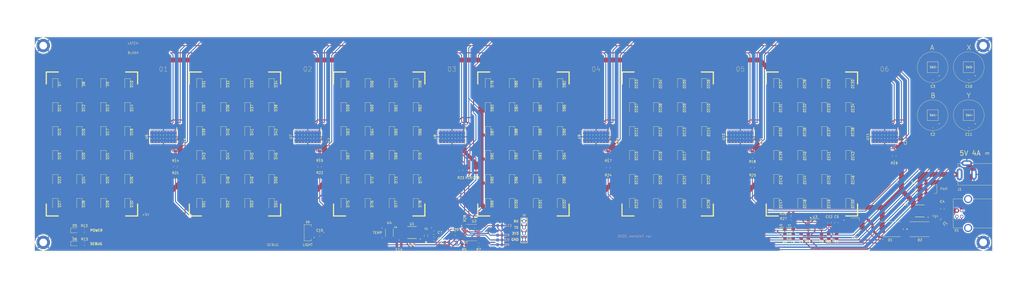
<source format=kicad_pcb>
(kicad_pcb (version 20240108) (generator "pcbnew") (generator_version "8.0")
  (layers (0 "F.Cu" signal) (31 "B.Cu" signal) (34 "B.Paste" user) (35 "F.Paste" user) (36 "B.SilkS" user "B.Silkscreen") (37 "F.SilkS" user "F.Silkscreen") (38 "B.Mask" user) (39 "F.Mask" user) (44 "Edge.Cuts" user))
  (net 0 "")
  (net 1 "GND")
  (net 2 "+3V3")
  (net 3 "Net-(D4-K)")
  (net 4 "+5V")
  (net 5 "Net-(D8-K)")
  (net 6 "Net-(D9-K)")
  (net 7 "Net-(D11-K)")
  (net 8 "Net-(D12-K)")
  (net 9 "Net-(D14-K)")
  (net 10 "Net-(D15-K)")
  (net 11 "Net-(D17-K)")
  (net 12 "Net-(D18-K)")
  (net 13 "Net-(D20-K)")
  (net 14 "Net-(D21-K)")
  (net 15 "Net-(D23-K)")
  (net 16 "Net-(D24-K)")
  (net 17 "Net-(D26-K)")
  (net 18 "Net-(D27-K)")
  (net 19 "Net-(D29-K)")
  (net 20 "Net-(D30-K)")
  (net 21 "RESET")
  (net 22 "SCL")
  (net 23 "SDA")
  (net 24 "RTC_PPS")
  (net 25 "BLANK")
  (net 26 "Net-(U6-IREF)")
  (net 27 "5V_max")
  (net 30 "SERIAL1")
  (net 31 "XLAT")
  (net 32 "SERIAL2")
  (net 33 "LED_DATA")
  (net 34 "LED_CLK")
  (net 35 "D1_OUT")
  (net 36 "D2_OUT")
  (net 37 "D3_OUT")
  (net 38 "D4_OUT")
  (net 39 "D5_OUT")
  (net 40 "Net-(U1-X1)")
  (net 41 "Net-(U1-X2)")
  (net 42 "Net-(X1-D-)")
  (net 43 "Net-(X1-D+)")
  (net 44 "INPUT1")
  (net 45 "INPUT2")
  (net 46 "Net-(D3-K)")
  (net 47 "Net-(X1-VCC)")
  (net 48 "Net-(U3-USBDM)")
  (net 49 "Net-(U3-USBDP)")
  (net 50 "Net-(U3-CBUS1)")
  (net 51 "Net-(U3-CBUS2)")
  (net 52 "DEBUG")
  (net 57 "Net-(D28-K)")
  (net 58 "Net-(D25-K)")
  (net 59 "Net-(D22-K)")
  (net 60 "Net-(D19-K)")
  (net 61 "Net-(D16-K)")
  (net 62 "Net-(D13-K)")
  (net 63 "Net-(D10-K)")
  (net 64 "Net-(D7-K)")
  (net 65 "Net-(D5-A)")
  (net 66 "Net-(D6-A)")
  (net 67 "Net-(D31-K)")
  (net 68 "Net-(D32-K)")
  (net 69 "Net-(D33-K)")
  (net 70 "Net-(D34-K)")
  (net 71 "Net-(D35-K)")
  (net 72 "Net-(D36-K)")
  (net 73 "Net-(D37-K)")
  (net 74 "Net-(D38-K)")
  (net 75 "Net-(D39-K)")
  (net 76 "Net-(D40-K)")
  (net 77 "Net-(D41-K)")
  (net 78 "Net-(D42-K)")
  (net 79 "Net-(D43-K)")
  (net 80 "Net-(D44-K)")
  (net 81 "Net-(D45-K)")
  (net 82 "Net-(D46-K)")
  (net 83 "Net-(D47-K)")
  (net 84 "Net-(D48-K)")
  (net 85 "Net-(D49-K)")
  (net 86 "Net-(D50-K)")
  (net 87 "Net-(D51-K)")
  (net 88 "Net-(D52-K)")
  (net 89 "Net-(D53-K)")
  (net 90 "Net-(D54-K)")
  (net 91 "Net-(U7-IREF)")
  (net 92 "Net-(D55-K)")
  (net 93 "Net-(D56-K)")
  (net 94 "Net-(D57-K)")
  (net 95 "Net-(D58-K)")
  (net 96 "Net-(D59-K)")
  (net 97 "Net-(D60-K)")
  (net 98 "Net-(D61-K)")
  (net 99 "Net-(D62-K)")
  (net 100 "Net-(D63-K)")
  (net 101 "Net-(D64-K)")
  (net 102 "Net-(D65-K)")
  (net 103 "Net-(D66-K)")
  (net 104 "Net-(D67-K)")
  (net 105 "Net-(D68-K)")
  (net 106 "Net-(D69-K)")
  (net 107 "Net-(D70-K)")
  (net 108 "Net-(D71-K)")
  (net 109 "Net-(D72-K)")
  (net 110 "Net-(D73-K)")
  (net 111 "Net-(D74-K)")
  (net 112 "Net-(D75-K)")
  (net 113 "Net-(D76-K)")
  (net 114 "Net-(D77-K)")
  (net 115 "Net-(D78-K)")
  (net 116 "Net-(U8-IREF)")
  (net 117 "Net-(D79-K)")
  (net 118 "Net-(D80-K)")
  (net 119 "Net-(D81-K)")
  (net 120 "Net-(D82-K)")
  (net 121 "Net-(D83-K)")
  (net 122 "Net-(D84-K)")
  (net 123 "Net-(D85-K)")
  (net 124 "Net-(D86-K)")
  (net 125 "Net-(D87-K)")
  (net 126 "Net-(D88-K)")
  (net 127 "Net-(D89-K)")
  (net 128 "Net-(D90-K)")
  (net 129 "Net-(D91-K)")
  (net 130 "Net-(D92-K)")
  (net 131 "Net-(D93-K)")
  (net 132 "Net-(D94-K)")
  (net 133 "Net-(D95-K)")
  (net 134 "Net-(D96-K)")
  (net 135 "Net-(D97-K)")
  (net 136 "Net-(D98-K)")
  (net 137 "Net-(D99-K)")
  (net 138 "Net-(D100-K)")
  (net 139 "Net-(D101-K)")
  (net 140 "Net-(D102-K)")
  (net 141 "Net-(U9-IREF)")
  (net 142 "Net-(D103-K)")
  (net 143 "Net-(D104-K)")
  (net 144 "Net-(D105-K)")
  (net 145 "Net-(D106-K)")
  (net 146 "Net-(D107-K)")
  (net 147 "Net-(D108-K)")
  (net 148 "Net-(D109-K)")
  (net 149 "Net-(D110-K)")
  (net 150 "Net-(D111-K)")
  (net 151 "Net-(D112-K)")
  (net 152 "Net-(D113-K)")
  (net 153 "Net-(D114-K)")
  (net 154 "Net-(D115-K)")
  (net 155 "Net-(D116-K)")
  (net 156 "Net-(D117-K)")
  (net 157 "Net-(D118-K)")
  (net 158 "Net-(D119-K)")
  (net 159 "Net-(D120-K)")
  (net 160 "Net-(D121-K)")
  (net 161 "Net-(D122-K)")
  (net 162 "Net-(D123-K)")
  (net 163 "Net-(D124-K)")
  (net 164 "Net-(D125-K)")
  (net 165 "Net-(D126-K)")
  (net 166 "Net-(U10-IREF)")
  (net 167 "Net-(D127-K)")
  (net 168 "Net-(D128-K)")
  (net 169 "Net-(D129-K)")
  (net 170 "Net-(D130-K)")
  (net 171 "Net-(D131-K)")
  (net 172 "Net-(D132-K)")
  (net 173 "Net-(D133-K)")
  (net 174 "Net-(D134-K)")
  (net 175 "Net-(D135-K)")
  (net 176 "Net-(D136-K)")
  (net 177 "Net-(D137-K)")
  (net 178 "Net-(D138-K)")
  (net 179 "Net-(D139-K)")
  (net 180 "Net-(D140-K)")
  (net 181 "Net-(D141-K)")
  (net 182 "Net-(D142-K)")
  (net 183 "Net-(D143-K)")
  (net 184 "Net-(D144-K)")
  (net 185 "Net-(D145-K)")
  (net 186 "Net-(D146-K)")
  (net 187 "Net-(D147-K)")
  (net 188 "Net-(D148-K)")
  (net 189 "Net-(D149-K)")
  (net 190 "Net-(D150-K)")
  (net 191 "Net-(U11-IREF)")
  (net 193 "Net-(D2-PadA)")
  (net 194 "5V_min")
  (net 195 "Net-(U7-SIN)")
  (net 196 "Net-(U8-SIN)")
  (net 197 "Net-(U9-SIN)")
  (net 198 "Net-(U10-SIN)")
  (net 199 "Net-(U11-SIN)")
  (net 200 "Net-(U3-TXD)")
  (net 201 "Net-(U3-RXD)")
  (net 202 "Net-(U2-PIO0_17)")
  (net 203 "Net-(U6-SIN)")
  (net 204 "ISP")
  (net 208 "Vgs")
  (footprint "LED_SMD:LED_1206_3216Metric" (layer "F.Cu") (at 460 200 -90)
    (property "Reference" "D138")
    (property "Value" "LED")
  )
  (footprint "LED_SMD:LED_1206_3216Metric" (layer "F.Cu") (at 400 190 -90)
    (property "Reference" "D110")
    (property "Value" "LED")
  )
  (footprint "Clock:SW_TL3305AF260QG" (layer "F.Cu") (at 495 193 180)
    (property "Reference" "SW1")
    (property "Value" "TL3305AF260QG" (hide yes))
  )
  (footprint "LED_SMD:LED_1206_3216Metric" (layer "F.Cu") (at 200 230 -90)
    (property "Reference" "D52")
    (property "Value" "LED")
  )
  (footprint "LED_SMD:LED_1206_3216Metric" (layer "F.Cu") (at 140 210 -90)
    (property "Reference" "D20")
    (property "Value" "LED")
  )
  (footprint "LED_SMD:LED_1206_3216Metric" (layer "F.Cu") (at 340 200 -90)
    (property "Reference" "D90")
    (property "Value" "LED")
  )
  (footprint "Resistor_SMD:R_0805_2012Metric" (layer "F.Cu") (at 300.0875 247)
    (property "Reference" "R5")
    (property "Value" "10k" (hide yes))
  )
  (footprint "LED_SMD:LED_1206_3216Metric" (layer "F.Cu") (at 260 210 -90)
    (property "Reference" "D68")
    (property "Value" "LED")
  )
  (footprint "Clock:SSOP16-0.635-5X4MM" (layer "F.Cu") (at 446 238.6285 -90)
    (property "Reference" "U3")
    (property "Value" "INTERFACE-FT230XS-R_SSOP16_" (hide yes))
  )
  (footprint "Package_SO:HTSSOP-32-1EP_6.1x11mm_P0.65mm_EP5.2x11mm_Mask4.11x4.36mm_ThermalVias" (layer "F.Cu") (at 235 202 -90)
    (property "Reference" "U7")
    (property "Value" "TLC5947DAP" (hide yes))
  )
  (footprint "LED_SMD:LED_1206_3216Metric" (layer "F.Cu") (at 190 220 -90)
    (property "Reference" "D47")
    (property "Value" "LED")
  )
  (footprint "LED_SMD:LED_1206_3216Metric" (layer "F.Cu") (at 430 220 -90)
    (property "Reference" "D143")
    (property "Value" "LED")
  )
  (footprint "LED_SMD:LED_1206_3216Metric" (layer "F.Cu") (at 160 200 -90)
    (property "Reference" "D18")
    (property "Value" "LED")
  )
  (footprint "LED_SMD:LED_1206_3216Metric" (layer "F.Cu") (at 390 220 -90)
    (property "Reference" "D121")
    (property "Value" "LED")
  )
  (footprint "LED_SMD:LED_1206_3216Metric" (layer "F.Cu") (at 160 220 -90)
    (property "Reference" "D26")
    (property "Value" "LED")
  )
  (footprint "Capacitor_SMD:C_0805_2012Metric" (layer "F.Cu") (at 182 203.95 -90)
    (property "Reference" "C16")
    (property "Value" "100nf" (hide yes))
  )
  (footprint "LED_SMD:LED_1206_3216Metric" (layer "F.Cu") (at 440 210 -90)
    (property "Reference" "D140")
    (property "Value" "LED")
  )
  (footprint "LED_SMD:LED_1206_3216Metric" (layer "F.Cu") (at 310 210 -90)
    (property "Reference" "D91")
    (property "Value" "LED")
  )
  (footprint "Resistor_SMD:R_0805_2012Metric" (layer "F.Cu") (at 360 214.9125 90)
    (property "Reference" "R24")
    (property "Value" "27" (hide yes))
  )
  (footprint "Clock:HARWIN_S1751-46R" (layer "F.Cu") (at 496 232 90)
    (property "Reference" "TP6" (hide yes))
    (property "Value" "TestPoint" (hide yes))
  )
  (footprint "LED_SMD:LED_1206_3216Metric" (layer "F.Cu") (at 460 190 -90)
    (property "Reference" "D134")
    (property "Value" "LED")
  )
  (footprint "LED_SMD:LED_1206_3216Metric" (layer "F.Cu") (at 390 200 -90)
    (property "Reference" "D113")
    (property "Value" "LED")
  )
  (footprint "LED_SMD:LED_1206_3216Metric" (layer "F.Cu") (at 440 180 -90)
    (property "Reference" "D128")
    (property "Value" "LED")
  )
  (footprint "Resistor_SMD:R_0805_2012Metric" (layer "F.Cu") (at 302 216 90)
    (property "Reference" "R16")
    (property "Value" "2460" (hide yes))
  )
  (footprint "LED_SMD:LED_1206_3216Metric" (layer "F.Cu") (at 440 220 -90)
    (property "Reference" "D144")
    (property "Value" "LED")
  )
  (footprint "Capacitor_SMD:C_0805_2012Metric" (layer "F.Cu") (at 242 203.95 -90)
    (property "Reference" "C17")
    (property "Value" "100nf" (hide yes))
  )
  (footprint "Clock:DIOM7959X262N" (layer "F.Cu") (at 489.515 240.5)
    (property "Reference" "D2")
    (property "Value" "SL44-E3_57T" (hide yes))
  )
  (footprint "LED_SMD:LED_1206_3216Metric" (layer "F.Cu") (at 220 180 -90)
    (property "Reference" "D34")
    (property "Value" "LED")
  )
  (footprint "LED_SMD:LED_1206_3216Metric" (layer "F.Cu") (at 220 200 -90)
    (property "Reference" "D42")
    (property "Value" "LED")
  )
  (footprint "LED_SMD:LED_1206_3216Metric" (layer "F.Cu") (at 320 190 -90)
    (property "Reference" "D84")
    (property "Value" "LED")
  )
  (footprint "LED_SMD:LED_1206_3216Metric" (layer "F.Cu") (at 270 200 -90)
    (property "Reference" "D65")
    (property "Value" "LED")
  )
  (footprint "LED_SMD:LED_1206_3216Metric" (layer "F.Cu") (at 320 220 -90)
    (property "Reference" "D96")
    (property "Value" "LED")
  )
  (footprint "Capacitor_SMD:C_0805_2012Metric" (layer "F.Cu") (at 273 247)
    (property "Reference" "C14")
    (property "Value" "100nf" (hide yes))
  )
  (footprint "LED_SMD:LED_1206_3216Metric" (layer "F.Cu") (at 460 230 -90)
    (property "Reference" "D150")
    (property "Value" "LED")
  )
  (footprint "LED_SMD:LED_1206_3216Metric" (layer "F.Cu") (at 320 200 -90)
    (property "Reference" "D88")
    (property "Value" "LED")
  )
  (footprint "LED_SMD:LED_1206_3216Metric" (layer "F.Cu") (at 450 210 -90)
    (property "Reference" "D141")
    (property "Value" "LED")
  )
  (footprint "LED_SMD:LED_1206_3216Metric" (layer "F.Cu") (at 270 190 -90)
    (property "Reference" "D61")
    (property "Value" "LED")
  )
  (footprint "LED_SMD:LED_1206_3216Metric" (layer "F.Cu") (at 380 220 -90)
    (property "Reference" "D120")
    (property "Value" "LED")
  )
  (footprint "LED_SMD:LED_1206_3216Metric" (layer "F.Cu") (at 130 180 -90)
    (property "Reference" "D7")
    (property "Value" "LED")
  )
  (footprint "Clock:OST_USB-B1HSB6" (layer "F.Cu") (at 509.75 233.97 90)
    (property "Reference" "X1")
    (property "Value" "USB-B1HSB6" (hide yes))
  )
  (footprint "LED_SMD:LED_1206_3216Metric" (layer "F.Cu") (at 450 180 -90)
    (property "Reference" "D129")
    (property "Value" "LED")
  )
  (footprint "LED_SMD:LED_1206_3216Metric" (layer "F.Cu") (at 130 200 -90)
    (property "Reference" "D15")
    (property "Value" "LED")
  )
  (footprint "LED_SMD:LED_1206_3216Metric" (layer "F.Cu") (at 250 210 -90)
    (property "Reference" "D67")
    (property "Value" "LED")
  )
  (footprint "MountingHole:MountingHole_3.2mm_M3_DIN965_Pad" (layer "F.Cu") (at 125 246)
    (property "Reference" "H3" (hide yes))
    (property "Value" "MountingHole_Pad" (hide yes))
  )
  (footprint "Capacitor_SMD:C_0805_2012Metric" (layer "F.Cu") (at 495.05 179)
    (property "Reference" "C3")
    (property "Value" "1uf" (hide yes))
  )
  (footprint "LED_SMD:LED_1206_3216Metric" (layer "F.Cu") (at 450 220 -90)
    (property "Reference" "D145")
    (property "Value" "LED")
  )
  (footprint "LED_SMD:LED_1206_3216Metric" (layer "F.Cu") (at 250 200 -90)
    (property "Reference" "D63")
    (property "Value" "LED")
  )
  (footprint "LED_SMD:LED_1206_3216Metric" (layer "F.Cu") (at 220 210 -90)
    (property "Reference" "D46")
    (property "Value" "LED")
  )
  (footprint "LED_SMD:LED_1206_3216Metric" (layer "F.Cu") (at 340 180 -90)
    (property "Reference" "D82")
    (property "Value" "LED")
  )
  (footprint "Resistor_SMD:R_0805_2012Metric" (layer "F.Cu") (at 436.0875 236)
    (property "Reference" "R27")
    (property "Value" "27" (hide yes))
  )
  (footprint "Resistor_SMD:R_0805_2012Metric" (layer "F.Cu") (at 142.0875 241)
    (property "Reference" "R12")
    (property "Value" "165" (hide yes))
  )
  (footprint "Clock:SOIC127P600X175-8N" (layer "F.Cu") (at 489.6 232.905 180)
    (property "Reference" "Q1")
    (property "Value" "FDS6679AZ" (hide yes))
  )
  (footprint "LED_SMD:LED_1206_3216Metric" (layer "F.Cu") (at 400 230 -90)
    (property "Reference" "D126")
    (property "Value" "LED")
  )
  (footprint "MountingHole:MountingHole_3.2mm_M3_DIN965_Pad" (layer "F.Cu") (at 125 164)
    (property "Reference" "H1" (hide yes))
    (property "Value" "MountingHole_Pad" (hide yes))
  )
  (footprint "LED_SMD:LED_1206_3216Metric" (layer "F.Cu") (at 400 180 -90)
    (property "Reference" "D106")
    (property "Value" "LED")
  )
  (footprint "LED_SMD:LED_1206_3216Metric" (layer "F.Cu") (at 270 210 -90)
    (property "Reference" "D69")
    (property "Value" "LED")
  )
  (footprint "LED_SMD:LED_1206_3216Metric" (layer "F.Cu") (at 370 220 -90)
    (property "Reference" "D119")
    (property "Value" "LED")
  )
  (footprint "LED_SMD:LED_1206_3216Metric" (layer "F.Cu") (at 370 210 -90)
    (property "Reference" "D115")
    (property "Value" "LED")
  )
  (footprint "LED_SMD:LED_1206_3216Metric" (layer "F.Cu") (at 380 210 -90)
    (property "Reference" "D116")
    (property "Value" "LED")
  )
  (footprint "Clock:HARWIN_S1751-46R" (layer "F.Cu") (at 494.911428 217.674188)
    (property "Reference" "TP7" (hide yes))
    (property "Value" "TestPoint" (hide yes))
  )
  (footprint "LED_SMD:LED_1206_3216Metric" (layer "F.Cu") (at 390 230 -90)
    (property "Reference" "D125")
    (property "Value" "LED")
  )
  (footprint "LED_SMD:LED_1206_3216Metric" (layer "F.Cu") (at 150 200 -90)
    (property "Reference" "D17")
    (property "Value" "LED")
  )
  (footprint "LED_SMD:LED_1206_3216Metric" (layer "F.Cu") (at 210 200 -90)
    (property "Reference" "D41")
    (property "Value" "LED")
  )
  (footprint "LED_SMD:LED_1206_3216Metric" (layer "F.Cu") (at 140 230 -90)
    (property "Reference" "D28")
    (property "Value" "LED")
  )
  (footprint "LED_SMD:LED_1206_3216Metric" (layer "F.Cu") (at 370 190 -90)
    (property "Reference" "D107")
    (property "Value" "LED")
  )
  (footprint "Resistor_SMD:R_0805_2012Metric" (layer "F.Cu") (at 420 214.9125 90)
    (property "Reference" "R25")
    (property "Value" "27" (hide yes))
  )
  (footprint "Resistor_SMD:R_0805_2012Metric" (layer "F.Cu") (at 360 208.9125 90)
    (property "Reference" "R17")
    (property "Value" "2460" (hide yes))
  )
  (footprint "LED_SMD:LED_1206_3216Metric" (layer "F.Cu") (at 130 210 -90)
    (property "Reference" "D19")
    (property "Value" "LED")
  )
  (footprint "Clock:SW_TL3305AF260QG" (layer "F.Cu") (at 510 193 180)
    (property "Reference" "SW4")
    (property "Value" "TL3305AF260QG" (hide yes))
  )
  (footprint "LED_SMD:LED_1206_3216Metric" (layer "F.Cu") (at 210 180 -90)
    (property "Reference" "D33")
    (property "Value" "LED")
  )
  (footprint "Clock:SW_JS202011SCQN" (layer "F.Cu") (at 492.25 223.75)
    (property "Reference" "S1")
    (property "Value" "JS202011SCQN" (hide yes))
  )
  (footprint "LED_SMD:LED_1206_3216Metric" (layer "F.Cu") (at 320 210 -90)
    (property "Reference" "D92")
    (property "Value" "LED")
  )
  (footprint "LED_SMD:LED_1206_3216Metric" (layer "F.Cu") (at 150 220 -90)
    (property "Reference" "D25")
    (property "Value" "LED")
  )
  (footprint "LED_SMD:LED_1206_3216Metric" (layer "F.Cu") (at 150 180 -90)
    (property "Reference" "D9")
    (property "Value" "LED")
  )
  (footprint "LED_SMD:LED_1206_3216Metric" (layer "F.Cu") (at 310 180 -90)
    (property "Reference" "D79")
    (property "Value" "LED")
  )
  (footprint "LED_SMD:LED_1206_3216Metric" (layer "F.Cu") (at 150 210 -90)
    (property "Reference" "D21")
    (property "Value" "LED")
  )
  (footprint "Capacitor_SMD:C_0805_2012Metric" (layer "F.Cu") (at 287.5 244.505)
    (property "Reference" "C6")
    (property "Value" "19pf" (hide yes))
  )
  (footprint "Capacitor_SMD:C_0805_2012Metric" (layer "F.Cu") (at 455 243.35 90)
    (property "Reference" "C1")
    (property "Value" "47uf" (hide yes))
  )
  (footprint "LED_SMD:LED_1206_3216Metric" (layer "F.Cu") (at 310 200 -90)
    (property "Reference" "D87")
    (property "Value" "LED")
  )
  (footprint "LED_SMD:LED_1206_3216Metric" (layer "F.Cu") (at 370 180 -90)
    (property "Reference" "D103")
    (property "Value" "LED")
  )
  (footprint "LED_SMD:LED_1206_3216Metric" (layer "F.Cu") (at 190 210 -90)
    (property "Reference" "D43")
    (property "Value" "LED")
  )
  (footprint "LED_SMD:LED_1206_3216Metric" (layer "F.Cu") (at 220 220 -90)
    (property "Reference" "D50")
    (property "Value" "LED")
  )
  (footprint "Package_SO:HTSSOP-32-1EP_6.1x11mm_P0.65mm_EP5.2x11mm_Mask4.11x4.36mm_ThermalVias" (layer "F.Cu") (at 295 202 -90)
    (property "Reference" "U8")
    (property "Value" "TLC5947DAP" (hide yes))
  )
  (footprint "LED_SMD:LED_1206_3216Metric" (layer "F.Cu") (at 270 220 -90)
    (property "Reference" "D73")
    (property "Value" "LED")
  )
  (footprint "LED_SMD:LED_1206_3216Metric" (layer "F.Cu") (at 250 190 -90)
    (property "Reference" "D59")
    (property "Value" "LED")
  )
  (footprint "LED_SMD:LED_1206_3216Metric" (layer "F.Cu") (at 200 220 -90)
    (property "Reference" "D48")
    (property "Value" "LED")
  )
  (footprint "LED_SMD:LED_1206_3216Metric" (layer "F.Cu") (at 190 230 -90)
    (property "Reference" "D51")
    (property "Value" "LED")
  )
  (footprint "LED_SMD:LED_1206_3216Metric" (layer "F.Cu") (at 280 230 -90)
    (property "Reference" "D78")
    (property "Value" "LED")
  )
  (footprint "Clock:CUI_PJ-002AH" (layer "F.Cu") (at 506.1875 217.675)
    (property "Reference" "J1")
    (property "Value" "PJ-002AH" (hide yes))
  )
  (footprint "Resistor_SMD:R_0805_2012Metric" (layer "F.Cu") (at 443.25 243.291 90)
    (property "Reference" "R9")
    (property "Value" "27" (hide yes))
  )
  (footprint "Capacitor_SMD:C_0805_2012Metric" (layer "F.Cu") (at 451.75 243.3285 -90)
    (property "Reference" "C8")
    (property "Value" "47pf" (hide yes))
  )
  (footprint "LED_SMD:LED_1206_3216Metric" (layer "F.Cu") (at 430 230 -90)
    (property "Reference" "D147")
    (property "Value" "LED")
  )
  (footprint "LED_SMD:LED_1206_3216Metric" (layer "F.Cu") (at 260 200 -90)
    (property "Reference" "D64")
    (property "Value" "LED")
  )
  (footprint "Package_SO:HTSSOP-32-1EP_6.1x11mm_P0.65mm_EP5.2x11mm_Mask4.11x4.36mm_ThermalVias" (layer "F.Cu") (at 415 202 -90)
    (property "Reference" "U10")
    (property "Value" "TLC5947DAP" (hide yes))
  )
  (footprint "LED_SMD:LED_1206_3216Metric" (layer "F.Cu") (at 390 190 -90)
    (property "Reference" "D109")
    (property "Value" "LED")
  )
  (footprint "LED_SMD:LED_1206_3216Metric" (layer "F.Cu") (at 270 230 -90)
    (property "Reference" "D77")
    (property "Value" "LED")
  )
  (footprint "LED_SMD:LED_1206_3216Metric" (layer "F.Cu") (at 130 190 -90)
    (property "Reference" "D11")
    (property "Value" "LED")
  )
  (footprint "Resistor_SMD:R_0805_2012Metric" (layer "F.Cu") (at 142.125 246.5)
    (property "Reference" "R13")
    (property "Value" "165" (hide yes))
  )
  (footprint "Capacitor_SMD:C_0805_2012Metric" (layer "F.Cu") (at 362.05 203.95 -90)
    (property "Reference" "C19")
    (property "Value" "100nf" (hide yes))
  )
  (footprint "LED_SMD:LED_0805_2012Metric" (layer "F.Cu") (at 433.5 243.3285 -90)
    (property "Reference" "D3")
    (property "Value" "LED" (hide yes))
  )
  (footprint "LED_SMD:LED_1206_3216Metric" (layer "F.Cu") (at 330 200 -90)
    (property "Reference" "D89")
    (property "Value" "LED")
  )
  (footprint "LED_SMD:LED_1206_3216Metric" (layer "F.Cu") (at 210 230 -90)
    (property "Reference" "D53")
    (property "Value" "LED")
  )
  (footprint "LED_SMD:LED_1206_3216Metric" (layer "F.Cu") (at 260 230 -90)
    (property "Reference" "D76")
    (property "Value" "LED")
  )
  (footprint "LED_SMD:LED_1206_3216Metric" (layer "F.Cu") (at 380 180 -90)
    (property "Reference" "D104")
    (property "Value" "LED")
  )
  (footprint "MountingHole:MountingHole_3.2mm_M3_DIN965_Pad" (layer "F.Cu") (at 516 246)
    (property "Reference" "H4" (hide yes))
    (property "Value" "MountingHole_Pad" (hide yes))
  )
  (footprint "LED_SMD:LED_1206_3216Metric" (layer "F.Cu") (at 450 200 -90)
    (property "Reference" "D137")
    (property "Value" "LED")
  )
  (footprint "Resistor_SMD:R_0805_2012Metric" (layer "F.Cu") (at 448.75 243.291 -90)
    (property "Reference" "R8")
    (property "Value" "27" (hide yes))
  )
  (footprint "Resistor_SMD:R_0805_2012Metric" (layer "F.Cu") (at 302 236 90)
    (property "Reference" "R28")
    (property "Value" "27" (hide yes))
  )
  (footprint "LED_SMD:LED_1206_3216Metric" (layer "F.Cu") (at 380 230 -90)
    (property "Reference" "D124")
    (property "Value" "LED")
  )
  (footprint "MountingHole:MountingHole_3.2mm_M3_DIN965_Pad" (layer "F.Cu") (at 516 164)
    (property "Reference" "H2" (hide yes))
    (property "Value" "MountingHole_Pad" (hide yes))
  )
  (footprint "LED_SMD:LED_1206_3216Metric" (layer "F.Cu") (at 330 210 -90)
    (property "Reference" "D93")
    (property "Value" "LED")
  )
  (footprint "Resistor_SMD:R_0805_2012Metric" (layer "F.Cu") (at 420 208.9125 90)
    (property "Reference" "R18")
    (property "Value" "2460" (hide yes))
  )
  (footprint "LED_SMD:LED_1206_3216Metric" (layer "F.Cu") (at 140 180 -90)
    (property "Reference" "D8")
    (property "Value" "LED")
  )
  (footprint "LED_SMD:LED_1206_3216Metric" (layer "F.Cu") (at 210 190 -90)
    (property "Reference" "D37")
    (property "Value" "LED")
  )
  (footprint "Package_SO:TSSOP-20_4.4x6.5mm_P0.65mm" (layer "F.Cu") (at 303.1375 241.925)
    (property "Reference" "U2")
    (property "Value" "LPC812M101JDH20" (hide yes))
  )
  (footprint "Resistor_SMD:R_0805_2012Metric" (layer "F.Cu") (at 298.7 216 90)
    (property "Reference" "R23")
    (property "Value" "27" (hide yes))
  )
  (footprint "LED_SMD:LED_1206_3216Metric" (layer "F.Cu") (at 280 220 -90)
    (property "Reference" "D74")
    (property "Value" "LED")
  )
  (footprint "Capacitor_SMD:C_0805_2012Metric" (layer "F.Cu") (at 305 216 90)
    (property "Reference" "C18")
    (property "Value" "100nf" (hide yes))
  )
  (footprint "Clock:SW_TL3305AF260QG" (layer "F.Cu") (at 510 173 180)
    (property "Reference" "SW3")
    (property "Value" "TL3305AF260QG" (hide yes))
  )
  (footprint "LED_SMD:LED_1206_3216Metric" (layer "F.Cu") (at 430 180 -90)
    (property "Reference" "D127")
    (property "Value" "LED")
  )
  (footprint "LED_SMD:LED_1206_3216Metric" (layer "F.Cu") (at 460 220 -90)
    (property "Reference" "D146")
    (property "Value" "LED")
  )
  (footprint "LED_SMD:LED_1206_3216Metric" (layer "F.Cu") (at 160 230 -90)
    (property "Reference" "D30")
    (property "Value" "LED")
  )
  (footprint "LED_SMD:LED_1206_3216Metric" (layer "F.Cu") (at 210 210 -90)
    (property "Reference" "D45")
    (property "Value" "LED")
  )
  (footprint "Resistor_SMD:R_0805_2012Metric" (layer "F.Cu") (at 240 208.9125 90)
    (property "Reference" "R15")
    (property "Value" "2460" (hide yes))
  )
  (footprint "LED_SMD:LED_1206_3216Metric" (layer "F.Cu") (at 130 230 -90)
    (property "Reference" "D27")
    (property "Value" "LED")
  )
  (footprint "LED_SMD:LED_1206_3216Metric" (layer "F.Cu") (at 150 230 -90)
    (property "Reference" "D29")
    (property "Value" "LED")
  )
  (footprint "Package_SO:HTSSOP-32-1EP_6.1x11mm_P0.65mm_EP5.2x11mm_Mask4.11x4.36mm_ThermalVias" (layer "F.Cu") (at 355 202 -90)
    (property "Reference" "U9")
    (property "Value" "TLC5947DAP" (hide yes))
  )
  (footprint "LED_SMD:LED_1206_3216Metric" (layer "F.Cu") (at 280 200 -90)
    (property "Reference" "D66")
    (property "Value" "LED")
  )
  (footprint "LED_SMD:LED_1206_3216Metric" (layer "F.Cu") (at 330 220 -90)
    (property "Reference" "D97")
    (property "Value" "LED")
  )
  (footprint "Resistor_SMD:R_0805_2012Metric" (layer "F.Cu") (at 180.0125 214.5 90)
    (property "Reference" "R21")
    (property "Value" "27" (hide yes))
  )
  (footprint "LED_SMD:LED_1206_3216Metric" (layer "F.Cu") (at 390 180 -90)
    (property "Reference" "D105")
    (property "Value" "LED")
  )
  (footprint "Resistor_SMD:R_0805_2012Metric" (layer "F.Cu") (at 296.4125 242.3)
    (property "Reference" "R20")
    (property "Value" "27" (hide yes))
  )
  (footprint "LED_SMD:LED_1206_3216Metric" (layer "F.Cu") (at 250 230 -90)
    (property "Reference" "D75")
    (property "Value" "LED")
  )
  (footprint "Clock:DIOM7959X262N" (layer "F.Cu") (at 477.515 240.5 180)
    (property "Reference" "D1")
    (property "Value" "SL44-E3_57T" (hide yes))
  )
  (footprint "Resistor_SMD:R_0805_2012Metric" (layer "F.Cu") (at 433.5 239.75 -90)
    (property "Reference" "R10")
    (property "Value" "165" (hide yes))
  )
  (footprint "Clock:SOIC127P600X175-8N" (layer "F.Cu") (at 278.4 241.905 180)
    (property "Reference" "U1")
    (property "Value" "MCP7940MT-I_SN" (hide yes))
  )
  (footprint "Resistor_SMD:R_0805_2012Metric" (layer "F.Cu") (at 180 208.9125 90)
    (property "Reference" "R14")
    (property "Value" "2460" (hide yes))
  )
  (footprint "LED_SMD:LED_1206_3216Metric" (layer "F.Cu") (at 140 200 -90)
    (property "Reference" "D16")
    (property "Value" "LED")
  )
  (footprint "LED_SMD:LED_1206_3216Metric" (layer "F.Cu") (at 340 220 -90)
    (property "Reference" "D98")
    (property "Value" "LED")
  )
  (footprint "LED_SMD:LED_1206_3216Metric" (layer "F.Cu") (at 140 220 -90)
    (property "Reference" "D24")
    (property "Value" "LED")
  )
  (footprint "Clock:VREG_LM3940IMP-3.3_NOPB" (layer "F.Cu") (at 462.7 239)
    (property "Reference" "VR1")
    (property "Value" "LM3940IMP-3.3_NOPB" (hide yes))
  )
  (footprint "Clock:MCP9808T" (layer "F.Cu") (at 269 242 -90)
    (property "Reference" "U4")
    (property "Value" "MCP9808T-E/MS" (hide yes))
  )
  (footprint "LED_SMD:LED_1206_3216Metric" (layer "F.Cu") (at 280 190 -90)
    (property "Reference" "D62")
    (property "Value" "LED")
  )
  (footprint "Capacitor_SMD:C_0805_2012Metric" (layer "F.Cu") (at 239.97178 242.634088 180)
    (property "Reference" "C15")
    (property "Value" "100nf" (hide yes))
  )
  (footprint "LED_SMD:LED_1206_3216Metric" (layer "F.Cu") (at 130 220 -90)
    (property "Reference" "D23")
    (property "Value" "LED")
  )
  (footprint "LED_SMD:LED_1206_3216Metric" (layer "F.Cu") (at 440 200 -90)
    (property "Reference" "D136")
    (property "Value" "LED")
  )
  (footprint "LED_SMD:LED_1206_3216Metric" (layer "F.Cu") (at 220 230 -90)
    (property "Reference" "D54")
    (property "Value" "LED")
  )
  (footprint "Clock:SW_TL3305AF260QG" (layer "F.Cu") (at 495 173 180)
    (property "Reference" "SW2")
    (property "Value" "TL3305AF260QG" (hide yes))
  )
  (footprint "Resistor_SMD:R_0805_2012Metric" (layer "F.Cu") (at 436.0875 234)
    (property "Reference" "R26")
    (property "Value" "27" (hide yes))
  )
  (footprint "LED_SMD:LED_1206_3216Metric" (layer "F.Cu") (at 210 220 -90)
    (property "Reference" "D49")
    (property "Value" "LED")
  )
  (footprint "LED_SMD:LED_1206_3216Metric" (layer "F.Cu") (at 450 190 -90)
    (property "Reference" "D133")
    (property "Value" "LED")
  )
  (footprint "LED_SMD:LED_1206_3216Metric" (layer "F.Cu") (at 260 190 -90)
    (property "Reference" "D60")
    (property "Value" "LED")
  )
  (footprint "Clock:XDCR_VEML7700-TT" (layer "F.Cu") (at 235 242 180)
    (property "Reference" "U5")
    (property "Value" "VEML7700-TT" (hide yes))
  )
  (footprint "LED_SMD:LED_1206_3216Metric" (layer "F.Cu") (at 260 180 -90)
    (property "Reference" "D56")
    (property "Value" "LED")
  )
  (footprint "LED_SMD:LED_1206_3216Metric" (layer "F.Cu") (at 340 210 -90)
    (property "Reference" "D94")
    (property "Value" "LED")
  )
  (footprint "Resistor_SMD:R_0805_2012Metric" (layer "F.Cu") (at 479 210 90)
    (property "Reference" "R19")
    (property "Value" "2460" (hide yes))
  )
  (footprint "Clock:HARWIN_S1751-46R" (layer "F.Cu") (at 168 231.4)
    (property "Reference" "TP4" (hide yes))
    (property "Value" "TestPoint" (hide yes))
  )
  (footprint "LED_SMD:LED_1206_3216Metric" (layer "F.Cu") (at 440 190 -90)
    (property "Reference" "D132")
    (property "Value" "LED")
  )
  (footprint "Resistor_SMD:R_0805_2012Metric" (layer "F.Cu") (at 240 214.5 90)
    (property "Reference" "R22")
    (property "Value" "27" (hide yes))
  )
  (footprint "Capacitor_SMD:C_0805_2012Metric" (layer "F.Cu") (at 440.25 243.3285 -90)
    (property "Reference" "C9")
    (property "Value" "47pf" (hide yes))
  )
  (footprint "LED_SMD:LED_1206_3216Metric" (layer "F.Cu") (at 400 220 -90)
    (property "Reference" "D122")
    (property "Value" "LED")
  )
  (footprint "Resistor_SMD:R_0805_2012Metric" (layer "F.Cu") (at 306.0875 247 180)
    (property "Reference" "R7")
    (property "Value" "10k" (hide yes))
  )
  (footprint "LED_SMD:LED_1206_3216Metric" (layer "F.Cu") (at 140 190 -90)
    (property "Reference" "D12")
    (property "Value" "LED")
  )
  (footprint "LED_SMD:LED_1206_3216Metric" (layer "F.Cu") (at 200 180 -90)
    (property "Reference" "D32")
    (property "Value" "LED")
  )
  (footprint "LED_SMD:LED_1206_3216Metric" (layer "F.Cu") (at 400 210 -90)
    (property "Reference" "D118")
    (property "Value" "LED")
  )
  (footprint "LED_SMD:LED_1206_3216Metric" (layer "F.Cu") (at 280 180 -90)
    (property "Reference" "D58")
    (property "Value" "LED")
  )
  (footprint "LED_SMD:LED_1206_3216Metric" (layer "F.Cu") (at 330 230 -90)
    (property "Reference" "D101")
    (property "Value" "LED")
  )
  (footprint "LED_SMD:LED_1206_3216Metric" (layer "F.Cu") (at 280 210 -90)
    (property "Reference" "D70")
    (property "Value" "LED")
  )
  (footprint "LED_SMD:LED_1206_3216Metric" (layer "F.Cu") (at 250 180 -90)
    (property "Reference" "D55")
    (property "Value" "LED")
  )
  (footprint "LED_SMD:LED_1206_3216Metric" (layer "F.Cu") (at 160 210 -90)
    (property "Reference" "D22")
    (property "Value" "LED")
  )
  (footprint "LED_SMD:LED_1206_3216Metric" (layer "F.Cu") (at 370 230 -90)
    (property "Reference" "D123")
    (property "Value" "LED")
  )
  (footprint "Capacitor_SMD:C_0805_2012Metric" (layer "F.Cu") (at 422 204 -90)
    (property "Reference" "C20")
    (property "Value" "100nf" (hide yes))
  )
  (footprint "Clock:HARWIN_S1751-46R" (layer "F.Cu") (at 482 220 90)
    (property "Reference" "TP5" (hide yes))
    (property "Value" "TestPoint" (hide yes))
  )
  (footprint "LED_SMD:LED_1206_3216Metric" (layer "F.Cu") (at 200 210 -90)
    (property "Reference" "D44")
    (property "Value" "LED")
  )
  (footprint "LED_SMD:LED_1206_3216Metric" (layer "F.Cu") (at 430 190 -90)
    (property "Reference" "D131")
    (property "Value" "LED")
  )
  (footprint "LED_SMD:LED_1206_3216Metric" (layer "F.Cu") (at 320 230 -90)
    (property "Reference" "D100")
    (property "Value" "LED")
  )
  (footprint "LED_SMD:LED_0805_2012Metric" (layer "F.Cu") (at 138.0625 241)
    (property "Reference" "D5")
    (property "Value" "LED" (hide yes))
  )
  (footprint "LED_SMD:LED_1206_3216Metric" (layer "F.Cu") (at 320 180 -90)
    (property "Reference" "D80")
    (property "Value" "LED")
  )
  (footprint "LED_SMD:LED_1206_3216Metric" (layer "F.Cu") (at 200 200 -90)
    (property "Reference" "D40")
    (property "Value" "LED")
  )
  (footprint "Clock:61300411121" (layer "F.Cu") (at 325 241 -90)
    (property "Reference" "J2")
    (property "Value" "6130XX11121_61300411121" (hide yes))
  )
  (footprint "Package_SO:HTSSOP-32-1EP_6.1x11mm_P0.65mm_EP5.2x11mm_Mask4.11x4.36mm_ThermalVias" (layer "F.Cu") (at 175 202 -90)
    (property "Reference" "U6")
    (property "Value" "TLC5947DAP" (hide yes))
  )
  (footprint "LED_SMD:LED_1206_3216Metric" (layer "F.Cu") (at 340 190 -90)
    (property "Reference" "D86")
    (property "Value" "LED")
  )
  (footprint "LED_SMD:LED_1206_3216Metric" (layer "F.Cu") (at 220 190 -90)
    (property "Reference" "D38")
    (property "Value" "LED")
  )
  (footprint "Package_SO:HTSSOP-32-1EP_6.1x11mm_P0.65mm_EP5.2x11mm_Mask4.11x4.36mm_ThermalVias" (layer "F.Cu") (at 475 202 -90)
    (property "Reference" "U11")
    (property "Value" "TLC5947DAP" (hide yes))
  )
  (footprint "LED_SMD:LED_1206_3216Metric" (layer "F.Cu") (at 200 190 -90)
    (property "Reference" "D36")
    (property "Value" "LED")
  )
  (footprint "LED_SMD:LED_1206_3216Metric" (layer "F.Cu") (at 370 200 -90)
    (property "Reference" "D111")
    (property "Value" "LED")
  )
  (footprint "LED_SMD:LED_1206_3216Metric" (layer "F.Cu") (at 310 220 -90)
    (property "Reference" "D95")
    (property "Value" "LED")
  )
  (footprint "Capacitor_SMD:C_0805_2012Metric" (layer "F.Cu") (at 510.05 199)
    (property "Reference" "C11")
    (property "Value" "1uf" (hide yes))
  )
  (footprint "LED_SMD:LED_1206_3216Metric" (layer "F.Cu") (at 390 210 -90)
    (property "Reference" "D117")
    (property "Value" "LED")
  )
  (footprint "LED_SMD:LED_1206_3216Metric" (layer "F.Cu") (at 430 210 -90)
    (property "Reference" "D139")
    (property "Value" "LED")
  )
  (footprint "Capacitor_SMD:C_0805_2012Metric" (layer "F.Cu") (at 287.5 241.905 180)
    (property "Reference" "C7")
    (property "Value" "19pf" (hide yes))
  )
  (footprint "LED_SMD:LED_1206_3216Metric" (layer "F.Cu") (at 250 220 -90)
    (property "Reference" "D71")
    (property "Value" "LED")
  )
  (footprint "Clock:HARWIN_S1751-46R" (layer "F.Cu") (at 168 167)
    (property "Reference" "TP1" (hide yes))
    (property "Value" "TestPoint" (hide yes))
  )
  (footprint "Capacitor_SMD:C_0805_2012Metric" (layer "F.Cu") (at 452 237.793917 -90)
    (property "Reference" "C12")
    (property "Value" "100nf" (hide yes))
  )
  (footprint "LED_SMD:LED_1206_3216Metric" (layer "F.Cu") (at 400 200 -90)
    (property "Reference" "D114")
    (property "Value" "LED")
  )
  (footprint "LED_SMD:LED_1206_3216Metric" (layer "F.Cu") (at 310 230 -90)
    (property "Reference" "D99")
    (property "Value" "LED")
  )
  (footprint "LED_SMD:LED_0805_2012Metric" (layer "F.Cu") (at 437 243.3285 -90)
    (property "Reference" "D4")
    (property "Value" "LED" (hide yes))
  )
  (footprint "LED_SMD:LED_1206_3216Metric" (layer "F.Cu") (at 150 190 -90)
    (property "Reference" "D13")
    (property "Value" "LED")
  )
  (footprint "Capacitor_SMD:C_0805_2012Metric" (layer "F.Cu") (at 482 203.95 -90)
    (property "Reference" "C21")
    (property "Value" "100nf" (hide yes))
  )
  (footprint "Capacitor_SMD:C_0805_2012Metric" (layer "F.Cu") (at 495.05 199)
    (property "Reference" "C2")
    (property "Value" "1uf" (hide yes))
  )
  (footprint "LED_SMD:LED_1206_3216Metric" (layer "F.Cu") (at 160 190 -90)
    (property "Reference" "D14")
    (property "Value" "LED")
  )
  (footprint "LED_SMD:LED_1206_3216Metric" (layer "F.Cu") (at 310 190 -90)
    (property "Reference" "D83")
    (property "Value" "LED")
  )
  (footprint "Clock:HARWIN_S1751-46R" (layer "F.Cu") (at 226 247)
    (property "Reference" "TP3" (hide yes))
    (property "Value" "TestPoint" (hide yes))
  )
  (footprint "LED_SMD:LED_1206_3216Metric" (layer "F.Cu") (at 460 180 -90)
    (property "Reference" "D130")
    (property "Value" "LED")
  )
  (footprint "Fuse:Fuse_1206_3216Metric" (layer "F.Cu") (at 499 237 -135)
    (property "Reference" "F1")
    (property "Value" "Polyfuse" (hide yes))
  )
  (footprint "Capacitor_SMD:C_0805_2012Metric" (layer "F.Cu") (at 499 232 -90)
    (property "Reference" "C4")
    (property "Value" "1uf" (hide yes))
  )
  (footprint "LED_SMD:LED_1206_3216Metric" (layer "F.Cu") (at 380 200 -90)
    (property "Reference" "D112")
    (property "Value" "LED")
  )
  (footprint "LED_SMD:LED_0805_2012Metric" (layer "F.Cu") (at 138.125 246.5)
    (property "Reference" "D6")
    (property "Value" "LED" (hide yes))
  )
  (footprint "LED_SMD:LED_1206_3216Metric" (layer "F.Cu") (at 440 230 -90)
    (property "Reference" "D148")
    (property "Value" "LED")
  )
  (footprint "LED_SMD:LED_1206_3216Metric" (layer "F.Cu") (at 430 200 -90)
    (property "Reference" "D135")
    (property "Value" "LED")
  )
  (footprint "Capacitor_SMD:C_0805_2012Metric" (layer "F.Cu") (at 510.05 179)
    (property "Reference" "C10")
    (property "Value" "1uf" (hide yes))
  )
  (footprint "Clock:HARWIN_S1751-46R" (layer "F.Cu") (at 168 163)
    (property "Reference" "TP2" (hide yes))
    (property "Value" "TestPoint" (hide yes))
  )
  (footprint "LED_SMD:LED_1206_3216Metric" (layer "F.Cu") (at 330 190 -90)
    (property "Reference" "D85")
    (property "Value" "LED")
  )
  (footprint "LED_SMD:LED_1206_3216Metric" (layer "F.Cu") (at 460 210 -90)
    (property "Reference" "D142")
    (property "Value" "LED")
  )
  (footprint "LED_SMD:LED_1206_3216Metric" (layer "F.Cu") (at 190 180 -90)
    (property "Reference" "D31")
    (property "Value" "LED")
  )
  (footprint "Resistor_SMD:R_0805_2012Metric" (layer "F.Cu") (at 437 239.6625 -90)
    (property "Reference" "R11")
    (property "Value" "165" (hide yes))
  )
  (footprint "Clock:XTAL_ECS-.327-12.5-34RR-TR" (layer "F.Cu") (at 284.25 243.205 90)
    (property "Reference" "Y1")
    (property "Value" "32.768KHz" (hide yes))
  )
  (footprint "LED_SMD:LED_1206_3216Metric" (layer "F.Cu") (at 160 180 -90)
    (property "Reference" "D10")
    (property "Value" "LED")
  )
  (footprint "LED_SMD:LED_1206_3216Metric" (layer "F.Cu") (at 270 180 -90)
    (property "Reference" "D57")
    (property "Value" "LED")
  )
  (footprint "LED_SMD:LED_1206_3216Metric" (layer "F.Cu") (at 190 200 -90)
    (property "Reference" "D39")
    (property "Value" "LED")
  )
  (footprint "LED_SMD:LED_1206_3216Metric" (layer "F.Cu") (at 190 190 -90)
    (property "Reference" "D35")
    (property "Value" "LED")
  )
  (footprint "LED_SMD:LED_1206_3216Metric" (layer "F.Cu") (at 450 230 -90)
    (property "Reference" "D149")
    (property "Value" "LED")
  )
  (footprint "LED_SMD:LED_1206_3216Metric" (layer "F.Cu") (at 340 230 -90)
    (property "Reference" "D102")
    (property "Value" "LED")
  )
  (footprint "LED_SMD:LED_1206_3216Metric" (layer "F.Cu") (at 260 220 -90)
    (property "Reference" "D72")
    (property "Value" "LED")
  )
  (footprint "Capacitor_SMD:C_0805_2012Metric" (layer "F.Cu") (at 455 237.8 90)
    (property "Reference" "C5")
    (property "Value" "47uf" (hide yes))
  )
  (footprint "LED_SMD:LED_1206_3216Metric" (layer "F.Cu") (at 330 180 -90)
    (property "Reference" "D81")
    (property "Value" "LED")
  )
  (footprint "LED_SMD:LED_1206_3216Metric" (layer "F.Cu") (at 380 190 -90)
    (property "Reference" "D108")
    (property "Value" "LED")
  )
  (footprint "Resistor_SMD:R_0805_2012Metric" (layer "B.Cu") (at 314.9125 247)
    (property "Reference" "R6")
    (property "Value" "10k" (hide yes))
  )
  (footprint "Resistor_SMD:R_0805_2012Metric" (layer "B.Cu") (at 297.9125 246)
    (property "Reference" "R3")
    (property "Value" "10k" (hide yes))
  )
  (footprint "Resistor_SMD:R_0805_2012Metric" (layer "B.Cu") (at 292.9125 246)
    (property "Reference" "R4")
    (property "Value" "10k" (hide yes))
  )
  (footprint "Resistor_SMD:R_0805_2012Metric" (layer "B.Cu") (at 314.9125 243)
    (property "Reference" "R1")
    (property "Value" "10k" (hide yes))
  )
  (footprint "Capacitor_SMD:C_0805_2012Metric" (layer "B.Cu") (at 314.95 239 180)
    (property "Reference" "C13")
    (property "Value" "100nf" (hide yes))
  )
  (footprint "Resistor_SMD:R_0805_2012Metric" (layer "B.Cu") (at 314.9125 245)
    (property "Reference" "R2")
    (property "Value" "10k" (hide yes))
  )
  (gr_line (start 458.75 235) (end 463.75 235) (stroke (width 0.5)) (layer "F.SilkS"))
  (gr_line (start 338.75 235) (end 343.75 235) (stroke (width 0.5)) (layer "F.SilkS"))
  (gr_line (start 283.75 180) (end 283.75 175) (stroke (width 0.5)) (layer "F.SilkS"))
  (gr_line (start 463.75 175) (end 458.75 175) (stroke (width 0.5)) (layer "F.SilkS"))
  (gr_line (start 463.75 180) (end 463.75 175) (stroke (width 0.5)) (layer "F.SilkS"))
  (gr_line (start 283.75 175) (end 278.75 175) (stroke (width 0.5)) (layer "F.SilkS"))
  (gr_line (start 425.75 235) (end 430.75 235) (stroke (width 0.5)) (layer "F.SilkS"))
  (gr_circle (center 125 164) (end 128.45 164) (stroke (width 0.1)) (fill none) (layer "F.SilkS"))
  (gr_line (start 403.75 175) (end 398.75 175) (stroke (width 0.5)) (layer "F.SilkS"))
  (gr_line (start 310.75 175) (end 305.75 175) (stroke (width 0.5)) (layer "F.SilkS"))
  (gr_line (start 223.75 175) (end 218.75 175) (stroke (width 0.5)) (layer "F.SilkS"))
  (gr_line (start 343.75 180) (end 343.75 175) (stroke (width 0.5)) (layer "F.SilkS"))
  (gr_circle (center 125 246) (end 128.45 246) (stroke (width 0.1)) (fill none) (layer "F.SilkS"))
  (gr_line (start 185.75 230) (end 185.75 235) (stroke (width 0.5)) (layer "F.SilkS"))
  (gr_circle (center 516 164) (end 519.45 164) (stroke (width 0.1)) (fill none) (layer "F.SilkS"))
  (gr_line (start 131.25 175) (end 126.25 175) (stroke (width 0.5)) (layer "F.SilkS"))
  (gr_line (start 365.75 230) (end 365.75 235) (stroke (width 0.5)) (layer "F.SilkS"))
  (gr_line (start 164.25 175) (end 159.25 175) (stroke (width 0.5)) (layer "F.SilkS"))
  (gr_circle (center 516 246) (end 519.45 246) (stroke (width 0.1)) (fill none) (layer "F.SilkS"))
  (gr_line (start 185.75 235) (end 190.75 235) (stroke (width 0.5)) (layer "F.SilkS"))
  (gr_line (start 126.25 175) (end 126.25 180) (stroke (width 0.5)) (layer "F.SilkS"))
  (gr_line (start 159.25 235) (end 164.25 235) (stroke (width 0.5)) (layer "F.SilkS"))
  (gr_line (start 430.75 175) (end 425.75 175) (stroke (width 0.5)) (layer "F.SilkS"))
  (gr_line (start 190.75 175) (end 185.75 175) (stroke (width 0.5)) (layer "F.SilkS"))
  (gr_line (start 370.75 175) (end 365.75 175) (stroke (width 0.5)) (layer "F.SilkS"))
  (gr_line (start 343.75 235) (end 343.75 230) (stroke (width 0.5)) (layer "F.SilkS"))
  (gr_line (start 245.75 230) (end 245.75 235) (stroke (width 0.5)) (layer "F.SilkS"))
  (gr_line (start 245.75 235) (end 250.75 235) (stroke (width 0.5)) (layer "F.SilkS"))
  (gr_line (start 305.75 175) (end 305.75 180) (stroke (width 0.5)) (layer "F.SilkS"))
  (gr_line (start 398.75 235) (end 403.75 235) (stroke (width 0.5)) (layer "F.SilkS"))
  (gr_line (start 463.75 235) (end 463.75 230) (stroke (width 0.5)) (layer "F.SilkS"))
  (gr_line (start 223.75 235) (end 223.75 230) (stroke (width 0.5)) (layer "F.SilkS"))
  (gr_line (start 250.75 175) (end 245.75 175) (stroke (width 0.5)) (layer "F.SilkS"))
  (gr_line (start 126.25 235) (end 131.25 235) (stroke (width 0.5)) (layer "F.SilkS"))
  (gr_line (start 278.75 235) (end 283.75 235) (stroke (width 0.5)) (layer "F.SilkS"))
  (gr_line (start 245.75 175) (end 245.75 180) (stroke (width 0.5)) (layer "F.SilkS"))
  (gr_line (start 425.75 175) (end 425.75 180) (stroke (width 0.5)) (layer "F.SilkS"))
  (gr_line (start 403.75 235) (end 403.75 230) (stroke (width 0.5)) (layer "F.SilkS"))
  (gr_line (start 126.25 230) (end 126.25 235) (stroke (width 0.5)) (layer "F.SilkS"))
  (gr_line (start 365.75 235) (end 370.75 235) (stroke (width 0.5)) (layer "F.SilkS"))
  (gr_line (start 164.25 180) (end 164.25 175) (stroke (width 0.5)) (layer "F.SilkS"))
  (gr_line (start 223.75 180) (end 223.75 175) (stroke (width 0.5)) (layer "F.SilkS"))
  (gr_line (start 185.75 175) (end 185.75 180) (stroke (width 0.5)) (layer "F.SilkS"))
  (gr_circle (center 510 193) (end 515 197) (stroke (width 0.1)) (fill none) (layer "F.SilkS"))
  (gr_circle (center 495 193) (end 500 197) (stroke (width 0.1)) (fill none) (layer "F.SilkS"))
  (gr_line (start 283.75 235) (end 283.75 230) (stroke (width 0.5)) (layer "F.SilkS"))
  (gr_circle (center 510 173.003124) (end 515 177.003124) (stroke (width 0.1)) (fill none) (layer "F.SilkS"))
  (gr_line (start 403.75 180) (end 403.75 175) (stroke (width 0.5)) (layer "F.SilkS"))
  (gr_line (start 365.75 175) (end 365.75 180) (stroke (width 0.5)) (layer "F.SilkS"))
  (gr_circle (center 495 173) (end 501.403124 173) (stroke (width 0.1)) (fill none) (layer "F.SilkS"))
  (gr_line (start 343.75 175) (end 338.75 175) (stroke (width 0.5)) (layer "F.SilkS"))
  (gr_line (start 425.75 230) (end 425.75 235) (stroke (width 0.5)) (layer "F.SilkS"))
  (gr_line (start 164.25 235) (end 164.25 230) (stroke (width 0.5)) (layer "F.SilkS"))
  (gr_line (start 218.75 235) (end 223.75 235) (stroke (width 0.5)) (layer "F.SilkS"))
  (gr_line (start 305.75 235) (end 310.75 235) (stroke (width 0.5)) (layer "F.SilkS"))
  (gr_line (start 305.75 230) (end 305.75 235) (stroke (width 0.5)) (layer "F.SilkS"))
  (gr_rect (start 121 160) (end 520.25 250) (stroke (width 0.05)) (fill none) (layer "Edge.Cuts"))
  (gr_text "Ian Feldman 2026" (at 378 244 -0) (layer "B.SilkS") (effects (font (size 1 1) (thickness 0.1)) (justify left bottom mirror)))
  (gr_text "RX" (at 320.592043 237.847578 0) (layer "F.SilkS") (effects (font (size 1 1) (thickness 0.2) (bold yes)) (justify left bottom)))
  (gr_text "05" (at 413 175 0) (layer "F.SilkS") (effects (font (size 2 2) (thickness 0.1)) (justify left bottom)))
  (gr_text "+5V" (at 166 235 0) (layer "F.SilkS") (effects (font (size 1 1) (thickness 0.1)) (justify left bottom)))
  (gr_text "POWER" (at 144.4 241.6 0) (layer "F.SilkS") (effects (font (size 1 1) (thickness 0.2) (bold yes)) (justify left bottom)))
  (gr_text "GND" (at 319.592043 245.397213 0) (layer "F.SilkS") (effects (font (size 1 1) (thickness 0.2) (bold yes)) (justify left bottom)))
  (gr_text "BLANK" (at 160 167.589424 0) (layer "F.SilkS") (effects (font (size 1 1) (thickness 0.1)) (justify left bottom)))
  (gr_text "03" (at 293 175 0) (layer "F.SilkS") (effects (font (size 2 2) (thickness 0.1)) (justify left bottom)))
  (gr_text "04" (at 353 175 0) (layer "F.SilkS") (effects (font (size 2 2) (thickness 0.1)) (justify left bottom)))
  (gr_text "TX" (at 320.777973 240.437799 0) (layer "F.SilkS") (effects (font (size 1 1) (thickness 0.2) (bold yes)) (justify left bottom)))
  (gr_text "LIGHT" (at 235 247 0) (layer "F.SilkS") (effects (font (size 1 1))))
  (gr_text "RX" (at 432.378808 246.778221 0) (layer "F.SilkS") (effects (font (size 1 1) (thickness 0.2) (bold yes)) (justify left bottom)))
  (gr_text "A" (at 493.8 166 0) (layer "F.SilkS") (effects (font (size 2 2) (thickness 0.2) (bold yes)) (justify left bottom)))
  (gr_text "TIME" (at 278.377718 247 0) (layer "F.SilkS") (effects (font (size 1 1))))
  (gr_text "X" (at 509 166 0) (layer "F.SilkS") (effects (font (size 2 2) (thickness 0.2) (bold yes)) (justify left bottom)))
  (gr_text "01" (at 173 175 0) (layer "F.SilkS") (effects (font (size 2 2) (thickness 0.1)) (justify left bottom)))
  (gr_text "TX" (at 435.900784 246.733355 0) (layer "F.SilkS") (effects (font (size 1 1) (thickness 0.2) (bold yes)) (justify left bottom)))
  (gr_text "TEMP" (at 264 242 0) (layer "F.SilkS") (effects (font (size 1 1))))
  (gr_text "02" (at 233 175 0) (layer "F.SilkS") (effects (font (size 2 2) (thickness 0.1)) (justify left bottom)))
  (gr_text "PWR" (at 498 224.298605 0) (layer "F.SilkS") (effects (font (size 1 1) (thickness 0.1)) (justify left bottom)))
  (gr_text "Vgs" (at 494.714293 235.571424 0) (layer "F.SilkS") (effects (font (size 1 1) (thickness 0.1)) (justify left bottom)))
  (gr_text "DEBUG" (at 217.958638 247.609077 0) (layer "F.SilkS") (effects (font (size 1 1) (thickness 0.1)) (justify left bottom)))
  (gr_text "LATCH" (at 160 163.61045 0) (layer "F.SilkS") (effects (font (size 1 1) (thickness 0.1)) (justify left bottom)))
  (gr_text "06" (at 473 175 0) (layer "F.SilkS") (effects (font (size 2 2) (thickness 0.1)) (justify left bottom)))
  (gr_text "5V 4A ⎓" (at 506 210 0) (layer "F.SilkS") (effects (font (size 2 2) (thickness 0.25)) (justify left bottom)))
  (gr_text "B" (at 494 186 0) (layer "F.SilkS") (effects (font (size 2 2) (thickness 0.2) (bold yes)) (justify left bottom)))
  (gr_text "Y" (at 509 186 0) (layer "F.SilkS") (effects (font (size 2 2) (thickness 0.2) (bold yes)) (justify left bottom)))
  (gr_text "+5V" (at 480.825 221.975 90) (layer "F.SilkS") (effects (font (size 1 1) (thickness 0.1)) (justify left bottom)))
  (gr_text "DEBUG" (at 144.4 247.2 0) (layer "F.SilkS") (effects (font (size 1 1) (thickness 0.2) (bold yes)) (justify left bottom)))
  (gr_text "3V3" (at 319.840559 242.855339 0) (layer "F.SilkS") (effects (font (size 1 1) (thickness 0.2) (bold yes)) (justify left bottom)))
  (segment (start 180 209.825) (end 180 211) (width 0.4) (layer "F.Cu") (net 1))
  (segment (start 465.6 240.4) (end 465.6 239) (width 0.4) (layer "F.Cu") (net 1))
  (segment (start 299.875 198.35) (end 299.875 199.425) (width 0.4) (layer "F.Cu") (net 1))
  (segment (start 496.5 169.4) (end 496.5 173) (width 0.4) (layer "F.Cu") (net 1))
  (segment (start 452 236.843917) (end 452.535773 236.843917) (width 0.4) (layer "F.Cu") (net 1))
  (segment (start 450.8375 243.291) (end 451.75 242.3785) (width 0.4) (layer "F.Cu") (net 1))
  (segment (start 176 203) (end 175 202) (width 1) (layer "F.Cu") (net 1))
  (segment (start 479.875 198.35) (end 479.875 199.425) (width 0.4) (layer "F.Cu") (net 1))
  (segment (start 459.8 239) (end 455.25 239) (width 1) (layer "F.Cu") (net 1))
  (segment (start 240.92178 242.634088) (end 241.666901 241.888967) (width 0.4) (layer "F.Cu") (net 1))
  (segment (start 496.5 178) (end 496.5 178.5) (width 0.4) (layer "F.Cu") (net 1))
  (segment (start 416.05 203.05) (end 415 202) (width 1) (layer "F.Cu") (net 1))
  (segment (start 242 203) (end 236 203) (width 1) (layer "F.Cu") (net 1))
  (segment (start 465.6 239) (end 471.6 245) (width 0.4) (layer "F.Cu") (net 1))
  (segment (start 482 203) (end 476 203) (width 1) (layer "F.Cu") (net 1))
  (segment (start 286.545 240) (end 288.45 241.905) (width 0.4) (layer "F.Cu") (net 1))
  (segment (start 269.325001 244.0447) (end 268.025001 244.0447) (width 0.4) (layer "F.Cu") (net 1))
  (segment (start 266 244.0447) (end 268.025001 244.0447) (width 0.4) (layer "F.Cu") (net 1))
  (segment (start 455.7 245) (end 455 244.3) (width 0.4) (layer "F.Cu") (net 1))
  (segment (start 288.45 244.505) (end 288.45 241.905) (width 0.4) (layer "F.Cu") (net 1))
  (segment (start 511.5 196.6) (end 511.5 198.5) (width 0.4) (layer "F.Cu") (net 1))
  (segment (start 302.0375 216.95) (end 302 216.9125) (width 0.4) (layer "F.Cu") (net 1))
  (segment (start 471.6 245) (end 472 245) (width 0.4) (layer "F.Cu") (net 1))
  (segment (start 496.5 176.6) (end 496.5 178) (width 0.4) (layer "F.Cu") (net 1))
  (segment (start 496.5 173) (end 496.5 176.6) (width 0.4) (layer "F.Cu") (net 1))
  (segment (start 422 203.05) (end 416.05 203.05) (width 1) (layer "F.Cu") (net 1))
  (segment (start 511.5 193) (end 511.5 196.6) (width 0.4) (layer "F.Cu") (net 1))
  (segment (start 496.5 198.5) (end 496 199) (width 0.4) (layer "F.Cu") (net 1))
  (segment (start 266 240) (end 264.635 241.365) (width 0.4) (layer "F.Cu") (net 1))
  (segment (start 356 203) (end 355 202) (width 1) (layer "F.Cu") (net 1))
  (segment (start 441.1625 243.291) (end 444 243.291) (width 0.4) (layer "F.Cu") (net 1))
  (segment (start 511.5 173) (end 511.5 169.4) (width 0.4) (layer "F.Cu") (net 1))
  (segment (start 496.5 178.5) (end 496 179) (width 0.4) (layer "F.Cu") (net 1))
  (segment (start 508.4875 221.375) (end 512.1875 217.675) (width 2) (layer "F.Cu") (net 1))
  (segment (start 360 209.825) (end 360 211) (width 0.4) (layer "F.Cu") (net 1))
  (segment (start 453.6715 244.3) (end 451.75 242.3785) (width 0.4) (layer "F.Cu") (net 1))
  (segment (start 496.5 196.6) (end 496.5 198.5) (width 0.4) (layer "F.Cu") (net 1))
  (segment (start 512.1875 215.975) (end 509.1875 212.975) (width 2) (layer "F.Cu") (net 1))
  (segment (start 494.75 226.5) (end 503.3625 226.5) (width 2) (layer "F.Cu") (net 1))
  (segment (start 182 203) (end 176 203) (width 1) (layer "F.Cu") (net 1))
  (segment (start 264.635 241.365) (end 242.2 241.365) (width 0.4) (layer "F.Cu") (net 1))
  (segment (start 240 209.825) (end 240 211) (width 0.4) (layer "F.Cu") (net 1))
  (segment (start 511.5 189.4) (end 511.5 193) (width 0.4) (layer "F.Cu") (net 1))
  (segment (start 419.875 199.425) (end 420.2 199.75) (width 0.4) (layer "F.Cu") (net 1))
  (segment (start 420 209.9125) (end 420 211) (width 0.4) (layer "F.Cu") (net 1))
  (segment (start 455.25 239) (end 455 238.75) (width 1) (layer "F.Cu") (net 1))
  (segment (start 455 244.3) (end 453.6715 244.3) (width 0.4) (layer "F.Cu") (net 1))
  (segment (start 496.5 189.4) (end 496.5 193) (width 0.4) (layer "F.Cu") (net 1))
  (segment (start 503.3625 226.5) (end 508.4875 221.375) (width 2) (layer "F.Cu") (net 1))
  (segment (start 453.906083 238.75) (end 452 236.843917) (width 0.4) (layer "F.Cu") (net 1))
  (segment (start 236 203) (end 235 202) (width 1) (layer "F.Cu") (net 1))
  (segment (start 479 210.9125) (end 479 212) (width 0.4) (layer "F.Cu") (net 1))
  (segment (start 511.5 176.6) (end 511.5 178.5) (width 0.4) (layer "F.Cu") (net 1))
  (segment (start 511.5 178.5) (end 511 179) (width 0.4) (layer "F.Cu") (net 1))
  (segment (start 497.8625 221) (end 503.3625 226.5) (width 2) (layer "F.Cu") (net 1))
  (segment (start 496.5 193) (end 496.5 196.6) (width 0.4) (layer "F.Cu") (net 1))
  (segment (start 266.0447 239.9553) (end 266 240) (width 0.4) (layer "F.Cu") (net 1))
  (segment (start 239.875 199.425) (end 240.2 199.75) (width 0.4) (layer "F.Cu") (net 1))
  (segment (start 273 245) (end 272.05 245.95) (width 0.4) (layer "F.Cu") (net 1))
  (segment (start 305.202622 241.6) (end 306 241.6) (width 0.4) (layer "F.Cu") (net 1))
  (segment (start 463 239) (end 465.6 239) (width 1) (layer "F.Cu") (net 1))
  (segment (start 444 243.291) (end 446 241.291) (width 0.4) (layer "F.Cu") (net 1))
  (segment (start 452 236.843917) (end 452 235) (width 0.4) (layer "F.Cu") (net 1))
  (segment (start 242.190868 241.365) (end 241.666901 241.888967) (width 0.4) (layer "F.Cu") (net 1))
  (segment (start 461 245) (end 455.7 245) (width 0.4) (layer "F.Cu") (net 1))
  (segment (start 242 241.365) (end 235.9 241.365) (width 0.4) (layer "F.Cu") (net 1))
  (segment (start 511.5 198.5) (end 511 199) (width 0.4) (layer "F.Cu") (net 1))
  (segment (start 474.3 244.8) (end 474.1 245) (width 0.4) (layer "F.Cu") (net 1))
  (segment (start 499.05 231) (end 506 231) (width 1) (layer "F.Cu") (net 1))
  (segment (start 286.545 240) (end 281 240) (width 0.4) (layer "F.Cu") (net 1))
  (segment (start 446 241.291) (end 446 238.946) (width 0.4) (layer "F.Cu") (net 1))
  (segment (start 444 243.291) (end 450.8375 243.291) (width 0.4) (layer "F.Cu") (net 1))
  (segment (start 268.025001 239.9553) (end 266.0447 239.9553) (width 0.4) (layer "F.Cu") (net 1))
  (segment (start 359.875 198.35) (end 359.875 199.425) (width 0.4) (layer "F.Cu") (net 1))
  (segment (start 179.875 199.425) (end 180.2 199.75) (width 0.4) (layer "F.Cu") (net 1))
  (segment (start 272.05 245.95) (end 272.05 247) (width 0.4) (layer "F.Cu") (net 1))
  (segment (start 446 238.946) (end 443.333 238.946) (width 0.4) (layer "F.Cu") (net 1))
  (segment (start 440.25 242.3785) (end 441.1625 243.291) (width 0.4) (layer "F.Cu") (net 1))
  (segment (start 305 216.95) (end 302.0375 216.95) (width 0.4) (layer "F.Cu") (net 1))
  (segment (start 499 231.05) (end 499.05 231) (width 1) (layer "F.Cu") (net 1))
  (segment (start 507.04 232.72) (end 507.04 232.04) (width 1) (layer "F.Cu") (net 1))
  (segment (start 179.875 198.35) (end 179.875 199.425) (width 0.4) (layer "F.Cu") (net 1))
  (segment (start 304.3 240) (end 304.3 240.697378) (width 0.4) (layer "F.Cu") (net 1))
  (segment (start 511.5 176.6) (end 511.5 173) (width 0.4) (layer "F.Cu") (net 1))
  (segment (start 304.3 240.697378) (end 305.202622 241.6) (width 0.4) (layer "F.Cu") (net 1))
  (segment (start 242.2 241.365) (end 242 241.365) (width 0.4) (layer "F.Cu") (net 1))
  (segment (start 359.875 199.425) (end 360.2 199.75) (width 0.4) (layer "F.Cu") (net 1))
  (segment (start 455 238.75) (end 453.906083 238.75) (width 0.4) (layer "F.Cu") (net 1))
  (segment (start 242.2 241.365) (end 242.190868 241.365) (width 0.4) (layer "F.Cu") (net 1))
  (segment (start 446.635 238.311) (end 446 238.946) (width 0.4) (layer "F.Cu") (net 1))
  (segment (start 137.1875 243.8) (end 137.1875 241.5) (width 0.4) (layer "F.Cu") (net 1))
  (segment (start 494.75 221) (end 497.8625 221) (width 2) (layer "F.Cu") (net 1))
  (segment (start 459.8 239) (end 463 239) (width 1) (layer "F.Cu") (net 1))
  (segment (start 479.875 199.425) (end 480.2 199.75) (width 0.4) (layer "F.Cu") (net 1))
  (segment (start 448.667 238.311) (end 446.635 238.311) (width 0.4) (layer "F.Cu") (net 1))
  (segment (start 239.875 198.35) (end 239.875 199.425) (width 0.4) (layer "F.Cu") (net 1))
  (segment (start 299.875 199.425) (end 300.2 199.75) (width 0.4) (layer "F.Cu") (net 1))
  (segment (start 474.1 245) (end 472 245) (width 0.4) (layer "F.Cu") (net 1))
  (segment (start 362.05 203) (end 356 203) (width 1) (layer "F.Cu") (net 1))
  (segment (start 472 245) (end 461 245) (width 0.4) (layer "F.Cu") (net 1))
  (segment (start 476 203) (end 475 202) (width 1) (layer "F.Cu") (net 1))
  (segment (start 137.1875 243.8) (end 137.1875 246.5) (width 0.4) (layer "F.Cu") (net 1))
  (segment (start 512.1875 217.675) (end 512.1875 215.975) (width 2) (layer "F.Cu") (net 1))
  (segment (start 419.875 198.35) (end 419.875 199.425) (width 0.4) (layer "F.Cu") (net 1))
  (segment (start 507.04 232.04) (end 506 231) (width 1) (layer "F.Cu") (net 1))
  (via (at 474.3 244.8) (size 0.6) (drill 0.3) (layers "F.Cu" "B.Cu") (net 1))
  (via (at 511.5 193) (size 0.6) (drill 0.3) (layers "F.Cu" "B.Cu") (net 1))
  (via (at 303.5 216.95) (size 0.6) (drill 0.3) (layers "F.Cu" "B.Cu") (net 1))
  (via (at 452 235) (size 0.6) (drill 0.3) (layers "F.Cu" "B.Cu") (net 1))
  (via (at 304.3 240) (size 0.6) (drill 0.3) (layers "F.Cu" "B.Cu") (net 1))
  (via (at 479 212) (size 0.6) (drill 0.3) (layers "F.Cu" "B.Cu") (net 1))
  (via (at 240 211) (size 0.6) (drill 0.3) (layers "F.Cu" "B.Cu") (net 1))
  (via (at 511.5 173) (size 0.6) (drill 0.3) (layers "F.Cu" "B.Cu") (net 1))
  (via (at 180 211) (size 0.6) (drill 0.3) (layers "F.Cu" "B.Cu") (net 1))
  (via (at 286.545 240) (size 0.6) (drill 0.3) (layers "F.Cu" "B.Cu") (net 1))
  (via (at 420 211) (size 0.6) (drill 0.3) (layers "F.Cu" "B.Cu") (net 1))
  (via (at 241.666901 241.888967) (size 0.6) (drill 0.3) (layers "F.Cu" "B.Cu") (net 1))
  (via (at 360 211) (size 0.6) (drill 0.3) (layers "F.Cu" "B.Cu") (net 1))
  (via (at 266 244.0447) (size 0.6) (drill 0.3) (layers "F.Cu" "B.Cu") (net 1))
  (via (at 496.5 173) (size 0.6) (drill 0.3) (layers "F.Cu" "B.Cu") (net 1))
  (via (at 496.5 193) (size 0.6) (drill 0.3) (layers "F.Cu" "B.Cu") (net 1))
  (via (at 273 245) (size 0.6) (drill 0.3) (layers "F.Cu" "B.Cu") (net 1))
  (via (at 137.1875 243.8) (size 0.6) (drill 0.3) (layers "F.Cu" "B.Cu") (net 1))
  (via (at 266 240) (size 0.6) (drill 0.3) (layers "F.Cu" "B.Cu") (net 1))
  (segment (start 233.7 202.75) (end 232.4 202.75) (width 0.4) (layer "B.Cu") (net 1))
  (segment (start 304.575 242.25) (end 306 242.25) (width 0.4) (layer "F.Cu") (net 2))
  (segment (start 311 241) (end 315 241) (width 0.4) (layer "F.Cu") (net 2))
  (segment (start 302 249) (end 278.6 249) (width 0.4) (layer "F.Cu") (net 2))
  (segment (start 303.35 243.475) (end 304.575 242.25) (width 0.4) (layer "F.Cu") (net 2))
  (segment (start 456.1 241.3) (end 455 242.4) (width 1) (layer "F.Cu") (net 2))
  (segment (start 273.95 244.76) (end 273 243.81) (width 0.4) (layer "F.Cu") (net 2))
  (segment (start 275.8 243.81) (end 276.4 244.41) (width 0.4) (layer "F.Cu") (net 2))
  (segment (start 452 239.4) (end 452 238.743917) (width 0.4) (layer "F.Cu") (net 2))
  (segment (start 275.8 243.81) (end 273 243.81) (width 0.4) (layer "F.Cu") (net 2))
  (segment (start 271.6033 245.2067) (end 234.5717 245.2067) (width 0.4) (layer "F.Cu") (net 2))
  (segment (start 325 242.27) (end 326.27 241) (width 0.4) (layer "F.Cu") (net 2))
  (segment (start 452 238.743917) (end 450.3 237.043917) (width 0.4) (layer "F.Cu") (net 2))
  (segment (start 302.7 247) (end 303.35 247.65) (width 0.4) (layer "F.Cu") (net 2))
  (segment (start 450.3 237.043917) (end 450.3 236.2) (width 0.4) (layer "F.Cu") (net 2))
  (segment (start 444.387 237.676) (end 443.333 237.676) (width 0.4) (layer "F.Cu") (net 2))
  (segment (start 303.35 247.65) (end 302 249) (width 0.4) (layer "F.Cu") (net 2))
  (segment (start 447.5685 238.9905) (end 447.5685 240.1715) (width 0.4) (layer "F.Cu") (net 2))
  (segment (start 303.35 246.4) (end 303.35 247.65) (width 0.4) (layer "F.Cu") (net 2))
  (segment (start 459.8 241.3) (end 456.1 241.3) (width 1) (layer "F.Cu") (net 2))
  (segment (start 450.3 236.2) (end 449.5 235.4) (width 0.4) (layer "F.Cu") (net 2))
  (segment (start 235.9 242.635) (end 239.020868 242.635) (width 0.4) (layer "F.Cu") (net 2))
  (segment (start 144.635 242.635) (end 232 242.635) (width 0.4) (layer "F.Cu") (net 2))
  (segment (start 447.613 240.216) (end 448.667 240.216) (width 0.4) (layer "F.Cu") (net 2))
  (segment (start 270.209699 243.81) (end 269.974999 244.0447) (width 0.4) (layer "F.Cu") (net 2))
  (segment (start 449.5 235.4) (end 446.663 235.4) (width 0.4) (layer "F.Cu") (net 2))
  (segment (start 273.95 247) (end 273.95 244.76) (width 0.4) (layer "F.Cu") (net 2))
  (segment (start 273 243.81) (end 271.6033 245.2067) (width 0.4) (layer "F.Cu") (net 2))
  (segment (start 433.5 244.266) (end 437 244.266) (width 0.4) (layer "F.Cu") (net 2))
  (segment (start 433.266 244.266) (end 430 241) (width 0.4) (layer "F.Cu") (net 2))
  (segment (start 446.663 235.4) (end 444.387 237.676) (width 0.4) (layer "F.Cu") (net 2))
  (segment (start 276.4 246.8) (end 278.6 249) (width 0.4) (layer "F.Cu") (net 2))
  (segment (start 452 238.743917) (end 451.797917 238.946) (width 0.4) (layer "F.Cu") (net 2))
  (segment (start 239.020868 242.635) (end 239.02178 242.634088) (width 0.4) (layer "F.Cu") (net 2))
  (segment (start 301 247) (end 302.7 247) (width 0.4) (layer "F.Cu") (net 2))
  (segment (start 448.667 238.946) (end 447.613 238.946) (width 0.4) (layer "F.Cu") (net 2))
  (segment (start 309.75 242.25) (end 311 241) (width 0.4) (layer "F.Cu") (net 2))
  (segment (start 447.613 238.946) (end 447.5685 238.9905) (width 0.4) (layer "F.Cu") (net 2))
  (segment (start 326.27 241) (end 430 241) (width 0.4) (layer "F.Cu") (net 2))
  (segment (start 447.5685 240.1715) (end 447.613 240.216) (width 0.4) (layer "F.Cu") (net 2))
  (segment (start 234.5717 245.2067) (end 232 242.635) (width 0.4) (layer "F.Cu") (net 2))
  (segment (start 300.1875 247) (end 301 247) (width 0.4) (layer "F.Cu") (net 2))
  (segment (start 273 243.81) (end 270.209699 243.81) (width 0.4) (layer "F.Cu") (net 2))
  (segment (start 315 241) (end 323.73 241) (width 0.4) (layer "F.Cu") (net 2))
  (segment (start 303.35 246.4) (end 303.35 243.475) (width 0.4) (layer "F.Cu") (net 2))
  (segment (start 306 242.25) (end 309.75 242.25) (width 0.4) (layer "F.Cu") (net 2))
  (segment (start 451.797917 238.946) (end 448.667 238.946) (width 0.4) (layer "F.Cu") (net 2))
  (segment (start 276.4 244.41) (end 276.4 246.8) (width 0.4) (layer "F.Cu") (net 2))
  (segment (start 304 247) (end 305.175 247) (width 0.4) (layer "F.Cu") (net 2))
  (segment (start 235.9 242.635) (end 232 242.635) (width 0.4) (layer "F.Cu") (net 2))
  (segment (start 323.73 241) (end 325 242.27) (width 0.4) (layer "F.Cu") (net 2))
  (segment (start 303.35 247.65) (end 304 247) (width 0.4) (layer "F.Cu") (net 2))
  (segment (start 433.5 244.266) (end 433.266 244.266) (width 0.4) (layer "F.Cu") (net 2))
  (segment (start 143 241) (end 144.635 242.635) (width 0.4) (layer "F.Cu") (net 2))
  (segment (start 452 239.4) (end 455 242.4) (width 0.4) (layer "F.Cu") (net 2))
  (via (at 315 241) (size 0.6) (drill 0.3) (layers "F.Cu" "B.Cu") (net 2))
  (via (at 452 239.4) (size 0.6) (drill 0.3) (layers "F.Cu" "B.Cu") (net 2))
  (via (at 430 241) (size 0.6) (drill 0.3) (layers "F.Cu" "B.Cu") (net 2))
  (via (at 300.1875 247) (size 0.6) (drill 0.3) (layers "F.Cu" "B.Cu") (net 2))
  (segment (start 293.825 246) (end 294.925 247.1) (width 0.4) (layer "B.Cu") (net 2))
  (segment (start 315.825 241.825) (end 315 241) (width 0.4) (layer "B.Cu") (net 2))
  (segment (start 315.825 243) (end 315.825 241.825) (width 0.4) (layer "B.Cu") (net 2))
  (segment (start 298.825 246) (end 299.1875 246) (width 0.4) (layer "B.Cu") (net 2))
  (segment (start 299.1875 246) (end 300.1875 247) (width 0.4) (layer "B.Cu") (net 2))
  (segment (start 298.825 246) (end 297.725 247.1) (width 0.4) (layer "B.Cu") (net 2))
  (segment (start 450.4 241) (end 430 241) (width 0.4) (layer "B.Cu") (net 2))
  (segment (start 315.825 247) (end 315.825 243) (width 0.4) (layer "B.Cu") (net 2))
  (segment (start 314 240) (end 315 241) (width 0.4) (layer "B.Cu") (net 2))
  (segment (start 314 239) (end 314 240) (width 0.4) (layer "B.Cu") (net 2))
  (segment (start 297.725 247.1) (end 294.925 247.1) (width 0.4) (layer "B.Cu") (net 2))
  (segment (start 452 239.4) (end 450.4 241) (width 0.4) (layer "B.Cu") (net 2))
  (segment (start 437 240.575) (end 437 242.391) (width 0.4) (layer "F.Cu") (net 3))
  (segment (start 247 180) (end 247 174) (width 2) (layer "F.Cu") (net 4))
  (segment (start 308.4 221.375) (end 307 219.975) (width 1) (layer "F.Cu") (net 4))
  (segment (start 422 207) (end 421.2875 206.2875) (width 2) (layer "F.Cu") (net 4))
  (segment (start 369.742462 231.4) (end 367 228.657538) (width 2) (layer "F.Cu") (net 4))
  (segment (start 127.4 210) (end 127.4 200) (width 2) (layer "F.Cu") (net 4))
  (segment (start 430 231.4) (end 429.125 231.4) (width 2) (layer "F.Cu") (net 4))
  (segment (start 280 231.4) (end 250 231.4) (width 2) (layer "F.Cu") (net 4))
  (segment (start 427 229.275) (end 427 227) (width 2) (layer "F.Cu") (net 4))
  (segment (start 307 209.975) (end 307 214.875) (width 2) (layer "F.Cu") (net 4))
  (segment (start 242 207) (end 241.2875 206.2875) (width 2) (layer "F.Cu") (net 4))
  (segment (start 481.6 207.375) (end 480.625 206.4) (width 2) (layer "F.Cu") (net 4))
  (segment (start 188.4 221.4) (end 187 220) (width 1) (layer "F.Cu") (net 4))
  (segment (start 160 191.4) (end 128.8 191.4) (width 1) (layer "F.Cu") (net 4))
  (segment (start 474.85 231.4) (end 482 224.25) (width 2) (layer "F.Cu") (net 4))
  (segment (start 247 230) (end 247 220) (width 2) (layer "F.Cu") (net 4))
  (segment (start 308.4 191.375) (end 307 189.975) (width 1) (layer "F.Cu") (net 4))
  (segment (start 128.8 221.4) (end 127.4 220) (width 1) (layer "F.Cu") (net 4))
  (segment (start 460 201.480882) (end 428.4 201.480882) (width 1) (layer "F.Cu") (net 4))
  (segment (start 127.4 230) (end 127.4 220) (width 2) (layer "F.Cu") (net 4))
  (segment (start 247 210) (end 247 200) (width 2) (layer "F.Cu") (net 4))
  (segment (start 423 170) (end 371 170) (width 2) (layer "F.Cu") (net 4))
  (segment (start 367 190.05) (end 367 180.05) (width 2) (layer "F.Cu") (net 4))
  (segment (start 400 181.45) (end 368.4 181.45) (width 1) (layer "F.Cu") (net 4))
  (segment (start 188.4 211.4) (end 187 210) (width 1) (layer "F.Cu") (net 4))
  (segment (start 427 227) (end 427 220.080882) (width 2) (layer "F.Cu") (net 4))
  (segment (start 460 181.480882) (end 428.4 181.480882) (width 1) (layer "F.Cu") (net 4))
  (segment (start 160 231.4) (end 128.8 231.4) (width 2) (layer "F.Cu") (net 4))
  (segment (start 160 211.4) (end 128.8 211.4) (width 1) (layer "F.Cu") (net 4))
  (segment (start 190 231.4) (end 188.4 231.4) (width 2) (layer "F.Cu") (net 4))
  (segment (start 182 208) (end 182 204.9) (width 2) (layer "F.Cu") (net 4))
  (segment (start 367 220.05) (end 367 210.05) (width 2) (layer "F.Cu") (net 4))
  (segment (start 280 181.4) (end 248.4 181.4) (width 1) (layer "F.Cu") (net 4))
  (segment (start 362 208) (end 362 207.229962) (width 2) (layer "F.Cu") (net 4))
  (segment (start 427 220.080882) (end 427 210.080882) (width 2) (layer "F.Cu") (net 4))
  (segment (start 241.2875 206.2875) (end 240.625 206.2875) (width 2) (layer "F.Cu") (net 4))
  (segment (start 128.8 211.4) (end 127.4 210) (width 1) (layer "F.Cu") (net 4))
  (segment (start 308.4 181.375) (end 307 179.975) (width 1) (layer "F.Cu") (net 4))
  (segment (start 248.4 201.4) (end 247 200) (width 1) (layer "F.Cu") (net 4))
  (segment (start 428.4 191.480882) (end 427 190.080882) (width 1) (layer "F.Cu") (net 4))
  (segment (start 188.4 201.4) (end 187 200) (width 1) (layer "F.Cu") (net 4))
  (segment (start 307 229.975) (end 308.4 231.375) (width 2) (layer "F.Cu") (net 4))
  (segment (start 427 200.080882) (end 427 190.080882) (width 2) (layer "F.Cu") (net 4))
  (segment (start 250 231.4) (end 248.4 231.4) (width 2) (layer "F.Cu") (net 4))
  (segment (start 128.8 191.4) (end 127.4 190) (width 1) (layer "F.Cu") (net 4))
  (segment (start 422 207.525) (end 422 204.95) (width 2) (layer "F.Cu") (net 4))
  (segment (start 181.057538 206.2875) (end 180.625 206.2875) (width 2) (layer "F.Cu") (net 4))
  (segment (start 308.4 201.375) (end 307 199.975) (width 1) (layer "F.Cu") (net 4))
  (segment (start 400 191.45) (end 368.4 191.45) (width 1) (layer "F.Cu") (net 4))
  (segment (start 305 213) (end 300.375 208.375) (width 1.5) (layer "F.Cu") (net 4))
  (segment (start 127.4 200) (end 127.4 190) (width 2) (layer "F.Cu") (net 4))
  (segment (start 220 231.4) (end 231.6 231.4) (width 2) (layer "F.Cu") (net 4))
  (segment (start 367 227) (end 367 220.05) (width 2) (layer "F.Cu") (net 4))
  (segment (start 474.03 232.22) (end 474.85 231.4) (width 2) (layer "F.Cu") (net 4))
  (segment (start 307 219.975) (end 307 216) (width 2) (layer "F.Cu") (net 4))
  (segment (start 307 202) (end 307 199.975) (width 2) (layer "F.Cu") (net 4))
  (segment (start 182 207.229962) (end 181.057538 206.2875) (width 2) (layer "F.Cu") (net 4))
  (segment (start 231.6 231.4) (end 242 221) (width 2) (layer "F.Cu") (net 4))
  (segment (start 307 179.975) (end 307 174) (width 2) (layer "F.Cu") (net 4))
  (segment (start 362 221) (end 362 208) (width 2) (layer "F.Cu") (net 4))
  (segment (start 305 213) (end 307 215) (width 1.5) (layer "F.Cu") (net 4))
  (segment (start 248.4 191.4) (end 247 190) (width 1) (layer "F.Cu") (net 4))
  (segment (start 367 228.657538) (end 367 227) (width 2) (layer "F.Cu") (net 4))
  (segment (start 340 201.375) (end 308.4 201.375) (width 1) (layer "F.Cu") (net 4))
  (segment (start 428.4 201.480882) (end 427 200.080882) (width 1) (layer "F.Cu") (net 4))
  (segment (start 307 219.975) (end 307 229.975) (width 2) (layer "F.Cu") (net 4))
  (segment (start 127.4 174) (end 131.4 170) (width 2) (layer "F.Cu") (net 4))
  (segment (start 187 220) (end 187 210) (width 2) (layer "F.Cu") (net 4))
  (segment (start 368.4 201.45) (end 367 200.05) (width 1) (layer "F.Cu") (net 4))
  (segment (start 247 200) (end 247 190) (width 2) (layer "F.Cu") (net 4))
  (segment (start 367 210.05) (end 367 200.05) (width 2) (layer "F.Cu") (net 4))
  (segment (start 487 229.25) (end 482 224.25) (width 2) (layer "F.Cu") (net 4))
  (segment (start 307 214.875) (end 307 215) (width 2) (layer "F.Cu") (net 4))
  (segment (start 468 231.4) (end 474.85 231.4) (width 2) (layer "F.Cu") (net 4))
  (segment (start 247 190) (end 247 180) (width 2) (layer "F.Cu") (net 4))
  (segment (start 280 201.4) (end 248.4 201.4) (width 1) (layer "F.Cu") (net 4))
  (segment (start 192 170) (end 251 170) (width 2) (layer "F.Cu") (net 4))
  (segment (start 400 231.4) (end 369.742462 231.4) (width 2) (layer "F.Cu") (net 4))
  (segment (start 411.6 231.4) (end 422 221) (width 2) (layer "F.Cu") (net 4))
  (segment (start 460 191.480882) (end 428.4 191.480882) (width 1) (layer "F.Cu") (net 4))
  (segment (start 127.4 220) (end 127.4 210) (width 2) (layer "F.Cu") (net 4))
  (segment (start 220 191.4) (end 188.4 191.4) (width 1) (layer "F.Cu") (net 4))
  (segment (start 307 216) (end 307 215) (width 2) (layer "F.Cu") (net 4))
  (segment (start 422 221) (end 422 207.525) (width 2) (layer "F.Cu") (net 4))
  (segment (start 351.625 231.375) (end 362 221) (width 2) (layer "F.Cu") (net 4))
  (segment (start 160 201.4) (end 128.8 201.4) (width 1) (layer "F.Cu") (net 4))
  (segment (start 428.4 211.480882) (end 427 210.080882) (width 1) (layer "F.Cu") (net 4))
  (segment (start 307 174) (end 311 170) (width 2) (layer "F.Cu") (net 4))
  (segment (start 460 221.480882) (end 428.4 221.480882) (width 1) (layer "F.Cu") (net 4))
  (segment (start 280 211.4) (end 248.4 211.4) (width 1) (layer "F.Cu") (net 4))
  (segment (start 191 170) (end 192 170) (width 2) (layer "F.Cu") (net 4))
  (segment (start 340 221.375) (end 308.4 221.375) (width 1) (layer "F.Cu") (net 4))
  (segment (start 247 174) (end 251 170) (width 2) (layer "F.Cu") (net 4))
  (segment (start 187 190) (end 187 180) (width 2) (layer "F.Cu") (net 4))
  (segment (start 220 201.4) (end 188.4 201.4) (width 1) (layer "F.Cu") (net 4))
  (segment (start 187 230) (end 187 220) (width 2) (layer "F.Cu") (net 4))
  (segment (start 160 231.4) (end 168 231.4) (width 2) (layer "F.Cu") (net 4))
  (segment (start 400 211.45) (end 368.4 211.45) (width 1) (layer "F.Cu") (net 4))
  (segment (start 422 207.525) (end 422 207) (width 2) (layer "F.Cu") (net 4))
  (segment (start 182 221) (end 182 208) (width 2) (layer "F.Cu") (net 4))
  (segment (start 427 174) (end 423 170) (width 2) (layer "F.Cu") (net 4))
  (segment (start 248.4 221.4) (end 247 220) (width 1) (layer "F.Cu") (net 4))
  (segment (start 300.375 208.375) (end 300.375 205.65) (width 1.5) (layer "F.Cu") (net 4))
  (segment (start 307 189.975) (end 307 179.975) (width 2) (layer "F.Cu") (net 4))
  (segment (start 482 207.375) (end 482 204.9) (width 2) (layer "F.Cu") (net 4))
  (segment (start 128.8 201.4) (end 127.4 200) (width 1) (layer "F.Cu") (net 4))
  (segment (start 367 180.05) (end 367 174) (width 2) (layer "F.Cu") (net 4))
  (segment (start 487 234.81) (end 487 229.25) (width 2) (layer "F.Cu") (net 4))
  (segment (start 368.4 211.45) (end 367 210.05) (width 1) (layer "F.Cu") (net 4))
  (segment (start 220 211.4) (end 188.4 211.4) (width 1) (layer "F.Cu") (net 4))
  (segment (start 187 174) (end 191 170) (width 2) (layer "F.Cu") (net 4))
  (segment (start 340 181.375) (end 308.4 181.375) (width 1) (layer "F.Cu") (net 4))
  (segment (start 280 221.4) (end 248.4 221.4) (width 1) (layer "F.Cu") (net 4))
  (segment (start 248.4 181.4) (end 247 180) (width 1) (layer "F.Cu") (net 4))
  (segment (start 421.2875 206.2875) (end 420.625 206.2875) (width 2) (layer "F.Cu") (net 4))
  (segment (start 171.6 231.4) (end 182 221) (width 2) (layer "F.Cu") (net 4))
  (segment (start 220 231.4) (end 190 231.4) (width 2) (layer "F.Cu") (net 4))
  (segment (start 187 180) (end 187 174) (width 2) (layer "F.Cu") (net 4))
  (segment (start 428.4 221.480882) (end 427 220.080882) (width 1) (layer "F.Cu") (net 4))
  (segment (start 128.8 231.4) (end 127.4 230) (width 2) (layer "F.Cu") (net 4))
  (segment (start 340 191.375) (end 308.4 191.375) (width 1) (layer "F.Cu") (net 4))
  (segment (start 368.4 221.45) (end 367 220.05) (width 1) (layer "F.Cu") (net 4))
  (segment (start 474.03 240.5) (end 474.03 232.22) (width 2) (layer "F.Cu") (net 4))
  (segment (start 248.4 231.4) (end 247 230) (width 2) (layer "F.Cu") (net 4))
  (segment (start 367 200.05) (end 367 190.05) (width 2) (layer "F.Cu") (net 4))
  (segment (start 362 208) (end 362.05 207.95) (width 2) (layer "F.Cu") (net 4))
  (segment (start 131.4 170) (end 191 170) (width 2) (layer "F.Cu") (net 4))
  (segment (start 160 221.4) (end 128.8 221.4) (width 1) (layer "F.Cu") (net 4))
  (segment (start 430 231.4) (end 460 231.4) (width 2) (layer "F.Cu") (net 4))
  (segment (start 307 199.975) (end 307 189.975) (width 2) (layer "F.Cu") (net 4))
  (segment (start 127.4 180) (end 127.4 174) (width 2) (layer "F.Cu") (net 4))
  (segment (start 482 224.25) (end 482 220) (width 2) (layer "F.Cu") (net 4))
  (segment (start 251 170) (end 311 170) (width 2) (layer "F.Cu") (net 4))
  (segment (start 307 209.975) (end 307 202) (width 2) (layer "F.Cu") (net 4))
  (segment (start 308.4 231.375) (end 351.625 231.375) (width 2) (layer "F.Cu") (net 4))
  (segment (start 400 201.45) (end 368.4 201.45) (width 1) (layer "F.Cu") (net 4))
  (segment (start 128.8 181.4) (end 127.4 180) (width 1) (layer "F.Cu") (net 4))
  (segment (start 311 170) (end 371 170) (width 2) (layer "F.Cu") (net 4))
  (segment (start 188.4 181.4) (end 187 180) (width 1) (layer "F.Cu") (net 4))
  (segment (start 428.4 181.480882) (end 427 180.080882) (width 1) (layer "F.Cu") (net 4))
  (segment (start 187 200) (end 187 190) (width 2) (layer "F.Cu") (net 4))
  (segment (start 188.4 231.4) (end 187 230) (width 2) (layer "F.Cu") (net 4))
  (segment (start 280 191.4) (end 248.4 191.4) (width 1) (layer "F.Cu") (net 4))
  (segment (start 460 231.4) (end 468 231.4) (width 2) (layer "F.Cu") (net 4))
  (segment (start 482 220) (end 482 207.375) (width 2) (layer "F.Cu") (net 4))
  (segment (start 368.4 181.45) (end 367 180.05) (width 1) (layer "F.Cu") (net 4))
  (segment (start 362.05 207.95) (end 362.05 204.9) (width 2) (layer "F.Cu") (net 4))
  (segment (start 127.4 190) (end 127.4 180) (width 2) (layer "F.Cu") (net 4))
  (segment (start 427 210.080882) (end 427 200.080882) (width 2) (layer "F.Cu") (net 4))
  (segment (start 361.057538 206.2875) (end 360.625 206.2875) (width 2) (layer "F.Cu") (net 4))
  (segment (start 242 207.525) (end 242 204.9) (width 2) (layer "F.Cu") (net 4))
  (segment (start 188.4 191.4) (end 187 190) (width 1) (layer "F.Cu") (net 4))
  (segment (start 340 211.375) (end 308.4 211.375) (width 1) (layer "F.Cu") (net 4))
  (segment (start 308.4 211.375) (end 307 209.975) (width 1) (layer "F.Cu") (net 4))
  (segment (start 427 180.080882) (end 427 174) (width 2) (layer "F.Cu") (net 4))
  (segment (start 168 231.4) (end 171.6 231.4) (width 2) (layer "F.Cu") (net 4))
  (segment (start 482 207.375) (end 481.6 207.375) (width 2) (layer "F.Cu") (net 4))
  (segment (start 460 211.480882) (end 428.4 211.480882) (width 1) (layer "F.Cu") (net 4))
  (segment (start 242 221) (end 242 207.525) (width 2) (layer "F.Cu") (net 4))
  (segment (start 248.4 211.4) (end 247 210) (width 1) (layer "F.Cu") (net 4))
  (segment (start 187 210) (end 187 200) (width 2) (layer "F.Cu") (net 4))
  (segment (start 367 174) (end 371 170) (width 2) (layer "F.Cu") (net 4))
  (segment (start 427 190.080882) (end 427 180.080882) (width 2) (layer "F.Cu") (net 4))
  (segment (start 400 231.4) (end 411.6 231.4) (width 2) (layer "F.Cu") (net 4))
  (segment (start 247 220) (end 247 210) (width 2) (layer "F.Cu") (net 4))
  (segment (start 160 181.4) (end 128.8 181.4) (width 1) (layer "F.Cu") (net 4))
  (segment (start 362 207.229962) (end 361.057538 206.2875) (width 2) (layer "F.Cu") (net 4))
  (segment (start 220 181.4) (end 188.4 181.4) (width 1) (layer "F.Cu") (net 4))
  (segment (start 368.4 191.45) (end 367 190.05) (width 1) (layer "F.Cu") (net 4))
  (segment (start 242 207.525) (end 242 207) (width 2) (layer "F.Cu") (net 4))
  (segment (start 400 221.45) (end 368.4 221.45) (width 1) (layer "F.Cu") (net 4))
  (segment (start 429.125 231.4) (end 427 229.275) (width 2) (layer "F.Cu") (net 4))
  (segment (start 305 215.05) (end 305 213) (width 1.5) (layer "F.Cu") (net 4))
  (segment (start 182 208) (end 182 207.229962) (width 2) (layer "F.Cu") (net 4))
  (segment (start 220 221.4) (end 188.4 221.4) (width 1) (layer "F.Cu") (net 4))
  (segment (start 170 175) (end 176.625 181.625) (width 0.4) (layer "F.Cu") (net 5))
  (segment (start 176.625 181.625) (end 176.625 198.35) (width 0.4) (layer "F.Cu") (net 5))
  (segment (start 143.6 175) (end 170 175) (width 0.4) (layer "F.Cu") (net 5))
  (segment (start 140 178.6) (end 143.6 175) (width 0.4) (layer "F.Cu") (net 5))
  (segment (start 170 177) (end 175.975 182.975) (width 0.4) (layer "F.Cu") (net 6))
  (segment (start 150 178.6) (end 151.6 177) (width 0.4) (layer "F.Cu") (net 6))
  (segment (start 175.975 182.975) (end 175.975 198.35) (width 0.4) (layer "F.Cu") (net 6))
  (segment (start 151.6 177) (end 170 177) (width 0.4) (layer "F.Cu") (net 6))
  (segment (start 130 188.6) (end 135.6 183) (width 0.4) (layer "F.Cu") (net 7))
  (segment (start 135.6 183) (end 170 183) (width 0.4) (layer "F.Cu") (net 7))
  (segment (start 174.675 187.675) (end 174.675 198.35) (width 0.4) (layer "F.Cu") (net 7))
  (segment (start 170 183) (end 174.675 187.675) (width 0.4) (layer "F.Cu") (net 7))
  (segment (start 170 185) (end 174.025 189.025) (width 0.4) (layer "F.Cu") (net 8))
  (segment (start 143.6 185) (end 170 185) (width 0.4) (layer "F.Cu") (net 8))
  (segment (start 140 188.6) (end 143.6 185) (width 0.4) (layer "F.Cu") (net 8))
  (segment (start 174.025 189.025) (end 174.025 198.35) (width 0.4) (layer "F.Cu") (net 8))
  (segment (start 172.725 191.725) (end 172.725 198.35) (width 0.4) (layer "F.Cu") (net 9))
  (segment (start 160.4 189) (end 170 189) (width 0.4) (layer "F.Cu") (net 9))
  (segment (start 170 189) (end 172.725 191.725) (width 0.4) (layer "F.Cu") (net 9))
  (segment (start 160 188.6) (end 160.4 189) (width 0.4) (layer "F.Cu") (net 9))
  (segment (start 130 198.6) (end 135.6 193) (width 0.4) (layer "F.Cu") (net 10))
  (segment (start 135.6 193) (end 170 193) (width 0.4) (layer "F.Cu") (net 10))
  (segment (start 172.075 195.075) (end 172.075 198.35) (width 0.4) (layer "F.Cu") (net 10))
  (segment (start 170 193) (end 172.075 195.075) (width 0.4) (layer "F.Cu") (net 10))
  (segment (start 170.775 197.35) (end 170.775 198.35) (width 0.4) (layer "F.Cu") (net 11))
  (segment (start 170.425 197) (end 170.775 197.35) (width 0.4) (layer "F.Cu") (net 11))
  (segment (start 151.6 197) (end 170.425 197) (width 0.4) (layer "F.Cu") (net 11))
  (segment (start 150 198.6) (end 151.6 197) (width 0.4) (layer "F.Cu") (net 11))
  (segment (start 168 199) (end 160.4 199) (width 0.4) (layer "F.Cu") (net 12))
  (segment (start 170.125 198.35) (end 168.65 198.35) (width 0.4) (layer "F.Cu") (net 12))
  (segment (start 160.4 199) (end 160 198.6) (width 0.4) (layer "F.Cu") (net 12))
  (segment (start 168.65 198.35) (end 168 199) (width 0.4) (layer "F.Cu") (net 12))
  (segment (start 166 207) (end 170.226472 207) (width 0.4) (layer "F.Cu") (net 13))
  (segment (start 140 208.6) (end 143.6 205) (width 0.4) (layer "F.Cu") (net 13))
  (segment (start 143.6 205) (end 164 205) (width 0.4) (layer "F.Cu") (net 13))
  (segment (start 170.825 205.7) (end 170.775 205.65) (width 0.4) (layer "F.Cu") (net 13))
  (segment (start 164 205) (end 166 207) (width 0.4) (layer "F.Cu") (net 13))
  (segment (start 170.226472 207) (end 170.825 206.401472) (width 0.4) (layer "F.Cu") (net 13))
  (segment (start 170.825 206.401472) (end 170.825 205.7) (width 0.4) (layer "F.Cu") (net 13))
  (segment (start 171.425 207.6125) (end 171.425 205.65) (width 0.4) (layer "F.Cu") (net 14))
  (segment (start 164 209) (end 170.0375 209) (width 0.4) (layer "F.Cu") (net 14))
  (segment (start 162 207) (end 164 209) (width 0.4) (layer "F.Cu") (net 14))
  (segment (start 151.6 207) (end 162 207) (width 0.4) (layer "F.Cu") (net 14))
  (segment (start 170.0375 209) (end 171.425 207.6125) (width 0.4) (layer "F.Cu") (net 14))
  (segment (start 150 208.6) (end 151.6 207) (width 0.4) (layer "F.Cu") (net 14))
  (segment (start 135.6 213) (end 130 218.6) (width 0.4) (layer "F.Cu") (net 15))
  (segment (start 170 213) (end 135.6 213) (width 0.4) (layer "F.Cu") (net 15))
  (segment (start 172.725 205.65) (end 172.725 210.275) (width 0.4) (layer "F.Cu") (net 15))
  (segment (start 172.725 210.275) (end 170 213) (width 0.4) (layer "F.Cu") (net 15))
  (segment (start 140 218.6) (end 143.6 215) (width 0.4) (layer "F.Cu") (net 16))
  (segment (start 173.375 211.625) (end 173.375 205.65) (width 0.4) (layer "F.Cu") (net 16))
  (segment (start 170 215) (end 173.375 211.625) (width 0.4) (layer "F.Cu") (net 16))
  (segment (start 143.6 215) (end 170 215) (width 0.4) (layer "F.Cu") (net 16))
  (segment (start 160.2 218.8) (end 170.2 218.8) (width 0.4) (layer "F.Cu") (net 17))
  (segment (start 174.675 214.325) (end 174.675 205.65) (width 0.4) (layer "F.Cu") (net 17))
  (segment (start 160 218.6) (end 160.4 219) (width 0.4) (layer "F.Cu") (net 17))
  (segment (start 160 218.6) (end 160.2 218.8) (width 0.4) (layer "F.Cu") (net 17))
  (segment (start 170.2 218.8) (end 174.675 214.325) (width 0.4) (layer "F.Cu") (net 17))
  (segment (start 130 228.6) (end 135.6 223) (width 0.4) (layer "F.Cu") (net 18))
  (segment (start 135.6 223) (end 170 223) (width 0.4) (layer "F.Cu") (net 18))
  (segment (start 170 223) (end 175.325 217.675) (width 0.4) (layer "F.Cu") (net 18))
  (segment (start 175.325 217.675) (end 175.325 205.65) (width 0.4) (layer "F.Cu") (net 18))
  (segment (start 151.6 227) (end 170 227) (width 0.4) (layer "F.Cu") (net 19))
  (segment (start 170 227) (end 176.625 220.375) (width 0.4) (layer "F.Cu") (net 19))
  (segment (start 150 228.6) (end 151.6 227) (width 0.4) (layer "F.Cu") (net 19))
  (segment (start 176.625 220.375) (end 176.625 205.65) (width 0.4) (layer "F.Cu") (net 19))
  (segment (start 177.275 221.725) (end 177.275 205.65) (width 0.4) (layer "F.Cu") (net 20))
  (segment (start 170 229) (end 177.275 221.725) (width 0.4) (layer "F.Cu") (net 20))
  (segment (start 160 228.6) (end 160.4 229) (width 0.4) (layer "F.Cu") (net 20))
  (segment (start 160.4 229) (end 170 229) (width 0.4) (layer "F.Cu") (net 20))
  (segment (start 453.806381 242.876352) (end 453.806381 242.783715) (width 0.4) (layer "F.Cu") (net 21))
  (segment (start 493.5 189.4) (end 493.5 196.6) (width 0.4) (layer "F.Cu") (net 21))
  (segment (start 498 207) (end 498 202.9) (width 0.4) (layer "F.Cu") (net 21))
  (segment (start 301.25 240.9) (end 301.2 240.95) (width 0.4) (layer "F.Cu") (net 21))
  (segment (start 323 243) (end 323.585 243.585) (width 0.4) (layer "F.Cu") (net 21))
  (segment (start 498 202.9) (end 494.1 199) (width 0.4) (layer "F.Cu") (net 21))
  (segment (start 327 243) (end 426 243) (width 0.4) (layer "F.Cu") (net 21))
  (segment (start 493.5 196.6) (end 493.5 198.4) (width 0.4) (layer "F.Cu") (net 21))
  (segment (start 301.2 240.95) (end 300.275 240.95) (width 0.4) (layer "F.Cu") (net 21))
  (segment (start 453.806381 242.783715) (end 450.603666 239.581) (width 0.4) (layer "F.Cu") (net 21))
  (segment (start 450.603666 239.581) (end 448.667 239.581) (width 0.4) (layer "F.Cu") (net 21))
  (segment (start 311 243) (end 323 243) (width 0.4) (layer "F.Cu") (net 21))
  (segment (start 489 216) (end 498 207) (width 0.4) (layer "F.Cu") (net 21))
  (segment (start 493.5 198.4) (end 494.1 199) (width 0.4) (layer "F.Cu") (net 21))
  (segment (start 326.415 243.585) (end 327 243) (width 0.4) (layer "F.Cu") (net 21))
  (segment (start 323.585 243.585) (end 326.415 243.585) (width 0.4) (layer "F.Cu") (net 21))
  (via (at 311 243) (size 0.6) (drill 0.3) (layers "F.Cu" "B.Cu") (net 21))
  (via (at 426 243) (size 0.6) (drill 0.3) (layers "F.Cu" "B.Cu") (net 21))
  (via (at 453.806381 242.876352) (size 0.6) (drill 0.3) (layers "F.Cu" "B.Cu") (net 21))
  (via (at 301.25 240.9) (size 0.6) (drill 0.3) (layers "F.Cu" "B.Cu") (net 21))
  (via (at 489 216) (size 0.6) (drill 0.3) (layers "F.Cu" "B.Cu") (net 21))
  (segment (start 310.3 242.3) (end 311 243) (width 0.4) (layer "B.Cu") (net 21))
  (segment (start 462 243) (end 454 243) (width 0.4) (layer "B.Cu") (net 21))
  (segment (start 453.930029 243) (end 454 243) (width 0.4) (layer "B.Cu") (net 21))
  (segment (start 489 216) (end 462 243) (width 0.4) (layer "B.Cu") (net 21))
  (segment (start 454 243) (end 426 243) (width 0.4) (layer "B.Cu") (net 21))
  (segment (start 302.65 242.3) (end 310.3 242.3) (width 0.4) (layer "B.Cu") (net 21))
  (segment (start 301.25 240.9) (end 302.65 242.3) (width 0.4) (layer "B.Cu") (net 21))
  (segment (start 311 243) (end 314 243) (width 0.4) (layer "B.Cu") (net 21))
  (segment (start 453.806381 242.876352) (end 453.930029 243) (width 0.4) (layer "B.Cu") (net 21))
  (segment (start 279.8 247) (end 294 247) (width 0.4) (layer "F.Cu") (net 22))
  (segment (start 296.8 244.2) (end 300.275 244.2) (width 0.4) (layer "F.Cu") (net 22))
  (segment (start 271.73 241.27) (end 271 242) (width 0.4) (layer "F.Cu") (net 22))
  (segment (start 275.8 241.27) (end 277.27 241.27) (width 0.4) (layer "F.Cu") (net 22))
  (segment (start 265.3 242.7) (end 264.095 243.905) (width 0.4) (layer "F.Cu") (net 22))
  (segment (start 269.325001 241.095902) (end 269.325001 239.9553) (width 0.4) (layer "F.Cu") (net 22))
  (segment (start 278.4 245.6) (end 279.8 247) (width 0.4) (layer "F.Cu") (net 22))
  (segment (start 295.45 245.55) (end 296.8 244.2) (width 0.4) (layer "F.Cu") (net 22))
  (segment (start 264.095 243.905) (end 235.9 243.905) (width 0.4) (layer "F.Cu") (net 22))
  (segment (start 275.8 241.27) (end 271.73 241.27) (width 0.4) (layer "F.Cu") (net 22))
  (segment (start 270.3 242.7) (end 265.3 242.7) (width 0.4) (layer "F.Cu") (net 22))
  (segment (start 294 247) (end 295.45 245.55) (width 0.4) (layer "F.Cu") (net 22))
  (segment (start 271 242) (end 270.3 242.7) (width 0.4) (layer "F.Cu") (net 22))
  (segment (start 270.229099 242) (end 269.325001 241.095902) (width 0.4) (layer "F.Cu") (net 22))
  (segment (start 277.27 241.27) (end 278.4 242.4) (width 0.4) (layer "F.Cu") (net 22))
  (segment (start 278.4 242.4) (end 278.4 245.6) (width 0.4) (layer "F.Cu") (net 22))
  (segment (start 271 242) (end 270.229099 242) (width 0.4) (layer "F.Cu") (net 22))
  (via (at 295.45 245.55) (size 0.6) (drill 0.3) (layers "F.Cu" "B.Cu") (net 22))
  (segment (start 296.55 245.55) (end 297 246) (width 0.4) (layer "B.Cu") (net 22))
  (segment (start 295.45 245.55) (end 296.55 245.55) (width 0.4) (layer "B.Cu") (net 22))
  (segment (start 275.792525 239.992525) (end 275.8 240) (width 0.4) (layer "F.Cu") (net 23))
  (segment (start 293.125 246) (end 295.575 243.55) (width 0.4) (layer "F.Cu") (net 23))
  (segment (start 270.019699 240) (end 269.974999 239.9553) (width 0.4) (layer "F.Cu") (net 23))
  (segment (start 279.2 241.6) (end 279.2 244.7) (width 0.4) (layer "F.Cu") (net 23))
  (segment (start 265.8 238.2) (end 263.905 240.095) (width 0.4) (layer "F.Cu") (net 23))
  (segment (start 275.707475 240.092525) (end 275.8 240) (width 0.4) (layer "F.Cu") (net 23))
  (segment (start 295.575 243.55) (end 300.275 243.55) (width 0.4) (layer "F.Cu") (net 23))
  (segment (start 290.7 246) (end 293.125 246) (width 0.4) (layer "F.Cu") (net 23))
  (segment (start 275.8 240) (end 277.6 240) (width 0.4) (layer "F.Cu") (net 23))
  (segment (start 277.6 240) (end 279.2 241.6) (width 0.4) (layer "F.Cu") (net 23))
  (segment (start 280.5 246) (end 290.7 246) (width 0.4) (layer "F.Cu") (net 23))
  (segment (start 263.905 240.095) (end 235.9 240.095) (width 0.4) (layer "F.Cu") (net 23))
  (segment (start 269.974999 239.9553) (end 269.974999 238.974999) (width 0.4) (layer "F.Cu") (net 23))
  (segment (start 279.2 244.7) (end 280.5 246) (width 0.4) (layer "F.Cu") (net 23))
  (segment (start 275.8 240) (end 270.019699 240) (width 0.4) (layer "F.Cu") (net 23))
  (segment (start 269.974999 238.974999) (end 269.2 238.2) (width 0.4) (layer "F.Cu") (net 23))
  (segment (start 269.2 238.2) (end 265.8 238.2) (width 0.4) (layer "F.Cu") (net 23))
  (via (at 290.7 246) (size 0.6) (drill 0.3) (layers "F.Cu" "B.Cu") (net 23))
  (segment (start 290.7 246) (end 292 246) (width 0.4) (layer "B.Cu") (net 23))
  (segment (start 277.5 246.4) (end 279.1 248) (width 0.4) (layer "F.Cu") (net 24))
  (segment (start 298.15 244.85) (end 300.275 244.85) (width 0.4) (layer "F.Cu") (net 24))
  (segment (start 295 248) (end 298.15 244.85) (width 0.4) (layer "F.Cu") (net 24))
  (segment (start 299.175 245.875) (end 298.15 244.85) (width 0.4) (layer "F.Cu") (net 24))
  (segment (start 275.8 242.54) (end 276.84 242.54) (width 0.4) (layer "F.Cu") (net 24))
  (segment (start 279.1 248) (end 295 248) (width 0.4) (layer "F.Cu") (net 24))
  (segment (start 299.175 247) (end 299.175 245.875) (width 0.4) (layer "F.Cu") (net 24))
  (segment (start 276.84 242.54) (end 277.5 243.2) (width 0.4) (layer "F.Cu") (net 24))
  (segment (start 277.5 243.2) (end 277.5 246.4) (width 0.4) (layer "F.Cu") (net 24))
  (segment (start 362 196) (end 360.625 196) (width 0.4) (layer "F.Cu") (net 25))
  (segment (start 182 196) (end 180.625 196) (width 0.4) (layer "F.Cu") (net 25))
  (segment (start 482 196) (end 480.625 196) (width 0.4) (layer "F.Cu") (net 25))
  (segment (start 299.225 197.35) (end 299.225 198.35) (width 0.4) (layer "F.Cu") (net 25))
  (segment (start 239.225 197.4) (end 239.225 198.35) (width 0.4) (layer "F.Cu") (net 25))
  (segment (start 175 164) (end 172 167) (width 0.4) (layer "F.Cu") (net 25))
  (segment (start 480.625 196) (end 479.225 197.4) (width 0.4) (layer "F.Cu") (net 25))
  (segment (start 301 197) (end 299.575 197) (width 0.4) (layer "F.Cu") (net 25))
  (segment (start 304 235) (end 304 237) (width 0.4) (layer "F.Cu") (net 25))
  (segment (start 184 164) (end 175 164) (width 0.4) (layer "F.Cu") (net 25))
  (segment (start 422 196) (end 420.625 196) (width 0.4) (layer "F.Cu") (net 25))
  (segment (start 420.625 196) (end 419.225 197.4) (width 0.4) (layer "F.Cu") (net 25))
  (segment (start 419 164) (end 364 164) (width 0.4) (layer "F.Cu") (net 25))
  (segment (start 172 167) (end 168 167) (width 0.4) (layer "F.Cu") (net 25))
  (segment (start 244 164) (end 364 164) (width 0.4) (layer "F.Cu") (net 25))
  (segment (start 419.225 197.4) (end 419.225 198.35) (width 0.4) (layer "F.Cu") (net 25))
  (segment (start 242 196) (end 240.625 196) (width 0.4) (layer "F.Cu") (net 25))
  (segment (start 180.625 196) (end 179.225 197.4) (width 0.4) (layer "F.Cu") (net 25))
  (segment (start 304 237) (end 306 239) (width 0.4) (layer "F.Cu") (net 25))
  (segment (start 467 164) (end 419 164) (width 0.4) (layer "F.Cu") (net 25))
  (segment (start 184 164) (end 244 164) (width 0.4) (layer "F.Cu") (net 25))
  (segment (start 299.575 197) (end 299.225 197.35) (width 0.4) (layer "F.Cu") (net 25))
  (segment (start 360.625 196) (end 359.225 197.4) (width 0.4) (layer "F.Cu") (net 25))
  (segment (start 179.225 197.4) (end 179.225 198.35) (width 0.4) (layer "F.Cu") (net 25))
  (segment (start 359.225 197.4) (end 359.225 198.35) (width 0.4) (layer "F.Cu") (net 25))
  (segment (start 306.5 232.5) (end 304 235) (width 0.4) (layer "F.Cu") (net 25))
  (segment (start 479.225 197.4) (end 479.225 198.35) (width 0.4) (layer "F.Cu") (net 25))
  (segment (start 240.625 196) (end 239.225 197.4) (width 0.4) (layer "F.Cu") (net 25))
  (segment (start 480.5 177.5) (end 467 164) (width 0.4) (layer "F.Cu") (net 25))
  (via (at 480.5 177.5) (size 0.6) (drill 0.3) (layers "F.Cu" "B.Cu") (net 25))
  (via (at 422 196) (size 0.6) (drill 0.3) (layers "F.Cu" "B.Cu") (net 25))
  (via (at 362 196) (size 0.6) (drill 0.3) (layers "F.Cu" "B.Cu") (net 25))
  (via (at 244 164) (size 0.6) (drill 0.3) (layers "F.Cu" "B.Cu") (net 25))
  (via (at 184 164) (size 0.6) (drill 0.3) (layers "F.Cu" "B.Cu") (net 25))
  (via (at 364 164) (size 0.6) (drill 0.3) (layers "F.Cu" "B.Cu") (net 25))
  (via (at 301 197) (size 0.6) (drill 0.3) (layers "F.Cu" "B.Cu") (net 25))
  (via (at 242 196) (size 0.6) (drill 0.3) (layers "F.Cu" "B.Cu") (net 25))
  (via (at 303 164) (size 0.6) (drill 0.3) (layers "F.Cu" "B.Cu") (net 25))
  (via (at 306.5 232.5) (size 0.6) (drill 0.3) (layers "F.Cu" "B.Cu") (net 25))
  (via (at 425 164) (size 0.6) (drill 0.3) (layers "F.Cu" "B.Cu") (net 25))
  (via (at 482 196) (size 0.6) (drill 0.3) (layers "F.Cu" "B.Cu") (net 25))
  (via (at 182 196) (size 0.6) (drill 0.3) (layers "F.Cu" "B.Cu") (net 25))
  (segment (start 302 165) (end 303 164) (width 0.4) (layer "B.Cu") (net 25))
  (segment (start 308 192) (end 302 186) (width 0.4) (layer "B.Cu") (net 25))
  (segment (start 302 186) (end 302 166) (width 0.4) (layer "B.Cu") (net 25))
  (segment (start 422 167) (end 422 196) (width 0.4) (layer "B.Cu") (net 25))
  (segment (start 482 196) (end 482 179) (width 0.4) (layer "B.Cu") (net 25))
  (segment (start 425 164) (end 422 167) (width 0.4) (layer "B.Cu") (net 25))
  (segment (start 302 166) (end 302 165) (width 0.4) (layer "B.Cu") (net 25))
  (segment (start 482 179) (end 480.5 177.5) (width 0.4) (layer "B.Cu") (net 25))
  (segment (start 308 231) (end 308 192) (width 0.4) (layer "B.Cu") (net 25))
  (segment (start 184 164) (end 182 166) (width 0.4) (layer "B.Cu") (net 25))
  (segment (start 244 164) (end 242 166) (width 0.4) (layer "B.Cu") (net 25))
  (segment (start 301 197) (end 302 196) (width 0.4) (layer "B.Cu") (net 25))
  (segment (start 364 164) (end 362 166) (width 0.4) (layer "B.Cu") (net 25))
  (segment (start 182 166) (end 182 196) (width 0.4) (layer "B.Cu") (net 25))
  (segment (start 362 166) (end 362 196) (width 0.4) (layer "B.Cu") (net 25))
  (segment (start 302 196) (end 302 186) (width 0.4) (layer "B.Cu") (net 25))
  (segment (start 242 166) (end 242 196) (width 0.4) (layer "B.Cu") (net 25))
  (segment (start 306.5 232.5) (end 308 231) (width 0.4) (layer "B.Cu") (net 25))
  (segment (start 179.225 207.225) (end 179.225 205.65) (width 0.4) (layer "F.Cu") (net 26))
  (segment (start 180 208) (end 179.225 207.225) (width 0.4) (layer "F.Cu") (net 26))
  (segment (start 489.75 219.25) (end 491.325812 217.674188) (width 2) (layer "F.Cu") (net 27))
  (segment (start 489.75 232.36) (end 492.2 234.81) (width 2) (layer "F.Cu") (net 27))
  (segment (start 492.2 234.81) (end 492.2 232.97) (width 2) (layer "F.Cu") (net 27))
  (segment (start 491.325812 217.674188) (end 494.911428 217.674188) (width 2) (layer "F.Cu") (net 27))
  (segment (start 489.75 226.5) (end 489.75 232.36) (width 2) (layer "F.Cu") (net 27))
  (segment (start 489.75 226.5) (end 489.75 221) (width 2) (layer "F.Cu") (net 27))
  (segment (start 494.911428 217.674188) (end 506.186688 217.674188) (width 2) (layer "F.Cu") (net 27))
  (segment (start 506.186688 217.674188) (end 506.1875 217.675) (width 2) (layer "F.Cu") (net 27))
  (segment (start 506.1875 217.675) (end 506.1875 218.8125) (width 2) (layer "F.Cu") (net 27))
  (segment (start 489.75 221) (end 489.75 219.25) (width 2) (layer "F.Cu") (net 27))
  (segment (start 311 237) (end 324.81 237) (width 0.4) (layer "F.Cu") (net 30))
  (segment (start 431.075736 234) (end 428.075736 237) (width 0.4) (layer "F.Cu") (net 30))
  (segment (start 308.35 239.65) (end 311 237) (width 0.4) (layer "F.Cu") (net 30))
  (segment (start 435.175 234) (end 431.075736 234) (width 0.4) (layer "F.Cu") (net 30))
  (segment (start 428.075736 237) (end 325.19 237) (width 0.4) (layer "F.Cu") (net 30))
  (segment (start 325.19 237) (end 325 237.19) (width 0.4) (layer "F.Cu") (net 30))
  (segment (start 306 239.65) (end 308.35 239.65) (width 0.4) (layer "F.Cu") (net 30))
  (segment (start 324.81 237) (end 325 237.19) (width 0.4) (layer "F.Cu") (net 30))
  (segment (start 358.8 207.939793) (end 358.575 207.714793) (width 0.4) (layer "F.Cu") (net 31))
  (segment (start 192 161) (end 250 161) (width 0.4) (layer "F.Cu") (net 31))
  (segment (start 300.25 232.75) (end 300.25 213) (width 0.4) (layer "F.Cu") (net 31))
  (segment (start 252 161) (end 250 161) (width 0.4) (layer "F.Cu") (net 31))
  (segment (start 432 161) (end 430 163) (width 0.4) (layer "F.Cu") (net 31))
  (segment (start 478.575 206.425) (end 478 207) (width 0.4) (layer "F.Cu") (net 31))
  (segment (start 478.575 205.65) (end 478.575 206.425) (width 0.4) (layer "F.Cu") (net 31))
  (segment (start 300.275 239.65) (end 299.477622 239.65) (width 0.4) (layer "F.Cu") (net 31))
  (segment (start 298.575 211.325) (end 298.575 205.65) (width 0.4) (layer "F.Cu") (net 31))
  (segment (start 310 161) (end 307 161) (width 0.4) (layer "F.Cu") (net 31))
  (segment (start 313 161) (end 310 161) (width 0.4) (layer "F.Cu") (net 31))
  (segment (start 432 161) (end 420 161) (width 0.4) (layer "F.Cu") (net 31))
  (segment (start 367 161) (end 360 161) (width 0.4) (layer "F.Cu") (net 31))
  (segment (start 178.575 207.714793) (end 178.575 205.65) (width 0.4) (layer "F.Cu") (net 31))
  (segment (start 238.575 207.714793) (end 238.575 205.65) (width 0.4) (layer "F.Cu") (net 31))
  (segment (start 172 163) (end 168 163) (width 0.4) (layer "F.Cu") (net 31))
  (segment (start 238.8 207.939793) (end 238.575 207.714793) (width 0.4) (layer "F.Cu") (net 31))
  (segment (start 307 161) (end 252 161) (width 0.4) (layer "F.Cu") (net 31))
  (segment (start 468 161) (end 432 161) (width 0.4) (layer "F.Cu") (net 31))
  (segment (start 482.5 175.5) (end 468 161) (width 0.4) (layer "F.Cu") (net 31))
  (segment (start 300.25 213) (end 298.575 211.325) (width 0.4) (layer "F.Cu") (net 31))
  (segment (start 372 161) (end 367 161) (width 0.4) (layer "F.Cu") (net 31))
  (segment (start 299.477622 239.65) (end 298.5 238.672378) (width 0.4) (layer "F.Cu") (net 31))
  (segment (start 304 173) (end 305 172) (width 0.4) (layer "F.Cu") (net 31))
  (segment (start 358.575 207.714793) (end 358.575 205.65) (width 0.4) (layer "F.Cu") (net 31))
  (segment (start 420 161) (end 372 161) (width 0.4) (layer "F.Cu") (net 31))
  (segment (start 192 161) (end 174 161) (width 0.4) (layer "F.Cu") (net 31))
  (segment (start 178.8 207.939793) (end 178.575 207.714793) (width 0.4) (layer "F.Cu") (net 31))
  (segment (start 298.5 234.5) (end 300.25 232.75) (width 0.4) (layer "F.Cu") (net 31))
  (segment (start 418.575 207.714793) (end 418.575 205.65) (width 0.4) (layer "F.Cu") (net 31))
  (segment (start 360 161) (end 313 161) (width 0.4) (layer "F.Cu") (net 31))
  (segment (start 250 163) (end 252 161) (width 0.4) (layer "F.Cu") (net 31))
  (segment (start 418.8 207.939793) (end 418.575 207.714793) (width 0.4) (layer "F.Cu") (net 31))
  (segment (start 304 192) (end 304 173) (width 0.4) (layer "F.Cu") (net 31))
  (segment (start 192 161) (end 190 163) (width 0.4) (layer "F.Cu") (net 31))
  (segment (start 174 161) (end 172 163) (width 0.4) (layer "F.Cu") (net 31))
  (segment (start 370 163) (end 372 161) (width 0.4) (layer "F.Cu") (net 31))
  (segment (start 298.5 238.672378) (end 298.5 234.5) (width 0.4) (layer "F.Cu") (net 31))
  (segment (start 313 161) (end 311 163) (width 0.4) (layer "F.Cu") (net 31))
  (via (at 178.8 207.939793) (size 0.6) (drill 0.3) (layers "F.Cu" "B.Cu") (net 31))
  (via (at 250 163) (size 0.6) (drill 0.3) (layers "F.Cu" "B.Cu") (net 31))
  (via (at 238.8 207.939793) (size 0.6) (drill 0.3) (layers "F.Cu" "B.Cu") (net 31))
  (via (at 358.8 207.939793) (size 0.6) (drill 0.3) (layers "F.Cu" "B.Cu") (net 31))
  (via (at 478 207) (size 0.6) (drill 0.3) (layers "F.Cu" "B.Cu") (net 31))
  (via (at 305 172) (size 0.6) (drill 0.3) (layers "F.Cu" "B.Cu") (net 31))
  (via (at 311 163) (size 0.6) (drill 0.3) (layers "F.Cu" "B.Cu") (net 31))
  (via (at 430 163) (size 0.6) (drill 0.3) (layers "F.Cu" "B.Cu") (net 31))
  (via (at 418.8 207.939793) (size 0.6) (drill 0.3) (layers "F.Cu" "B.Cu") (net 31))
  (via (at 190 163) (size 0.6) (drill 0.3) (layers "F.Cu" "B.Cu") (net 31))
  (via (at 482.5 175.5) (size 0.6) (drill 0.3) (layers "F.Cu" "B.Cu") (net 31))
  (via (at 304 192) (size 0.6) (drill 0.3) (layers "F.Cu" "B.Cu") (net 31))
  (via (at 300.25 213) (size 0.6) (drill 0.3) (layers "F.Cu" "B.Cu") (net 31))
  (via (at 370 163) (size 0.6) (drill 0.3) (layers "F.Cu" "B.Cu") (net 31))
  (segment (start 250 163) (end 245 168) (width 0.4) (layer "B.Cu") (net 31))
  (segment (start 360.060207 207.939793) (end 358.8 207.939793) (width 0.4) (layer "B.Cu") (net 31))
  (segment (start 370 163) (end 365 168) (width 0.4) (layer "B.Cu") (net 31))
  (segment (start 485 200.9) (end 478.9 207) (width 0.4) (layer "B.Cu") (net 31))
  (segment (start 185 168) (end 185 204) (width 0.4) (layer "B.Cu") (net 31))
  (segment (start 420.060207 207.939793) (end 418.8 207.939793) (width 0.4) (layer "B.Cu") (net 31))
  (segment (start 306 168) (end 306 171) (width 0.4) (layer "B.Cu") (net 31))
  (segment (start 185 204) (end 181.060207 207.939793) (width 0.4) (layer "B.Cu") (net 31))
  (segment (start 365 168) (end 365 203) (width 0.4) (layer "B.Cu") (net 31))
  (segment (start 311 163) (end 306 168) (width 0.4) (layer "B.Cu") (net 31))
  (segment (start 305 203.25) (end 305 193) (width 0.4) (layer "B.Cu") (net 31))
  (segment (start 245 168) (end 245 204) (width 0.4) (layer "B.Cu") (net 31))
  (segment (start 181.060207 207.939793) (end 178.8 207.939793) (width 0.4) (layer "B.Cu") (net 31))
  (segment (start 485 178) (end 485 200.9) (width 0.4) (layer "B.Cu") (net 31))
  (segment (start 478.9 207) (end 478 207) (width 0.4) (layer "B.Cu") (net 31))
  (segment (start 305 193) (end 304 192) (width 0.4) (layer "B.Cu") (net 31))
  (segment (start 190 163) (end 185 168) (width 0.4) (layer "B.Cu") (net 31))
  (segment (start 300.25 208) (end 305 203.25) (width 0.4) (layer "B.Cu") (net 31))
  (segment (start 241.060207 207.939793) (end 238.8 207.939793) (width 0.4) (layer "B.Cu") (net 31))
  (segment (start 306 171) (end 305 172) (width 0.4) (layer "B.Cu") (net 31))
  (segment (start 425 203) (end 420.060207 207.939793) (width 0.4) (layer "B.Cu") (net 31))
  (segment (start 245 204) (end 241.060207 207.939793) (width 0.4) (layer "B.Cu") (net 31))
  (segment (start 365 203) (end 360.060207 207.939793) (width 0.4) (layer "B.Cu") (net 31))
  (segment (start 482.5 175.5) (end 485 178) (width 0.4) (layer "B.Cu") (net 31))
  (segment (start 300.25 213) (end 300.25 208) (width 0.4) (layer "B.Cu") (net 31))
  (segment (start 425 168) (end 425 203) (width 0.4) (layer "B.Cu") (net 31))
  (segment (start 430 163) (end 425 168) (width 0.4) (layer "B.Cu") (net 31))
  (segment (start 303 241.6) (end 300.275 241.6) (width 0.4) (layer "F.Cu") (net 32))
  (segment (start 325.73 239) (end 325 239.73) (width 0.4) (layer "F.Cu") (net 32))
  (segment (start 433 236) (end 430 239) (width 0.4) (layer "F.Cu") (net 32))
  (segment (start 311.023689 239) (end 324.27 239) (width 0.4) (layer "F.Cu") (net 32))
  (segment (start 430 239) (end 325.73 239) (width 0.4) (layer "F.Cu") (net 32))
  (segment (start 435.175 236) (end 433 236) (width 0.4) (layer "F.Cu") (net 32))
  (segment (start 324.27 239) (end 325 239.73) (width 0.4) (layer "F.Cu") (net 32))
  (via (at 311.023689 239) (size 0.6) (drill 0.3) (layers "F.Cu" "B.Cu") (net 32))
  (via (at 303 241.6) (size 0.6) (drill 0.3) (layers "F.Cu" "B.Cu") (net 32))
  (segment (start 303 241.6) (end 303.000001 241.599999) (width 0.4) (layer "B.Cu") (net 32))
  (segment (start 310 239) (end 311.023689 239) (width 0.4) (layer "B.Cu") (net 32))
  (segment (start 307.400001 241.599999) (end 310 239) (width 0.4) (layer "B.Cu") (net 32))
  (segment (start 303.000001 241.599999) (end 307.400001 241.599999) (width 0.4) (layer "B.Cu") (net 32))
  (segment (start 300.275 242.9) (end 297.925 242.9) (width 0.4) (layer "F.Cu") (net 33))
  (segment (start 297.925 242.9) (end 297.325 242.3) (width 0.4) (layer "F.Cu") (net 33))
  (segment (start 302 235.0875) (end 302 218) (width 0.4) (layer "F.Cu") (net 34))
  (segment (start 238.575 196.425) (end 239 196) (width 0.4) (layer "F.Cu") (net 34))
  (segment (start 478.575 198.35) (end 478.575 196.425) (width 0.4) (layer "F.Cu") (net 34))
  (segment (start 302 196) (end 299 196) (width 0.4) (layer "F.Cu") (net 34))
  (segment (start 418.575 196.425) (end 419 196) (width 0.4) (layer "F.Cu") (net 34))
  (segment (start 478.5 179.5) (end 466 167) (width 0.4) (layer "F.Cu") (net 34))
  (segment (start 298.575 196.425) (end 299 196) (width 0.4) (layer "F.Cu") (net 34))
  (segment (start 238 167) (end 298 167) (width 0.4) (layer "F.Cu") (net 34))
  (segment (start 358.575 198.35) (end 358.575 196.425) (width 0.4) (layer "F.Cu") (net 34))
  (segment (start 178.575 196.425) (end 179 196) (width 0.4) (layer "F.Cu") (net 34))
  (segment (start 478.575 196.425) (end 479 196) (width 0.4) (layer "F.Cu") (net 34))
  (segment (start 358 167) (end 298 167) (width 0.4) (layer "F.Cu") (net 34))
  (segment (start 302.5 196.5) (end 302 196) (width 0.4) (layer "F.Cu") (net 34))
  (segment (start 238.575 198.35) (end 238.575 196.425) (width 0.4) (layer "F.Cu") (net 34))
  (segment (start 178 167) (end 238 167) (width 0.4) (layer "F.Cu") (net 34))
  (segment (start 358.575 196.425) (end 359 196) (width 0.4) (layer "F.Cu") (net 34))
  (segment (start 418 167) (end 358 167) (width 0.4) (layer "F.Cu") (net 34))
  (segment (start 178.575 198.35) (end 178.575 196.425) (width 0.4) (layer "F.Cu") (net 34))
  (segment (start 298.575 198.35) (end 298.575 196.425) (width 0.4) (layer "F.Cu") (net 34))
  (segment (start 466 167) (end 418 167) (width 0.4) (layer "F.Cu") (net 34))
  (segment (start 302.5 208.5) (end 302.5 196.5) (width 0.4) (layer "F.Cu") (net 34))
  (segment (start 418.575 198.35) (end 418.575 196.425) (width 0.4) (layer "F.Cu") (net 34))
  (via (at 302 218) (size 0.6) (drill 0.3) (layers "F.Cu" "B.Cu") (net 34))
  (via (at 358 167) (size 0.6) (drill 0.3) (layers "F.Cu" "B.Cu") (net 34))
  (via (at 179 196) (size 0.6) (drill 0.3) (layers "F.Cu" "B.Cu") (net 34))
  (via (at 178 167) (size 0.6) (drill 0.3) (layers "F.Cu" "B.Cu") (net 34))
  (via (at 478.5 179.5) (size 0.6) (drill 0.3) (layers "F.Cu" "B.Cu") (net 34))
  (via (at 239 196) (size 0.6) (drill 0.3) (layers "F.Cu" "B.Cu") (net 34))
  (via (at 299 196) (size 0.6) (drill 0.3) (layers "F.Cu" "B.Cu") (net 34))
  (via (at 359 196) (size 0.6) (drill 0.3) (layers "F.Cu" "B.Cu") (net 34))
  (via (at 418 167) (size 0.6) (drill 0.3) (layers "F.Cu" "B.Cu") (net 34))
  (via (at 302.5 208.5) (size 0.6) (drill 0.3) (layers "F.Cu" "B.Cu") (net 34))
  (via (at 298 167) (size 0.6) (drill 0.3) (layers "F.Cu" "B.Cu") (net 34))
  (via (at 419 196) (size 0.6) (drill 0.3) (layers "F.Cu" "B.Cu") (net 34))
  (via (at 479 196) (size 0.6) (drill 0.3) (layers "F.Cu" "B.Cu") (net 34))
  (via (at 238 167) (size 0.6) (drill 0.3) (layers "F.Cu" "B.Cu") (net 34))
  (segment (start 478.5 179.5) (end 479 180) (width 0.4) (layer "B.Cu") (net 34))
  (segment (start 178 167) (end 179 168) (width 0.4) (layer "B.Cu") (net 34))
  (segment (start 238 167) (end 239 168) (width 0.4) (layer "B.Cu") (net 34))
  (segment (start 239 168) (end 239 196) (width 0.4) (layer "B.Cu") (net 34))
  (segment (start 419 168) (end 419 196) (width 0.4) (layer "B.Cu") (net 34))
  (segment (start 179 168) (end 179 196) (width 0.4) (layer "B.Cu") (net 34))
  (segment (start 479 180) (end 479 196) (width 0.4) (layer "B.Cu") (net 34))
  (segment (start 299 168) (end 299 196) (width 0.4) (layer "B.Cu") (net 34))
  (segment (start 302.5 217.5) (end 302 218) (width 0.4) (layer "B.Cu") (net 34))
  (segment (start 302.5 208.5) (end 302.5 217.5) (width 0.4) (layer "B.Cu") (net 34))
  (segment (start 418 167) (end 419 168) (width 0.4) (layer "B.Cu") (net 34))
  (segment (start 359 196) (end 359 168) (width 0.4) (layer "B.Cu") (net 34))
  (segment (start 359 168) (end 358 167) (width 0.4) (layer "B.Cu") (net 34))
  (segment (start 298 167) (end 299 168) (width 0.4) (layer "B.Cu") (net 34))
  (segment (start 177.925 205.65) (end 177.925 211.5) (width 0.4) (layer "F.Cu") (net 35))
  (segment (start 177.925 211.5) (end 180.0125 213.5875) (width 0.4) (layer "F.Cu") (net 35))
  (segment (start 237.925 205.65) (end 237.925 211.5125) (width 0.4) (layer "F.Cu") (net 36))
  (segment (start 237.925 211.5125) (end 240 213.5875) (width 0.4) (layer "F.Cu") (net 36))
  (segment (start 297.925 214.3125) (end 298.7 215.0875) (width 0.4) (layer "F.Cu") (net 37))
  (segment (start 297.925 205.65) (end 297.925 214.3125) (width 0.4) (layer "F.Cu") (net 37))
  (segment (start 357.925 205.65) (end 357.925 211.925) (width 0.4) (layer "F.Cu") (net 38))
  (segment (start 357.925 211.925) (end 360 214) (width 0.4) (layer "F.Cu") (net 38))
  (segment (start 417.925 211.925) (end 420 214) (width 0.4) (layer "F.Cu") (net 39))
  (segment (start 417.925 205.65) (end 417.925 211.925) (width 0.4) (layer "F.Cu") (net 39))
  (segment (start 284.25 244.455) (end 286.5 244.455) (width 0.4) (layer "F.Cu") (net 40))
  (segment (start 286.5 244.455) (end 286.55 244.505) (width 0.4) (layer "F.Cu") (net 40))
  (segment (start 283.605 243.81) (end 284.25 244.455) (width 0.4) (layer "F.Cu") (net 40))
  (segment (start 281 243.81) (end 283.605 243.81) (width 0.4) (layer "F.Cu") (net 40))
  (segment (start 281 242.54) (end 283.665 242.54) (width 0.4) (layer "F.Cu") (net 41))
  (segment (start 284.25 241.955) (end 286.5 241.955) (width 0.4) (layer "F.Cu") (net 41))
  (segment (start 286.5 241.955) (end 286.55 241.905) (width 0.4) (layer "F.Cu") (net 41))
  (segment (start 283.665 242.54) (end 284.25 241.955) (width 0.4) (layer "F.Cu") (net 41))
  (segment (start 505.04 237.38) (end 505.04 235.22) (width 0.4) (layer "F.Cu") (net 42))
  (segment (start 450.7965 246.25) (end 453.5 246.25) (width 0.4) (layer "F.Cu") (net 42))
  (segment (start 453.7215 246.25) (end 496.17 246.25) (width 0.4) (layer "F.Cu") (net 42))
  (segment (start 453.5 246.0285) (end 453.7215 246.25) (width 0.4) (layer "F.Cu") (net 42))
  (segment (start 496.17 246.25) (end 505.04 237.38) (width 0.4) (layer "F.Cu") (net 42))
  (segment (start 453.5 246.0285) (end 451.75 244.2785) (width 0.4) (layer "F.Cu") (net 42))
  (segment (start 453.5 246.25) (end 453.5 246.0285) (width 0.4) (layer "F.Cu") (net 42))
  (segment (start 448.75 244.2035) (end 450.7965 246.25) (width 0.4) (layer "F.Cu") (net 42))
  (segment (start 447.5465 248.5) (end 497.5 248.5) (width 0.4) (layer "F.Cu") (net 43))
  (segment (start 507.04 238.96) (end 507.04 235.22) (width 0.4) (layer "F.Cu") (net 43))
  (segment (start 447.5465 248.5) (end 443.25 244.2035) (width 0.4) (layer "F.Cu") (net 43))
  (segment (start 444.4715 248.5) (end 447.5465 248.5) (width 0.4) (layer "F.Cu") (net 43))
  (segment (start 497.5 248.5) (end 507.04 238.96) (width 0.4) (layer "F.Cu") (net 43))
  (segment (start 440.25 244.2785) (end 444.4715 248.5) (width 0.4) (layer "F.Cu") (net 43))
  (segment (start 311.075736 247) (end 430 247) (width 0.4) (layer "F.Cu") (net 44))
  (segment (start 504 186) (end 509.1 180.9) (width 0.4) (layer "F.Cu") (net 44))
  (segment (start 504 209) (end 504 186) (width 0.4) (layer "F.Cu") (net 44))
  (segment (start 311.075736 246.924264) (end 308.351472 244.2) (width 0.4) (layer "F.Cu") (net 44))
  (segment (start 497 216) (end 504 209) (width 0.4) (layer "F.Cu") (net 44))
  (segment (start 509.1 180.9) (end 509.1 179) (width 0.4) (layer "F.Cu") (net 44))
  (segment (start 508.5 178.4) (end 509.1 179) (width 0.4) (layer "F.Cu") (net 44))
  (segment (start 311.075736 247) (end 311.075736 246.924264) (width 0.4) (layer "F.Cu") (net 44))
  (segment (start 308.351472 244.2) (end 306 244.2) (width 0.4) (layer "F.Cu") (net 44))
  (segment (start 508.5 176.6) (end 508.5 169.4) (width 0.4) (layer "F.Cu") (net 44))
  (segment (start 508.5 176.6) (end 508.5 178.4) (width 0.4) (layer "F.Cu") (net 44))
  (via (at 497 216) (size 0.6) (drill 0.3) (layers "F.Cu" "B.Cu") (net 44))
  (via (at 430 247) (size 0.6) (drill 0.3) (layers "F.Cu" "B.Cu") (net 44))
  (via (at 311.075736 247) (size 0.6) (drill 0.3) (layers "F.Cu" "B.Cu") (net 44))
  (segment (start 464 247) (end 430 247) (width 0.4) (layer "B.Cu") (net 44))
  (segment (start 497 216) (end 466 247) (width 0.4) (layer "B.Cu") (net 44))
  (segment (start 466 247) (end 464 247) (width 0.4) (layer "B.Cu") (net 44))
  (segment (start 311.075736 247) (end 314 247) (width 0.4) (layer "B.Cu") (net 44))
  (segment (start 306 244.85) (end 307 244.85) (width 0.4) (layer "F.Cu") (net 45))
  (segment (start 508.5 196.6) (end 508.5 198.4) (width 0.4) (layer "F.Cu") (net 45))
  (segment (start 311.15 249) (end 307.075 244.925) (width 0.4) (layer "F.Cu") (net 45))
  (segment (start 501 216) (end 507 210) (width 0.4) (layer "F.Cu") (net 45))
  (segment (start 307 247) (end 307 245) (width 0.4) (layer "F.Cu") (net 45))
  (segment (start 507 210) (end 507 201.1) (width 0.4) (layer "F.Cu") (net 45))
  (segment (start 508.5 198.4) (end 509.1 199) (width 0.4) (layer "F.Cu") (net 45))
  (segment (start 508.5 189.4) (end 508.5 196.6) (width 0.4) (layer "F.Cu") (net 45))
  (segment (start 432 249) (end 311.15 249) (width 0.4) (layer "F.Cu") (net 45))
  (segment (start 307 245) (end 307.075 244.925) (width 0.4) (layer "F.Cu") (net 45))
  (segment (start 507 201.1) (end 509.1 199) (width 0.4) (layer "F.Cu") (net 45))
  (segment (start 307 244.85) (end 307.075 244.925) (width 0.4) (layer "F.Cu") (net 45))
  (via (at 432 249) (size 0.6) (drill 0.3) (layers "F.Cu" "B.Cu") (net 45))
  (via (at 501 216) (size 0.6) (drill 0.3) (layers "F.Cu" "B.Cu") (net 45))
  (segment (start 468 249) (end 432 249) (width 0.4) (layer "B.Cu") (net 45))
  (segment (start 501 216) (end 468 249) (width 0.4) (layer "B.Cu") (net 45))
  (segment (start 433.5 240.6625) (end 433.5 242.391) (width 0.4) (layer "F.Cu") (net 46))
  (segment (start 503.28 232.72) (end 499.989949 236.010051) (width 2) (layer "F.Cu") (net 47))
  (segment (start 505.04 232.72) (end 503.28 232.72) (width 2) (layer "F.Cu") (net 47))
  (segment (start 448.75 240.934) (end 448.667 240.851) (width 0.4) (layer "F.Cu") (net 48))
  (segment (start 448.75 242.3785) (end 448.75 240.934) (width 0.4) (layer "F.Cu") (net 48))
  (segment (start 443.25 240.934) (end 443.333 240.851) (width 0.4) (layer "F.Cu") (net 49))
  (segment (start 443.25 242.3785) (end 443.25 240.934) (width 0.4) (layer "F.Cu") (net 49))
  (segment (start 434.6375 237.7) (end 433.5 238.8375) (width 0.4) (layer "F.Cu") (net 50))
  (segment (start 439 237.7) (end 434.6375 237.7) (width 0.4) (layer "F.Cu") (net 50))
  (segment (start 446 237.7) (end 448.643 237.7) (width 0.4) (layer "F.Cu") (net 50))
  (via (at 439 237.7) (size 0.6) (drill 0.3) (layers "F.Cu" "B.Cu") (net 50))
  (via (at 446 237.7) (size 0.6) (drill 0.3) (layers "F.Cu" "B.Cu") (net 50))
  (segment (start 439 237.7) (end 446 237.7) (width 0.4) (layer "B.Cu") (net 50))
  (segment (start 437 238.75) (end 438.466 240.216) (width 0.4) (layer "F.Cu") (net 51))
  (segment (start 438.466 240.216) (end 443.333 240.216) (width 0.4) (layer "F.Cu") (net 51))
  (segment (start 299.477622 242.25) (end 297.727622 240.5) (width 0.4) (layer "F.Cu") (net 52))
  (segment (start 297.727622 240.5) (end 295.25 240.5) (width 0.4) (layer "F.Cu") (net 52))
  (segment (start 144.5375 245) (end 143.0375 246.5) (width 0.4) (layer "F.Cu") (net 52))
  (segment (start 300.275 242.25) (end 299.477622 242.25) (width 0.4) (layer "F.Cu") (net 52))
  (segment (start 233 247) (end 231 245) (width 0.4) (layer "F.Cu") (net 52))
  (segment (start 231 245) (end 144.5375 245) (width 0.4) (layer "F.Cu") (net 52))
  (segment (start 233 247) (end 227 247) (width 0.4) (layer "F.Cu") (net 52))
  (segment (start 269 247) (end 233 247) (width 0.4) (layer "F.Cu") (net 52))
  (via (at 295.25 240.5) (size 0.6) (drill 0.3) (layers "F.Cu" "B.Cu") (net 52))
  (via (at 269 247) (size 0.6) (drill 0.3) (layers "F.Cu" "B.Cu") (net 52))
  (segment (start 288 247) (end 294.5 240.5) (width 0.4) (layer "B.Cu") (net 52))
  (segment (start 269 247) (end 288 247) (width 0.4) (layer "B.Cu") (net 52))
  (segment (start 294.5 240.5) (end 295.25 240.5) (width 0.4) (layer "B.Cu") (net 52))
  (segment (start 143.6 225) (end 170 225) (width 0.4) (layer "F.Cu") (net 57))
  (segment (start 175.975 219.025) (end 175.975 205.65) (width 0.4) (layer "F.Cu") (net 57))
  (segment (start 170 225) (end 175.975 219.025) (width 0.4) (layer "F.Cu") (net 57))
  (segment (start 140 228.6) (end 143.6 225) (width 0.4) (layer "F.Cu") (net 57))
  (segment (start 150 218.6) (end 151.6 217) (width 0.4) (layer "F.Cu") (net 58))
  (segment (start 170 217) (end 174.025 212.975) (width 0.4) (layer "F.Cu") (net 58))
  (segment (start 151.6 217) (end 170 217) (width 0.4) (layer "F.Cu") (net 58))
  (segment (start 174.025 212.975) (end 174.025 205.65) (width 0.4) (layer "F.Cu") (net 58))
  (segment (start 162.4 211) (end 170 211) (width 0.4) (layer "F.Cu") (net 59))
  (segment (start 170 211) (end 172.075 208.925) (width 0.4) (layer "F.Cu") (net 59))
  (segment (start 172.075 208.925) (end 172.075 205.65) (width 0.4) (layer "F.Cu") (net 59))
  (segment (start 160 208.6) (end 162.4 211) (width 0.4) (layer "F.Cu") (net 59))
  (segment (start 170.125 205.65) (end 168.65 205.65) (width 0.4) (layer "F.Cu") (net 60))
  (segment (start 168.65 205.65) (end 166 203) (width 0.4) (layer "F.Cu") (net 60))
  (segment (start 135.6 203) (end 130 208.6) (width 0.4) (layer "F.Cu") (net 60))
  (segment (start 166 203) (end 135.6 203) (width 0.4) (layer "F.Cu") (net 60))
  (segment (start 171.425 196.425) (end 171.425 198.35) (width 0.4) (layer "F.Cu") (net 61))
  (segment (start 170 195) (end 171.425 196.425) (width 0.4) (layer "F.Cu") (net 61))
  (segment (start 140 198.6) (end 143.6 195) (width 0.4) (layer "F.Cu") (net 61))
  (segment (start 143.6 195) (end 170 195) (width 0.4) (layer "F.Cu") (net 61))
  (segment (start 150 188.6) (end 151.6 187) (width 0.4) (layer "F.Cu") (net 62))
  (segment (start 151.6 187) (end 170 187) (width 0.4) (layer "F.Cu") (net 62))
  (segment (start 170 187) (end 173.375 190.375) (width 0.4) (layer "F.Cu") (net 62))
  (segment (start 173.375 190.375) (end 173.375 198.35) (width 0.4) (layer "F.Cu") (net 62))
  (segment (start 175.325 184.325) (end 175.325 198.35) (width 0.4) (layer "F.Cu") (net 63))
  (segment (start 160 178.6) (end 160.4 179) (width 0.4) (layer "F.Cu") (net 63))
  (segment (start 170 179) (end 175.325 184.325) (width 0.4) (layer "F.Cu") (net 63))
  (segment (start 160.4 179) (end 170 179) (width 0.4) (layer "F.Cu") (net 63))
  (segment (start 135.6 173) (end 169.924264 173) (width 0.4) (layer "F.Cu") (net 64))
  (segment (start 169.924264 173) (end 177.275 180.350736) (width 0.4) (layer "F.Cu") (net 64))
  (segment (start 177.275 180.350736) (end 177.275 198.35) (width 0.4) (layer "F.Cu") (net 64))
  (segment (start 130 178.6) (end 135.6 173) (width 0.4) (layer "F.Cu") (net 64))
  (segment (start 139 241) (end 141.175 241) (width 0.4) (layer "F.Cu") (net 65))
  (segment (start 139.0625 246.5) (end 141.2125 246.5) (width 0.4) (layer "F.Cu") (net 66))
  (segment (start 195.6 173) (end 230 173) (width 0.4) (layer "F.Cu") (net 67))
  (segment (start 190 178.6) (end 195.6 173) (width 0.4) (layer "F.Cu") (net 67))
  (segment (start 230 173) (end 237.275 180.275) (width 0.4) (layer "F.Cu") (net 67))
  (segment (start 237.275 180.275) (end 237.275 198.35) (width 0.4) (layer "F.Cu") (net 67))
  (segment (start 203.6 175) (end 230 175) (width 0.4) (layer "F.Cu") (net 68))
  (segment (start 236.625 181.625) (end 236.625 198.35) (width 0.4) (layer "F.Cu") (net 68))
  (segment (start 230 175) (end 236.625 181.625) (width 0.4) (layer "F.Cu") (net 68))
  (segment (start 200 178.6) (end 203.6 175) (width 0.4) (layer "F.Cu") (net 68))
  (segment (start 210 178.6) (end 211.6 177) (width 0.4) (layer "F.Cu") (net 69))
  (segment (start 230 177) (end 235.975 182.975) (width 0.4) (layer "F.Cu") (net 69))
  (segment (start 235.975 182.975) (end 235.975 198.35) (width 0.4) (layer "F.Cu") (net 69))
  (segment (start 211.6 177) (end 230 177) (width 0.4) (layer "F.Cu") (net 69))
  (segment (start 220 178.6) (end 220.4 179) (width 0.4) (layer "F.Cu") (net 70))
  (segment (start 220.4 179) (end 230 179) (width 0.4) (layer "F.Cu") (net 70))
  (segment (start 230 179) (end 235.325 184.325) (width 0.4) (layer "F.Cu") (net 70))
  (segment (start 235.325 184.325) (end 235.325 198.35) (width 0.4) (layer "F.Cu") (net 70))
  (segment (start 230 183) (end 234.675 187.675) (width 0.4) (layer "F.Cu") (net 71))
  (segment (start 195.6 183) (end 230 183) (width 0.4) (layer "F.Cu") (net 71))
  (segment (start 190 188.6) (end 195.6 183) (width 0.4) (layer "F.Cu") (net 71))
  (segment (start 234.675 187.675) (end 234.675 198.35) (width 0.4) (layer "F.Cu") (net 71))
  (segment (start 203.6 185) (end 230 185) (width 0.4) (layer "F.Cu") (net 72))
  (segment (start 230 185) (end 234.025 189.025) (width 0.4) (layer "F.Cu") (net 72))
  (segment (start 234.025 189.025) (end 234.025 198.35) (width 0.4) (layer "F.Cu") (net 72))
  (segment (start 200 188.6) (end 203.6 185) (width 0.4) (layer "F.Cu") (net 72))
  (segment (start 233.375 190.375) (end 233.375 198.35) (width 0.4) (layer "F.Cu") (net 73))
  (segment (start 210 188.6) (end 211.6 187) (width 0.4) (layer "F.Cu") (net 73))
  (segment (start 230 187) (end 233.375 190.375) (width 0.4) (layer "F.Cu") (net 73))
  (segment (start 211.6 187) (end 230 187) (width 0.4) (layer "F.Cu") (net 73))
  (segment (start 220.4 189) (end 230 189) (width 0.4) (layer "F.Cu") (net 74))
  (segment (start 232.725 191.725) (end 232.725 198.35) (width 0.4) (layer "F.Cu") (net 74))
  (segment (start 220 188.6) (end 220.4 189) (width 0.4) (layer "F.Cu") (net 74))
  (segment (start 230 189) (end 232.725 191.725) (width 0.4) (layer "F.Cu") (net 74))
  (segment (start 190 198.6) (end 195.6 193) (width 0.4) (layer "F.Cu") (net 75))
  (segment (start 230 193) (end 232.075 195.075) (width 0.4) (layer "F.Cu") (net 75))
  (segment (start 232.075 195.075) (end 232.075 198.35) (width 0.4) (layer "F.Cu") (net 75))
  (segment (start 195.6 193) (end 230 193) (width 0.4) (layer "F.Cu") (net 75))
  (segment (start 200 198.6) (end 203.6 195) (width 0.4) (layer "F.Cu") (net 76))
  (segment (start 230.136764 195) (end 231.425 196.288236) (width 0.4) (layer "F.Cu") (net 76))
  (segment (start 203.6 195) (end 230.136764 195) (width 0.4) (layer "F.Cu") (net 76))
  (segment (start 231.425 196.288236) (end 231.425 198.35) (width 0.4) (layer "F.Cu") (net 76))
  (segment (start 230.425 197) (end 230.775 197.35) (width 0.4) (layer "F.Cu") (net 77))
  (segment (start 230.775 197.35) (end 230.775 198.35) (width 0.4) (layer "F.Cu") (net 77))
  (segment (start 210 198.6) (end 211.6 197) (width 0.4) (layer "F.Cu") (net 77))
  (segment (start 211.6 197) (end 230.425 197) (width 0.4) (layer "F.Cu") (net 77))
  (segment (start 220.4 199) (end 228 199) (width 0.4) (layer "F.Cu") (net 78))
  (segment (start 230.125 198.35) (end 228.65 198.35) (width 0.4) (layer "F.Cu") (net 78))
  (segment (start 228.65 198.35) (end 228 199) (width 0.4) (layer "F.Cu") (net 78))
  (segment (start 220.4 199) (end 220 198.6) (width 0.4) (layer "F.Cu") (net 78))
  (segment (start 190 208.6) (end 195.6 203) (width 0.4) (layer "F.Cu") (net 79))
  (segment (start 195.6 203) (end 226 203) (width 0.4) (layer "F.Cu") (net 79))
  (segment (start 228.65 205.65) (end 230.125 205.65) (width 0.4) (layer "F.Cu") (net 79))
  (segment (start 226 203) (end 228.65 205.65) (width 0.4) (layer "F.Cu") (net 79))
  (segment (start 230.375 207) (end 230.775 206.6) (width 0.4) (layer "F.Cu") (net 80))
  (segment (start 226 207) (end 230.375 207) (width 0.4) (layer "F.Cu") (net 80))
  (segment (start 230.775 206.6) (end 230.775 205.65) (width 0.4) (layer "F.Cu") (net 80))
  (segment (start 224 205) (end 226 207) (width 0.4) (layer "F.Cu") (net 80))
  (segment (start 200 208.6) (end 203.6 205) (width 0.4) (layer "F.Cu") (net 80))
  (segment (start 203.6 205) (end 224 205) (width 0.4) (layer "F.Cu") (net 80))
  (segment (start 230 209) (end 231.425 207.575) (width 0.4) (layer "F.Cu") (net 81))
  (segment (start 211.6 207) (end 222 207) (width 0.4) (layer "F.Cu") (net 81))
  (segment (start 222 207) (end 224 209) (width 0.4) (layer "F.Cu") (net 81))
  (segment (start 231.425 207.575) (end 231.425 205.65) (width 0.4) (layer "F.Cu") (net 81))
  (segment (start 210 208.6) (end 211.6 207) (width 0.4) (layer "F.Cu") (net 81))
  (segment (start 224 209) (end 230 209) (width 0.4) (layer "F.Cu") (net 81))
  (segment (start 222.4 211) (end 229.8625 211) (width 0.4) (layer "F.Cu") (net 82))
  (segment (start 220 208.6) (end 222.4 211) (width 0.4) (layer "F.Cu") (net 82))
  (segment (start 229.8625 211) (end 232.075 208.7875) (width 0.4) (layer "F.Cu") (net 82))
  (segment (start 232.075 208.7875) (end 232.075 205.65) (width 0.4) (layer "F.Cu") (net 82))
  (segment (start 232.725 210.275) (end 232.725 205.65) (width 0.4) (layer "F.Cu") (net 83))
  (segment (start 195.6 213) (end 230 213) (width 0.4) (layer "F.Cu") (net 83))
  (segment (start 190 218.6) (end 195.6 213) (width 0.4) (layer "F.Cu") (net 83))
  (segment (start 230 213) (end 232.725 210.275) (width 0.4) (layer "F.Cu") (net 83))
  (segment (start 230 215) (end 233.375 211.625) (width 0.4) (layer "F.Cu") (net 84))
  (segment (start 200 218.6) (end 203.6 215) (width 0.4) (layer "F.Cu") (net 84))
  (segment (start 203.6 215) (end 230 215) (width 0.4) (layer "F.Cu") (net 84))
  (segment (start 233.375 211.625) (end 233.375 205.65) (width 0.4) (layer "F.Cu") (net 84))
  (segment (start 230 217) (end 234.025 212.975) (width 0.4) (layer "F.Cu") (net 85))
  (segment (start 210 218.6) (end 211.6 217) (width 0.4) (layer "F.Cu") (net 85))
  (segment (start 234.025 212.975) (end 234.025 205.65) (width 0.4) (layer "F.Cu") (net 85))
  (segment (start 211.6 217) (end 230 217) (width 0.4) (layer "F.Cu") (net 85))
  (segment (start 220 218.6) (end 220.4 219) (width 0.4) (layer "F.Cu") (net 86))
  (segment (start 220.4 219) (end 230 219) (width 0.4) (layer "F.Cu") (net 86))
  (segment (start 234.675 214.325) (end 234.675 205.65) (width 0.4) (layer "F.Cu") (net 86))
  (segment (start 230 219) (end 234.675 214.325) (width 0.4) (layer "F.Cu") (net 86))
  (segment (start 230 223) (end 235.325 217.675) (width 0.4) (layer "F.Cu") (net 87))
  (segment (start 195.6 223) (end 230 223) (width 0.4) (layer "F.Cu") (net 87))
  (segment (start 190 228.6) (end 195.6 223) (width 0.4) (layer "F.Cu") (net 87))
  (segment (start 235.325 217.675) (end 235.325 205.65) (width 0.4) (layer "F.Cu") (net 87))
  (segment (start 203.6 225) (end 230 225) (width 0.4) (layer "F.Cu") (net 88))
  (segment (start 200 228.6) (end 203.6 225) (width 0.4) (layer "F.Cu") (net 88))
  (segment (start 230 225) (end 235.975 219.025) (width 0.4) (layer "F.Cu") (net 88))
  (segment (start 235.975 219.025) (end 235.975 205.65) (width 0.4) (layer "F.Cu") (net 88))
  (segment (start 236.625 220.375) (end 236.625 205.65) (width 0.4) (layer "F.Cu") (net 89))
  (segment (start 210 228.6) (end 211.6 227) (width 0.4) (layer "F.Cu") (net 89))
  (segment (start 211.6 227) (end 230 227) (width 0.4) (layer "F.Cu") (net 89))
  (segment (start 230 227) (end 236.625 220.375) (width 0.4) (layer "F.Cu") (net 89))
  (segment (start 220 228.6) (end 220.4 229) (width 0.4) (layer "F.Cu") (net 90))
  (segment (start 237.275 221.725) (end 237.275 205.65) (width 0.4) (layer "F.Cu") (net 90))
  (segment (start 230 229) (end 237.275 221.725) (width 0.4) (layer "F.Cu") (net 90))
  (segment (start 220.4 229) (end 230 229) (width 0.4) (layer "F.Cu") (net 90))
  (segment (start 239.225 205.65) (end 239.225 207.225) (width 0.4) (layer "F.Cu") (net 91))
  (segment (start 239.225 207.225) (end 240 208) (width 0.4) (layer "F.Cu") (net 91))
  (segment (start 250 178.6) (end 255.6 173) (width 0.4) (layer "F.Cu") (net 92))
  (segment (start 297.275 180.275) (end 297.275 198.35) (width 0.4) (layer "F.Cu") (net 92))
  (segment (start 255.6 173) (end 290 173) (width 0.4) (layer "F.Cu") (net 92))
  (segment (start 290 173) (end 297.275 180.275) (width 0.4) (layer "F.Cu") (net 92))
  (segment (start 290 175) (end 296.625 181.625) (width 0.4) (layer "F.Cu") (net 93))
  (segment (start 263.6 175) (end 290 175) (width 0.4) (layer "F.Cu") (net 93))
  (segment (start 296.625 181.625) (end 296.625 198.35) (width 0.4) (layer "F.Cu") (net 93))
  (segment (start 260 178.6) (end 263.6 175) (width 0.4) (layer "F.Cu") (net 93))
  (segment (start 271.6 177) (end 290 177) (width 0.4) (layer "F.Cu") (net 94))
  (segment (start 270 178.6) (end 271.6 177) (width 0.4) (layer "F.Cu") (net 94))
  (segment (start 290 177) (end 295.975 182.975) (width 0.4) (layer "F.Cu") (net 94))
  (segment (start 295.975 182.975) (end 295.975 198.35) (width 0.4) (layer "F.Cu") (net 94))
  (segment (start 290 179) (end 295.325 184.325) (width 0.4) (layer "F.Cu") (net 95))
  (segment (start 295.325 184.325) (end 295.325 198.35) (width 0.4) (layer "F.Cu") (net 95))
  (segment (start 280 178.6) (end 280.4 179) (width 0.4) (layer "F.Cu") (net 95))
  (segment (start 280.4 179) (end 290 179) (width 0.4) (layer "F.Cu") (net 95))
  (segment (start 250 188.6) (end 255.6 183) (width 0.4) (layer "F.Cu") (net 96))
  (segment (start 294.675 187.675) (end 294.675 198.35) (width 0.4) (layer "F.Cu") (net 96))
  (segment (start 255.6 183) (end 290 183) (width 0.4) (layer "F.Cu") (net 96))
  (segment (start 290 183) (end 294.675 187.675) (width 0.4) (layer "F.Cu") (net 96))
  (segment (start 290 185) (end 294.025 189.025) (width 0.4) (layer "F.Cu") (net 97))
  (segment (start 263.6 185) (end 290 185) (width 0.4) (layer "F.Cu") (net 97))
  (segment (start 294.025 189.025) (end 294.025 198.35) (width 0.4) (layer "F.Cu") (net 97))
  (segment (start 260 188.6) (end 263.6 185) (width 0.4) (layer "F.Cu") (net 97))
  (segment (start 290 187) (end 293.375 190.375) (width 0.4) (layer "F.Cu") (net 98))
  (segment (start 271.6 187) (end 290 187) (width 0.4) (layer "F.Cu") (net 98))
  (segment (start 270 188.6) (end 271.6 187) (width 0.4) (layer "F.Cu") (net 98))
  (segment (start 293.375 190.375) (end 293.375 198.35) (width 0.4) (layer "F.Cu") (net 98))
  (segment (start 292.725 191.725) (end 292.725 198.35) (width 0.4) (layer "F.Cu") (net 99))
  (segment (start 290 189) (end 292.725 191.725) (width 0.4) (layer "F.Cu") (net 99))
  (segment (start 280 188.6) (end 280.4 189) (width 0.4) (layer "F.Cu") (net 99))
  (segment (start 280.4 189) (end 290 189) (width 0.4) (layer "F.Cu") (net 99))
  (segment (start 290 193) (end 292.075 195.075) (width 0.4) (layer "F.Cu") (net 100))
  (segment (start 250 198.6) (end 255.6 193) (width 0.4) (layer "F.Cu") (net 100))
  (segment (start 292.075 195.075) (end 292.075 198.35) (width 0.4) (layer "F.Cu") (net 100))
  (segment (start 255.6 193) (end 290 193) (width 0.4) (layer "F.Cu") (net 100))
  (segment (start 290.136764 195) (end 291.425 196.288236) (width 0.4) (layer "F.Cu") (net 101))
  (segment (start 263.6 195) (end 290.136764 195) (width 0.4) (layer "F.Cu") (net 101))
  (segment (start 291.425 196.288236) (end 291.425 198.35) (width 0.4) (layer "F.Cu") (net 101))
  (segment (start 260 198.6) (end 263.6 195) (width 0.4) (layer "F.Cu") (net 101))
  (segment (start 290.775 197.35) (end 290.775 198.35) (width 0.4) (layer "F.Cu") (net 102))
  (segment (start 270 198.6) (end 271.6 197) (width 0.4) (layer "F.Cu") (net 102))
  (segment (start 290.425 197) (end 290.775 197.35) (width 0.4) (layer "F.Cu") (net 102))
  (segment (start 271.6 197) (end 290.425 197) (width 0.4) (layer "F.Cu") (net 102))
  (segment (start 288.65 198.35) (end 290.125 198.35) (width 0.4) (layer "F.Cu") (net 103))
  (segment (start 280.4 199) (end 280 198.6) (width 0.4) (layer "F.Cu") (net 103))
  (segment (start 288 199) (end 280.4 199) (width 0.4) (layer "F.Cu") (net 103))
  (segment (start 288 199) (end 288.65 198.35) (width 0.4) (layer "F.Cu") (net 103))
  (segment (start 250 208.6) (end 255.6 203) (width 0.4) (layer "F.Cu") (net 104))
  (segment (start 286 203) (end 288.65 205.65) (width 0.4) (layer "F.Cu") (net 104))
  (segment (start 288.65 205.65) (end 290.125 205.65) (width 0.4) (layer "F.Cu") (net 104))
  (segment (start 255.6 203) (end 286 203) (width 0.4) (layer "F.Cu") (net 104))
  (segment (start 290.375 207) (end 290.775 206.6) (width 0.4) (layer "F.Cu") (net 105))
  (segment (start 286 207) (end 290.375 207) (width 0.4) (layer "F.Cu") (net 105))
  (segment (start 290.775 206.6) (end 290.775 205.65) (width 0.4) (layer "F.Cu") (net 105))
  (segment (start 284 205) (end 286 207) (width 0.4) (layer "F.Cu") (net 105))
  (segment (start 263.6 205) (end 284 205) (width 0.4) (layer "F.Cu") (net 105))
  (segment (start 260 208.6) (end 263.6 205) (width 0.4) (layer "F.Cu") (net 105))
  (segment (start 271.6 207) (end 282 207) (width 0.4) (layer "F.Cu") (net 106))
  (segment (start 284 209) (end 290 209) (width 0.4) (layer "F.Cu") (net 106))
  (segment (start 282 207) (end 284 209) (width 0.4) (layer "F.Cu") (net 106))
  (segment (start 290 209) (end 291.425 207.575) (width 0.4) (layer "F.Cu") (net 106))
  (segment (start 270 208.6) (end 271.6 207) (width 0.4) (layer "F.Cu") (net 106))
  (segment (start 291.425 207.575) (end 291.425 205.65) (width 0.4) (layer "F.Cu") (net 106))
  (segment (start 292.075 208.7875) (end 292.075 205.65) (width 0.4) (layer "F.Cu") (net 107))
  (segment (start 282.4 211) (end 289.8625 211) (width 0.4) (layer "F.Cu") (net 107))
  (segment (start 289.8625 211) (end 292.075 208.7875) (width 0.4) (layer "F.Cu") (net 107))
  (segment (start 280 208.6) (end 282.4 211) (width 0.4) (layer "F.Cu") (net 107))
  (segment (start 292.725 210.275) (end 292.725 205.65) (width 0.4) (layer "F.Cu") (net 108))
  (segment (start 290 213) (end 292.725 210.275) (width 0.4) (layer "F.Cu") (net 108))
  (segment (start 250 218.6) (end 255.6 213) (width 0.4) (layer "F.Cu") (net 108))
  (segment (start 255.6 213) (end 290 213) (width 0.4) (layer "F.Cu") (net 108))
  (segment (start 260 218.6) (end 263.6 215) (width 0.4) (layer "F.Cu") (net 109))
  (segment (start 263.6 215) (end 290 215) (width 0.4) (layer "F.Cu") (net 109))
  (segment (start 293.375 211.625) (end 293.375 205.65) (width 0.4) (layer "F.Cu") (net 109))
  (segment (start 290 215) (end 293.375 211.625) (width 0.4) (layer "F.Cu") (net 109))
  (segment (start 270 218.6) (end 271.6 217) (width 0.4) (layer "F.Cu") (net 110))
  (segment (start 271.6 217) (end 290 217) (width 0.4) (layer "F.Cu") (net 110))
  (segment (start 290 217) (end 294.025 212.975) (width 0.4) (layer "F.Cu") (net 110))
  (segment (start 294.025 212.975) (end 294.025 205.65) (width 0.4) (layer "F.Cu") (net 110))
  (segment (start 280.4 219) (end 290 219) (width 0.4) (layer "F.Cu") (net 111))
  (segment (start 280 218.6) (end 280.4 219) (width 0.4) (layer "F.Cu") (net 111))
  (segment (start 290 219) (end 294.675 214.325) (width 0.4) (layer "F.Cu") (net 111))
  (segment (start 294.675 214.325) (end 294.675 205.65) (width 0.4) (layer "F.Cu") (net 111))
  (segment (start 295.325 217.675) (end 295.325 205.65) (width 0.4) (layer "F.Cu") (net 112))
  (segment (start 290 223) (end 295.325 217.675) (width 0.4) (layer "F.Cu") (net 112))
  (segment (start 255.6 223) (end 290 223) (width 0.4) (layer "F.Cu") (net 112))
  (segment (start 250 228.6) (end 255.6 223) (width 0.4) (layer "F.Cu") (net 112))
  (segment (start 260 228.6) (end 263.6 225) (width 0.4) (layer "F.Cu") (net 113))
  (segment (start 290 225) (end 295.975 219.025) (width 0.4) (layer "F.Cu") (net 113))
  (segment (start 295.975 219.025) (end 295.975 205.65) (width 0.4) (layer "F.Cu") (net 113))
  (segment (start 263.6 225) (end 290 225) (width 0.4) (layer "F.Cu") (net 113))
  (segment (start 296.625 220.375) (end 296.625 205.65) (width 0.4) (layer "F.Cu") (net 114))
  (segment (start 290 227) (end 296.625 220.375) (width 0.4) (layer "F.Cu") (net 114))
  (segment (start 270 228.6) (end 271.6 227) (width 0.4) (layer "F.Cu") (net 114))
  (segment (start 271.6 227) (end 290 227) (width 0.4) (layer "F.Cu") (net 114))
  (segment (start 280 228.6) (end 280.4 229) (width 0.4) (layer "F.Cu") (net 115))
  (segment (start 290 229) (end 297.275 221.725) (width 0.4) (layer "F.Cu") (net 115))
  (segment (start 297.275 221.725) (end 297.275 205.65) (width 0.4) (layer "F.Cu") (net 115))
  (segment (start 280.4 229) (end 290 229) (width 0.4) (layer "F.Cu") (net 115))
  (segment (start 299.225 209.225) (end 302 212) (width 0.4) (layer "F.Cu") (net 116))
  (segment (start 302 212) (end 302 215.0875) (width 0.4) (layer "F.Cu") (net 116))
  (segment (start 299.225 205.65) (end 299.225 209.225) (width 0.4) (layer "F.Cu") (net 116))
  (segment (start 310 178.575) (end 315.6 172.975) (width 0.4) (layer "F.Cu") (net 117))
  (segment (start 357.275 180.25) (end 357.275 198.325) (width 0.4) (layer "F.Cu") (net 117))
  (segment (start 350 172.975) (end 357.275 180.25) (width 0.4) (layer "F.Cu") (net 117))
  (segment (start 315.6 172.975) (end 350 172.975) (width 0.4) (layer "F.Cu") (net 117))
  (segment (start 356.625 181.6) (end 356.625 198.325) (width 0.4) (layer "F.Cu") (net 118))
  (segment (start 323.6 174.975) (end 350 174.975) (width 0.4) (layer "F.Cu") (net 118))
  (segment (start 320 178.575) (end 323.6 174.975) (width 0.4) (layer "F.Cu") (net 118))
  (segment (start 350 174.975) (end 356.625 181.6) (width 0.4) (layer "F.Cu") (net 118))
  (segment (start 331.6 176.975) (end 350 176.975) (width 0.4) (layer "F.Cu") (net 119))
  (segment (start 350 176.975) (end 355.975 182.95) (width 0.4) (layer "F.Cu") (net 119))
  (segment (start 330 178.575) (end 331.6 176.975) (width 0.4) (layer "F.Cu") (net 119))
  (segment (start 355.975 182.95) (end 355.975 198.325) (width 0.4) (layer "F.Cu") (net 119))
  (segment (start 340.4 178.975) (end 350 178.975) (width 0.4) (layer "F.Cu") (net 120))
  (segment (start 355.325 184.3) (end 355.325 198.325) (width 0.4) (layer "F.Cu") (net 120))
  (segment (start 340 178.575) (end 340.4 178.975) (width 0.4) (layer "F.Cu") (net 120))
  (segment (start 350 178.975) (end 355.325 184.3) (width 0.4) (layer "F.Cu") (net 120))
  (segment (start 354.675 187.65) (end 354.675 198.325) (width 0.4) (layer "F.Cu") (net 121))
  (segment (start 315.6 182.975) (end 350 182.975) (width 0.4) (layer "F.Cu") (net 121))
  (segment (start 350 182.975) (end 354.675 187.65) (width 0.4) (layer "F.Cu") (net 121))
  (segment (start 310 188.575) (end 315.6 182.975) (width 0.4) (layer "F.Cu") (net 121))
  (segment (start 320 188.575) (end 323.6 184.975) (width 0.4) (layer "F.Cu") (net 122))
  (segment (start 323.6 184.975) (end 350 184.975) (width 0.4) (layer "F.Cu") (net 122))
  (segment (start 354.025 189) (end 354.025 198.325) (width 0.4) (layer "F.Cu") (net 122))
  (segment (start 350 184.975) (end 354.025 189) (width 0.4) (layer "F.Cu") (net 122))
  (segment (start 350 186.975) (end 353.375 190.35) (width 0.4) (layer "F.Cu") (net 123))
  (segment (start 330 188.575) (end 331.6 186.975) (width 0.4) (layer "F.Cu") (net 123))
  (segment (start 353.375 190.35) (end 353.375 198.325) (width 0.4) (layer "F.Cu") (net 123))
  (segment (start 331.6 186.975) (end 350 186.975) (width 0.4) (layer "F.Cu") (net 123))
  (segment (start 340 188.575) (end 340.4 188.975) (width 0.4) (layer "F.Cu") (net 124))
  (segment (start 350 188.975) (end 352.725 191.7) (width 0.4) (layer "F.Cu") (net 124))
  (segment (start 352.725 191.7) (end 352.725 198.325) (width 0.4) (layer "F.Cu") (net 124))
  (segment (start 340.4 188.975) (end 350 188.975) (width 0.4) (layer "F.Cu") (net 124))
  (segment (start 315.6 192.975) (end 350 192.975) (width 0.4) (layer "F.Cu") (net 125))
  (segment (start 352.075 195.05) (end 352.075 198.325) (width 0.4) (layer "F.Cu") (net 125))
  (segment (start 310 198.575) (end 315.6 192.975) (width 0.4) (layer "F.Cu") (net 125))
  (segment (start 350 192.975) (end 352.075 195.05) (width 0.4) (layer "F.Cu") (net 125))
  (segment (start 323.6 194.975) (end 350.136764 194.975) (width 0.4) (layer "F.Cu") (net 126))
  (segment (start 351.425 196.263236) (end 351.425 198.325) (width 0.4) (layer "F.Cu") (net 126))
  (segment (start 350.136764 194.975) (end 351.425 196.263236) (width 0.4) (layer "F.Cu") (net 126))
  (segment (start 320 198.575) (end 323.6 194.975) (width 0.4) (layer "F.Cu") (net 126))
  (segment (start 350.425 196.975) (end 350.775 197.325) (width 0.4) (layer "F.Cu") (net 127))
  (segment (start 330 198.575) (end 331.6 196.975) (width 0.4) (layer "F.Cu") (net 127))
  (segment (start 350.775 197.325) (end 350.775 198.325) (width 0.4) (layer "F.Cu") (net 127))
  (segment (start 331.6 196.975) (end 350.425 196.975) (width 0.4) (layer "F.Cu") (net 127))
  (segment (start 348.6 198.35) (end 350.125 198.35) (width 0.4) (layer "F.Cu") (net 128))
  (segment (start 347.975 198.975) (end 348.6 198.35) (width 0.4) (layer "F.Cu") (net 128))
  (segment (start 347.975 198.975) (end 340.4 198.975) (width 0.4) (layer "F.Cu") (net 128))
  (segment (start 340.4 198.975) (end 340 198.575) (width 0.4) (layer "F.Cu") (net 128))
  (segment (start 346 202.975) (end 348.65 205.625) (width 0.4) (layer "F.Cu") (net 129))
  (segment (start 315.6 202.975) (end 346 202.975) (width 0.4) (layer "F.Cu") (net 129))
  (segment (start 310 208.575) (end 315.6 202.975) (width 0.4) (layer "F.Cu") (net 129))
  (segment (start 348.65 205.625) (end 350.125 205.625) (width 0.4) (layer "F.Cu") (net 129))
  (segment (start 323.6 204.975) (end 344 204.975) (width 0.4) (layer "F.Cu") (net 130))
  (segment (start 350.775 206.575) (end 350.775 205.625) (width 0.4) (layer "F.Cu") (net 130))
  (segment (start 344 204.975) (end 346 206.975) (width 0.4) (layer "F.Cu") (net 130))
  (segment (start 346 206.975) (end 350.375 206.975) (width 0.4) (layer "F.Cu") (net 130))
  (segment (start 320 208.575) (end 323.6 204.975) (width 0.4) (layer "F.Cu") (net 130))
  (segment (start 350.375 206.975) (end 350.775 206.575) (width 0.4) (layer "F.Cu") (net 130))
  (segment (start 331.6 206.975) (end 342 206.975) (width 0.4) (layer "F.Cu") (net 131))
  (segment (start 344 208.975) (end 350 208.975) (width 0.4) (layer "F.Cu") (net 131))
  (segment (start 351.425 207.55) (end 351.425 205.625) (width 0.4) (layer "F.Cu") (net 131))
  (segment (start 330 208.575) (end 331.6 206.975) (width 0.4) (layer "F.Cu") (net 131))
  (segment (start 342 206.975) (end 344 208.975) (width 0.4) (layer "F.Cu") (net 131))
  (segment (start 350 208.975) (end 351.425 207.55) (width 0.4) (layer "F.Cu") (net 131))
  (segment (start 352.075 208.7625) (end 352.075 205.625) (width 0.4) (layer "F.Cu") (net 132))
  (segment (start 349.8625 210.975) (end 352.075 208.7625) (width 0.4) (layer "F.Cu") (net 132))
  (segment (start 342.4 210.975) (end 349.8625 210.975) (width 0.4) (layer "F.Cu") (net 132))
  (segment (start 340 208.575) (end 342.4 210.975) (width 0.4) (layer "F.Cu") (net 132))
  (segment (start 350 212.975) (end 352.725 210.25) (width 0.4) (layer "F.Cu") (net 133))
  (segment (start 315.6 212.975) (end 350 212.975) (width 0.4) (layer "F.Cu") (net 133))
  (segment (start 352.725 210.25) (end 352.725 205.625) (width 0.4) (layer "F.Cu") (net 133))
  (segment (start 310 218.575) (end 315.6 212.975) (width 0.4) (layer "F.Cu") (net 133))
  (segment (start 320 218.575) (end 323.6 214.975) (width 0.4) (layer "F.Cu") (net 134))
  (segment (start 323.6 214.975) (end 350 214.975) (width 0.4) (layer "F.Cu") (net 134))
  (segment (start 353.375 211.6) (end 353.375 205.625) (width 0.4) (layer "F.Cu") (net 134))
  (segment (start 350 214.975) (end 353.375 211.6) (width 0.4) (layer "F.Cu") (net 134))
  (segment (start 331.6 216.975) (end 350 216.975) (width 0.4) (layer "F.Cu") (net 135))
  (segment (start 350 216.975) (end 354.025 212.95) (width 0.4) (layer "F.Cu") (net 135))
  (segment (start 354.025 212.95) (end 354.025 205.625) (width 0.4) (layer "F.Cu") (net 135))
  (segment (start 330 218.575) (end 331.6 216.975) (width 0.4) (layer "F.Cu") (net 135))
  (segment (start 340.4 218.975) (end 350 218.975) (width 0.4) (layer "F.Cu") (net 136))
  (segment (start 340 218.575) (end 340.4 218.975) (width 0.4) (layer "F.Cu") (net 136))
  (segment (start 354.675 214.3) (end 354.675 205.625) (width 0.4) (layer "F.Cu") (net 136))
  (segment (start 350 218.975) (end 354.675 214.3) (width 0.4) (layer "F.Cu") (net 136))
  (segment (start 310 228.575) (end 315.6 222.975) (width 0.4) (layer "F.Cu") (net 137))
  (segment (start 350 222.975) (end 355.325 217.65) (width 0.4) (layer "F.Cu") (net 137))
  (segment (start 355.325 217.65) (end 355.325 205.625) (width 0.4) (layer "F.Cu") (net 137))
  (segment (start 315.6 222.975) (end 350 222.975) (width 0.4) (layer "F.Cu") (net 137))
  (segment (start 323.6 224.975) (end 350 224.975) (width 0.4) (layer "F.Cu") (net 138))
  (segment (start 350 224.975) (end 355.975 219) (width 0.4) (layer "F.Cu") (net 138))
  (segment (start 320 228.575) (end 323.6 224.975) (width 0.4) (layer "F.Cu") (net 138))
  (segment (start 355.975 219) (end 355.975 205.625) (width 0.4) (layer "F.Cu") (net 138))
  (segment (start 350 226.975) (end 356.625 220.35) (width 0.4) (layer "F.Cu") (net 139))
  (segment (start 356.625 220.35) (end 356.625 205.625) (width 0.4) (layer "F.Cu") (net 139))
  (segment (start 330 228.575) (end 331.6 226.975) (width 0.4) (layer "F.Cu") (net 139))
  (segment (start 331.6 226.975) (end 350 226.975) (width 0.4) (layer "F.Cu") (net 139))
  (segment (start 340.4 228.975) (end 350 228.975) (width 0.4) (layer "F.Cu") (net 140))
  (segment (start 357.275 221.7) (end 357.275 205.625) (width 0.4) (layer "F.Cu") (net 140))
  (segment (start 340 228.575) (end 340.4 228.975) (width 0.4) (layer "F.Cu") (net 140))
  (segment (start 350 228.975) (end 357.275 221.7) (width 0.4) (layer "F.Cu") (net 140))
  (segment (start 359.225 207.225) (end 360 208) (width 0.4) (layer "F.Cu") (net 141))
  (segment (start 359.225 205.65) (end 359.225 207.225) (width 0.4) (layer "F.Cu") (net 141))
  (segment (start 375.6 173.05) (end 410 173.05) (width 0.4) (layer "F.Cu") (net 142))
  (segment (start 417.275 180.325) (end 417.275 198.4) (width 0.4) (layer "F.Cu") (net 142))
  (segment (start 410 173.05) (end 417.275 180.325) (width 0.4) (layer "F.Cu") (net 142))
  (segment (start 370 178.65) (end 375.6 173.05) (width 0.4) (layer "F.Cu") (net 142))
  (segment (start 380 178.65) (end 383.6 175.05) (width 0.4) (layer "F.Cu") (net 143))
  (segment (start 383.6 175.05) (end 410 175.05) (width 0.4) (layer "F.Cu") (net 143))
  (segment (start 410 175.05) (end 416.625 181.675) (width 0.4) (layer "F.Cu") (net 143))
  (segment (start 416.625 181.675) (end 416.625 198.4) (width 0.4) (layer "F.Cu") (net 143))
  (segment (start 415.975 183.025) (end 415.975 198.4) (width 0.4) (layer "F.Cu") (net 144))
  (segment (start 390 178.65) (end 391.6 177.05) (width 0.4) (layer "F.Cu") (net 144))
  (segment (start 410 177.05) (end 415.975 183.025) (width 0.4) (layer "F.Cu") (net 144))
  (segment (start 391.6 177.05) (end 410 177.05) (width 0.4) (layer "F.Cu") (net 144))
  (segment (start 415.325 184.375) (end 415.325 198.4) (width 0.4) (layer "F.Cu") (net 145))
  (segment (start 400.4 179.05) (end 410 179.05) (width 0.4) (layer "F.Cu") (net 145))
  (segment (start 410 179.05) (end 415.325 184.375) (width 0.4) (layer "F.Cu") (net 145))
  (segment (start 400 178.65) (end 400.4 179.05) (width 0.4) (layer "F.Cu") (net 145))
  (segment (start 375.6 183.05) (end 410 183.05) (width 0.4) (layer "F.Cu") (net 146))
  (segment (start 414.675 187.725) (end 414.675 198.4) (width 0.4) (layer "F.Cu") (net 146))
  (segment (start 410 183.05) (end 414.675 187.725) (width 0.4) (layer "F.Cu") (net 146))
  (segment (start 370 188.65) (end 375.6 183.05) (width 0.4) (layer "F.Cu") (net 146))
  (segment (start 383.6 185.05) (end 410 185.05) (width 0.4) (layer "F.Cu") (net 147))
  (segment (start 410 185.05) (end 414.025 189.075) (width 0.4) (layer "F.Cu") (net 147))
  (segment (start 414.025 189.075) (end 414.025 198.4) (width 0.4) (layer "F.Cu") (net 147))
  (segment (start 380 188.65) (end 383.6 185.05) (width 0.4) (layer "F.Cu") (net 147))
  (segment (start 390 188.65) (end 391.6 187.05) (width 0.4) (layer "F.Cu") (net 148))
  (segment (start 413.375 190.425) (end 413.375 198.4) (width 0.4) (layer "F.Cu") (net 148))
  (segment (start 410 187.05) (end 413.375 190.425) (width 0.4) (layer "F.Cu") (net 148))
  (segment (start 391.6 187.05) (end 410 187.05) (width 0.4) (layer "F.Cu") (net 148))
  (segment (start 410 189.05) (end 412.725 191.775) (width 0.4) (layer "F.Cu") (net 149))
  (segment (start 412.725 191.775) (end 412.725 198.4) (width 0.4) (layer "F.Cu") (net 149))
  (segment (start 400.4 189.05) (end 410 189.05) (width 0.4) (layer "F.Cu") (net 149))
  (segment (start 400 188.65) (end 400.4 189.05) (width 0.4) (layer "F.Cu") (net 149))
  (segment (start 410 193.05) (end 412.075 195.125) (width 0.4) (layer "F.Cu") (net 150))
  (segment (start 412.075 195.125) (end 412.075 198.4) (width 0.4) (layer "F.Cu") (net 150))
  (segment (start 370 198.65) (end 375.6 193.05) (width 0.4) (layer "F.Cu") (net 150))
  (segment (start 375.6 193.05) (end 410 193.05) (width 0.4) (layer "F.Cu") (net 150))
  (segment (start 410.136764 195.05) (end 411.425 196.338236) (width 0.4) (layer "F.Cu") (net 151))
  (segment (start 380 198.65) (end 383.6 195.05) (width 0.4) (layer "F.Cu") (net 151))
  (segment (start 411.425 196.338236) (end 411.425 198.4) (width 0.4) (layer "F.Cu") (net 151))
  (segment (start 383.6 195.05) (end 410.136764 195.05) (width 0.4) (layer "F.Cu") (net 151))
  (segment (start 391.6 197.05) (end 410.425 197.05) (width 0.4) (layer "F.Cu") (net 152))
  (segment (start 410.425 197.05) (end 410.775 197.4) (width 0.4) (layer "F.Cu") (net 152))
  (segment (start 410.775 197.4) (end 410.775 198.4) (width 0.4) (layer "F.Cu") (net 152))
  (segment (start 390 198.65) (end 391.6 197.05) (width 0.4) (layer "F.Cu") (net 152))
  (segment (start 408.7 198.35) (end 410.125 198.35) (width 0.4) (layer "F.Cu") (net 153))
  (segment (start 408 199.05) (end 408.7 198.35) (width 0.4) (layer "F.Cu") (net 153))
  (segment (start 408 199.05) (end 400.4 199.05) (width 0.4) (layer "F.Cu") (net 153))
  (segment (start 400.4 199.05) (end 400 198.65) (width 0.4) (layer "F.Cu") (net 153))
  (segment (start 408.65 205.7) (end 410.125 205.7) (width 0.4) (layer "F.Cu") (net 154))
  (segment (start 406 203.05) (end 408.65 205.7) (width 0.4) (layer "F.Cu") (net 154))
  (segment (start 375.6 203.05) (end 406 203.05) (width 0.4) (layer "F.Cu") (net 154))
  (segment (start 370 208.65) (end 375.6 203.05) (width 0.4) (layer "F.Cu") (net 154))
  (segment (start 404 205.05) (end 406 207.05) (width 0.4) (layer "F.Cu") (net 155))
  (segment (start 410.775 206.65) (end 410.775 205.7) (width 0.4) (layer "F.Cu") (net 155))
  (segment (start 410.375 207.05) (end 410.775 206.65) (width 0.4) (layer "F.Cu") (net 155))
  (segment (start 406 207.05) (end 410.375 207.05) (width 0.4) (layer "F.Cu") (net 155))
  (segment (start 380 208.65) (end 383.6 205.05) (width 0.4) (layer "F.Cu") (net 155))
  (segment (start 383.6 205.05) (end 404 205.05) (width 0.4) (layer "F.Cu") (net 155))
  (segment (start 411.425 207.625) (end 411.425 205.7) (width 0.4) (layer "F.Cu") (net 156))
  (segment (start 402 207.05) (end 404 209.05) (width 0.4) (layer "F.Cu") (net 156))
  (segment (start 404 209.05) (end 410 209.05) (width 0.4) (layer "F.Cu") (net 156))
  (segment (start 390 208.65) (end 391.6 207.05) (width 0.4) (layer "F.Cu") (net 156))
  (segment (start 410 209.05) (end 411.425 207.625) (width 0.4) (layer "F.Cu") (net 156))
  (segment (start 391.6 207.05) (end 402 207.05) (width 0.4) (layer "F.Cu") (net 156))
  (segment (start 409.8625 211.05) (end 412.075 208.8375) (width 0.4) (layer "F.Cu") (net 157))
  (segment (start 412.075 208.8375) (end 412.075 205.7) (width 0.4) (layer "F.Cu") (net 157))
  (segment (start 400 208.65) (end 402.4 211.05) (width 0.4) (layer "F.Cu") (net 157))
  (segment (start 402.4 211.05) (end 409.8625 211.05) (width 0.4) (layer "F.Cu") (net 157))
  (segment (start 412.725 210.325) (end 412.725 205.7) (width 0.4) (layer "F.Cu") (net 158))
  (segment (start 375.6 213.05) (end 410 213.05) (width 0.4) (layer "F.Cu") (net 158))
  (segment (start 410 213.05) (end 412.725 210.325) (width 0.4) (layer "F.Cu") (net 158))
  (segment (start 370 218.65) (end 375.6 213.05) (width 0.4) (layer "F.Cu") (net 158))
  (segment (start 380 218.65) (end 383.6 215.05) (width 0.4) (layer "F.Cu") (net 159))
  (segment (start 413.375 211.675) (end 413.375 205.7) (width 0.4) (layer "F.Cu") (net 159))
  (segment (start 410 215.05) (end 413.375 211.675) (width 0.4) (layer "F.Cu") (net 159))
  (segment (start 383.6 215.05) (end 410 215.05) (width 0.4) (layer "F.Cu") (net 159))
  (segment (start 410 217.05) (end 414.025 213.025) (width 0.4) (layer "F.Cu") (net 160))
  (segment (start 414.025 213.025) (end 414.025 205.7) (width 0.4) (layer "F.Cu") (net 160))
  (segment (start 391.6 217.05) (end 410 217.05) (width 0.4) (layer "F.Cu") (net 160))
  (segment (start 390 218.65) (end 391.6 217.05) (width 0.4) (layer "F.Cu") (net 160))
  (segment (start 400.4 219.05) (end 410 219.05) (width 0.4) (layer "F.Cu") (net 161))
  (segment (start 414.675 214.375) (end 414.675 205.7) (width 0.4) (layer "F.Cu") (net 161))
  (segment (start 400 218.65) (end 400.4 219.05) (width 0.4) (layer "F.Cu") (net 161))
  (segment (start 410 219.05) (end 414.675 214.375) (width 0.4) (layer "F.Cu") (net 161))
  (segment (start 375.6 223.05) (end 410 223.05) (width 0.4) (layer "F.Cu") (net 162))
  (segment (start 410 223.05) (end 415.325 217.725) (width 0.4) (layer "F.Cu") (net 162))
  (segment (start 415.325 217.725) (end 415.325 205.7) (width 0.4) (layer "F.Cu") (net 162))
  (segment (start 370 228.65) (end 375.6 223.05) (width 0.4) (layer "F.Cu") (net 162))
  (segment (start 415.975 219.075) (end 415.975 205.7) (width 0.4) (layer "F.Cu") (net 163))
  (segment (start 380 228.65) (end 383.6 225.05) (width 0.4) (layer "F.Cu") (net 163))
  (segment (start 410 225.05) (end 415.975 219.075) (width 0.4) (layer "F.Cu") (net 163))
  (segment (start 383.6 225.05) (end 410 225.05) (width 0.4) (layer "F.Cu") (net 163))
  (segment (start 391.6 227.05) (end 410 227.05) (width 0.4) (layer "F.Cu") (net 164))
  (segment (start 416.625 220.425) (end 416.625 205.7) (width 0.4) (layer "F.Cu") (net 164))
  (segment (start 390 228.65) (end 391.6 227.05) (width 0.4) (layer "F.Cu") (net 164))
  (segment (start 410 227.05) (end 416.625 220.425) (width 0.4) (layer "F.Cu") (net 164))
  (segment (start 400 228.65) (end 400.4 229.05) (width 0.4) (layer "F.Cu") (net 165))
  (segment (start 400.4 229.05) (end 410 229.05) (width 0.4) (layer "F.Cu") (net 165))
  (segment (start 417.275 221.775) (end 417.275 205.7) (width 0.4) (layer "F.Cu") (net 165))
  (segment (start 410 229.05) (end 417.275 221.775) (width 0.4) (layer "F.Cu") (net 165))
  (segment (start 419.225 205.65) (end 419.225 207.225) (width 0.4) (layer "F.Cu") (net 166))
  (segment (start 419.225 207.225) (end 420 208) (width 0.4) (layer "F.Cu") (net 166))
  (segment (start 477.275 180.355882) (end 477.275 198.430882) (width 0.4) (layer "F.Cu") (net 167))
  (segment (start 470 173.080882) (end 477.275 180.355882) (width 0.4) (layer "F.Cu") (net 167))
  (segment (start 435.6 173.080882) (end 470 173.080882) (width 0.4) (layer "F.Cu") (net 167))
  (segment (start 430 178.680882) (end 435.6 173.080882) (width 0.4) (layer "F.Cu") (net 167))
  (segment (start 443.6 175.080882) (end 470 175.080882) (width 0.4) (layer "F.Cu") (net 168))
  (segment (start 476.625 181.705882) (end 476.625 198.430882) (width 0.4) (layer "F.Cu") (net 168))
  (segment (start 440 178.680882) (end 443.6 175.080882) (width 0.4) (layer "F.Cu") (net 168))
  (segment (start 470 175.080882) (end 476.625 181.705882) (width 0.4) (layer "F.Cu") (net 168))
  (segment (start 475.975 183.055882) (end 475.975 198.430882) (width 0.4) (layer "F.Cu") (net 169))
  (segment (start 450 178.680882) (end 451.6 177.080882) (width 0.4) (layer "F.Cu") (net 169))
  (segment (start 451.6 177.080882) (end 470 177.080882) (width 0.4) (layer "F.Cu") (net 169))
  (segment (start 470 177.080882) (end 475.975 183.055882) (width 0.4) (layer "F.Cu") (net 169))
  (segment (start 475.325 184.405882) (end 475.325 198.430882) (width 0.4) (layer "F.Cu") (net 170))
  (segment (start 470 179.080882) (end 475.325 184.405882) (width 0.4) (layer "F.Cu") (net 170))
  (segment (start 460 178.680882) (end 460.4 179.080882) (width 0.4) (layer "F.Cu") (net 170))
  (segment (start 460.4 179.080882) (end 470 179.080882) (width 0.4) (layer "F.Cu") (net 170))
  (segment (start 470 183.080882) (end 474.675 187.755882) (width 0.4) (layer "F.Cu") (net 171))
  (segment (start 435.6 183.080882) (end 470 183.080882) (width 0.4) (layer "F.Cu") (net 171))
  (segment (start 430 188.680882) (end 435.6 183.080882) (width 0.4) (layer "F.Cu") (net 171))
  (segment (start 474.675 187.755882) (end 474.675 198.430882) (width 0.4) (layer "F.Cu") (net 171))
  (segment (start 470 185.080882) (end 474.025 189.105882) (width 0.4) (layer "F.Cu") (net 172))
  (segment (start 443.6 185.080882) (end 470 185.080882) (width 0.4) (layer "F.Cu") (net 172))
  (segment (start 440 188.680882) (end 443.6 185.080882) (width 0.4) (layer "F.Cu") (net 172))
  (segment (start 474.025 189.105882) (end 474.025 198.430882) (width 0.4) (layer "F.Cu") (net 172))
  (segment (start 470 187.080882) (end 473.375 190.455882) (width 0.4) (layer "F.Cu") (net 173))
  (segment (start 451.6 187.080882) (end 470 187.080882) (width 0.4) (layer "F.Cu") (net 173))
  (segment (start 450 188.680882) (end 451.6 187.080882) (width 0.4) (layer "F.Cu") (net 173))
  (segment (start 473.375 190.455882) (end 473.375 198.430882) (width 0.4) (layer "F.Cu") (net 173))
  (segment (start 460.4 189.080882) (end 470 189.080882) (width 0.4) (layer "F.Cu") (net 174))
  (segment (start 472.725 191.805882) (end 472.725 198.430882) (width 0.4) (layer "F.Cu") (net 174))
  (segment (start 460 188.680882) (end 460.4 189.080882) (width 0.4) (layer "F.Cu") (net 174))
  (segment (start 470 189.080882) (end 472.725 191.805882) (width 0.4) (layer "F.Cu") (net 174))
  (segment (start 470 193.080882) (end 472.075 195.155882) (width 0.4) (layer "F.Cu") (net 175))
  (segment (start 435.6 193.080882) (end 470 193.080882) (width 0.4) (layer "F.Cu") (net 175))
  (segment (start 472.075 195.155882) (end 472.075 198.430882) (width 0.4) (layer "F.Cu") (net 175))
  (segment (start 430 198.680882) (end 435.6 193.080882) (width 0.4) (layer "F.Cu") (net 175))
  (segment (start 471.425 196.369118) (end 471.425 198.430882) (width 0.4) (layer "F.Cu") (net 176))
  (segment (start 440 198.680882) (end 443.6 195.080882) (width 0.4) (layer "F.Cu") (net 176))
  (segment (start 443.6 195.080882) (end 470.136764 195.080882) (width 0.4) (layer "F.Cu") (net 176))
  (segment (start 470.136764 195.080882) (end 471.425 196.369118) (width 0.4) (layer "F.Cu") (net 176))
  (segment (start 450 198.680882) (end 451.6 197.080882) (width 0.4) (layer "F.Cu") (net 177))
  (segment (start 451.6 197.080882) (end 470.425 197.080882) (width 0.4) (layer "F.Cu") (net 177))
  (segment (start 470.775 197.430882) (end 470.775 198.430882) (width 0.4) (layer "F.Cu") (net 177))
  (segment (start 470.425 197.080882) (end 470.775 197.430882) (width 0.4) (layer "F.Cu") (net 177))
  (segment (start 460.4 199) (end 460 198.6) (width 0.4) (layer "F.Cu") (net 178))
  (segment (start 468.65 198.35) (end 468 199) (width 0.4) (layer "F.Cu") (net 178))
  (segment (start 470.125 198.35) (end 468.65 198.35) (width 0.4) (layer "F.Cu") (net 178))
  (segment (start 468 199) (end 460.4 199) (width 0.4) (layer "F.Cu") (net 178))
  (segment (start 430 208.680882) (end 435.6 203.080882) (width 0.4) (layer "F.Cu") (net 179))
  (segment (start 468.65 205.730882) (end 470.125 205.730882) (width 0.4) (layer "F.Cu") (net 179))
  (segment (start 435.6 203.080882) (end 466 203.080882) (width 0.4) (layer "F.Cu") (net 179))
  (segment (start 466 203.080882) (end 468.65 205.730882) (width 0.4) (layer "F.Cu") (net 179))
  (segment (start 440 208.680882) (end 443.6 205.080882) (width 0.4) (layer "F.Cu") (net 180))
  (segment (start 470.775 206.680882) (end 470.775 205.730882) (width 0.4) (layer "F.Cu") (net 180))
  (segment (start 464 205.080882) (end 466 207.080882) (width 0.4) (layer "F.Cu") (net 180))
  (segment (start 470.375 207.080882) (end 470.775 206.680882) (width 0.4) (layer "F.Cu") (net 180))
  (segment (start 443.6 205.080882) (end 464 205.080882) (width 0.4) (layer "F.Cu") (net 180))
  (segment (start 466 207.080882) (end 470.375 207.080882) (width 0.4) (layer "F.Cu") (net 180))
  (segment (start 450 208.680882) (end 451.6 207.080882) (width 0.4) (layer "F.Cu") (net 181))
  (segment (start 470 209.080882) (end 471.425 207.655882) (width 0.4) (layer "F.Cu") (net 181))
  (segment (start 471.425 207.655882) (end 471.425 205.730882) (width 0.4) (layer "F.Cu") (net 181))
  (segment (start 462 207.080882) (end 464 209.080882) (width 0.4) (layer "F.Cu") (net 181))
  (segment (start 464 209.080882) (end 470 209.080882) (width 0.4) (layer "F.Cu") (net 181))
  (segment (start 451.6 207.080882) (end 462 207.080882) (width 0.4) (layer "F.Cu") (net 181))
  (segment (start 469.8625 211.080882) (end 472.075 208.868382) (width 0.4) (layer "F.Cu") (net 182))
  (segment (start 462.4 211.080882) (end 469.8625 211.080882) (width 0.4) (layer "F.Cu") (net 182))
  (segment (start 460 208.680882) (end 462.4 211.080882) (width 0.4) (layer "F.Cu") (net 182))
  (segment (start 472.075 208.868382) (end 472.075 205.730882) (width 0.4) (layer "F.Cu") (net 182))
  (segment (start 470 213.080882) (end 472.725 210.355882) (width 0.4) (layer "F.Cu") (net 183))
  (segment (start 430 218.680882) (end 435.6 213.080882) (width 0.4) (layer "F.Cu") (net 183))
  (segment (start 472.725 210.355882) (end 472.725 205.730882) (width 0.4) (layer "F.Cu") (net 183))
  (segment (start 435.6 213.080882) (end 470 213.080882) (width 0.4) (layer "F.Cu") (net 183))
  (segment (start 443.6 215.080882) (end 470 215.080882) (width 0.4) (layer "F.Cu") (net 184))
  (segment (start 473.375 211.705882) (end 473.375 205.730882) (width 0.4) (layer "F.Cu") (net 184))
  (segment (start 470 215.080882) (end 473.375 211.705882) (width 0.4) (layer "F.Cu") (net 184))
  (segment (start 440 218.680882) (end 443.6 215.080882) (width 0.4) (layer "F.Cu") (net 184))
  (segment (start 450 218.680882) (end 451.6 217.080882) (width 0.4) (layer "F.Cu") (net 185))
  (segment (start 470 217.080882) (end 474.025 213.055882) (width 0.4) (layer "F.Cu") (net 185))
  (segment (start 451.6 217.080882) (end 470 217.080882) (width 0.4) (layer "F.Cu") (net 185))
  (segment (start 474.025 213.055882) (end 474.025 205.730882) (width 0.4) (layer "F.Cu") (net 185))
  (segment (start 460 218.680882) (end 460.4 219.080882) (width 0.4) (layer "F.Cu") (net 186))
  (segment (start 460.4 219.080882) (end 470 219.080882) (width 0.4) (layer "F.Cu") (net 186))
  (segment (start 474.675 214.405882) (end 474.675 205.730882) (width 0.4) (layer "F.Cu") (net 186))
  (segment (start 470 219.080882) (end 474.675 214.405882) (width 0.4) (layer "F.Cu") (net 186))
  (segment (start 475.325 217.755882) (end 475.325 205.730882) (width 0.4) (layer "F.Cu") (net 187))
  (segment (start 430 228.680882) (end 435.6 223.080882) (width 0.4) (layer "F.Cu") (net 187))
  (segment (start 470 223.080882) (end 475.325 217.755882) (width 0.4) (layer "F.Cu") (net 187))
  (segment (start 435.6 223.080882) (end 470 223.080882) (width 0.4) (layer "F.Cu") (net 187))
  (segment (start 440 228.680882) (end 443.6 225.080882) (width 0.4) (layer "F.Cu") (net 188))
  (segment (start 475.975 219.105882) (end 475.975 205.730882) (width 0.4) (layer "F.Cu") (net 188))
  (segment (start 443.6 225.080882) (end 470 225.080882) (width 0.4) (layer "F.Cu") (net 188))
  (segment (start 470 225.080882) (end 475.975 219.105882) (width 0.4) (layer "F.Cu") (net 188))
  (segment (start 470 227.080882) (end 476.625 220.455882) (width 0.4) (layer "F.Cu") (net 189))
  (segment (start 476.625 220.455882) (end 476.625 205.730882) (width 0.4) (layer "F.Cu") (net 189))
  (segment (start 450 228.680882) (end 451.6 227.080882) (width 0.4) (layer "F.Cu") (net 189))
  (segment (start 451.6 227.080882) (end 470 227.080882) (width 0.4) (layer "F.Cu") (net 189))
  (segment (start 460 228.680882) (end 460.4 229.080882) (width 0.4) (layer "F.Cu") (net 190))
  (segment (start 477.275 221.805882) (end 477.275 205.730882) (width 0.4) (layer "F.Cu") (net 190))
  (segment (start 470 229.080882) (end 477.275 221.805882) (width 0.4) (layer "F.Cu") (net 190))
  (segment (start 460.4 229.080882) (end 470 229.080882) (width 0.4) (layer "F.Cu") (net 190))
  (segment (start 479.225 208.8625) (end 479 209.0875) (width 0.4) (layer "F.Cu") (net 191))
  (segment (start 479.225 205.65) (end 479.225 208.8625) (width 0.4) (layer "F.Cu") (net 191))
  (segment (start 493 240.5) (end 495.5 240.5) (width 2) (layer "F.Cu") (net 193))
  (segment (start 495.5 240.5) (end 498.010051 237.989949) (width 2) (layer "F.Cu") (net 193))
  (segment (start 470 238.5) (end 470 241) (width 1) (layer "F.Cu") (net 194))
  (segment (start 459.8 236.7) (end 455.15 236.7) (width 1) (layer "F.Cu") (net 194))
  (segment (start 472.8 243.8) (end 477.7 243.8) (width 1) (layer "F.Cu") (net 194))
  (segment (start 467.5 236) (end 470 238.5) (width 1) (layer "F.Cu") (net 194))
  (segment (start 470 241) (end 472.8 243.8) (width 1) (layer "F.Cu") (net 194))
  (segment (start 477.7 243.8) (end 481 240.5) (width 1) (layer "F.Cu") (net 194))
  (segment (start 455.15 236.7) (end 455 236.85) (width 1) (layer "F.Cu") (net 194))
  (segment (start 486.03 240.5) (end 481 240.5) (width 2) (layer "F.Cu") (net 194))
  (segment (start 459.8 236.7) (end 460.5 236) (width 1) (layer "F.Cu") (net 194))
  (segment (start 460.5 236) (end 467.5 236) (width 1) (layer "F.Cu") (net 194))
  (segment (start 186 235) (end 232 235) (width 0.4) (layer "F.Cu") (net 195))
  (segment (start 243 195) (end 239 195) (width 0.4) (layer "F.Cu") (net 195))
  (segment (start 237.925 196.075) (end 237.925 198.35) (width 0.4) (layer "F.Cu") (net 195))
  (segment (start 180.0125 220) (end 180.0125 215.4125) (width 0.4) (layer "F.Cu") (net 195))
  (segment (start 239 195) (end 237.925 196.075) (width 0.4) (layer "F.Cu") (net 195))
  (segment (start 232 235) (end 244 223) (width 0.4) (layer "F.Cu") (net 195))
  (segment (start 244 196) (end 243 195) (width 0.4) (layer "F.Cu") (net 195))
  (segment (start 244 223) (end 244 196) (width 0.4) (layer "F.Cu") (net 195))
  (via (at 180.0125 220) (size 0.6) (drill 0.3) (layers "F.Cu" "B.Cu") (net 195))
  (via (at 186 235) (size 0.6) (drill 0.3) (layers "F.Cu" "B.Cu") (net 195))
  (segment (start 180 220.0125) (end 180 229) (width 0.4) (layer "B.Cu") (net 195))
  (segment (start 180 229) (end 186 235) (width 0.4) (layer "B.Cu") (net 195))
  (segment (start 180.0125 220) (end 180 220.0125) (width 0.4) (layer "B.Cu") (net 195))
  (segment (start 304 195) (end 303 194) (width 0.4) (layer "F.Cu") (net 196))
  (segment (start 304 210) (end 304 195) (width 0.4) (layer "F.Cu") (net 196))
  (segment (start 240 215.4125) (end 240 220) (width 0.4) (layer "F.Cu") (net 196))
  (segment (start 241 230) (end 246 235) (width 0.4) (layer "F.Cu") (net 196))
  (segment (start 299 194) (end 297.925 195.075) (width 0.4) (layer "F.Cu") (net 196))
  (segment (start 246 235) (end 290 235) (width 0.4) (layer "F.Cu") (net 196))
  (segment (start 305 211) (end 304 210) (width 0.4) (layer "F.Cu") (net 196))
  (segment (start 290 235) (end 297.7 227.3) (width 0.4) (layer "F.Cu") (net 196))
  (segment (start 297.925 195.075) (end 297.925 198.35) (width 0.4) (layer "F.Cu") (net 196))
  (segment (start 303 194) (end 299 194) (width 0.4) (layer "F.Cu") (net 196))
  (via (at 297.7 227.3) (size 0.6) (drill 0.3) (layers "F.Cu" "B.Cu") (net 196))
  (via (at 305 211) (size 0.6) (drill 0.3) (layers "F.Cu" "B.Cu") (net 196))
  (via (at 241 230) (size 0.6) (drill 0.3) (layers "F.Cu" "B.Cu") (net 196))
  (via (at 240 220) (size 0.6) (drill 0.3) (layers "F.Cu" "B.Cu") (net 196))
  (segment (start 305 220) (end 297.7 227.3) (width 0.4) (layer "B.Cu") (net 196))
  (segment (start 240 229) (end 240 220) (width 0.4) (layer "B.Cu") (net 196))
  (segment (start 241 230) (end 240 229) (width 0.4) (layer "B.Cu") (net 196))
  (segment (start 305 211) (end 305 220) (width 0.4) (layer "B.Cu") (net 196))
  (segment (start 305 235) (end 352 235) (width 0.4) (layer "F.Cu") (net 197))
  (segment (start 352 235) (end 364 223) (width 0.4) (layer "F.Cu") (net 197))
  (segment (start 364 223) (end 364 196) (width 0.4) (layer "F.Cu") (net 197))
  (segment (start 363 195) (end 359 195) (width 0.4) (layer "F.Cu") (net 197))
  (segment (start 298.7 216.9125) (end 298.7 230.4) (width 0.4) (layer "F.Cu") (net 197))
  (segment (start 359 195) (end 357.925 196.075) (width 0.4) (layer "F.Cu") (net 197))
  (segment (start 357.925 196.075) (end 357.925 198.35) (width 0.4) (layer "F.Cu") (net 197))
  (segment (start 364 196) (end 363 195) (width 0.4) (layer "F.Cu") (net 197))
  (via (at 305 235) (size 0.6) (drill 0.3) (layers "F.Cu" "B.Cu") (net 197))
  (via (at 298.7 230.4) (size 0.6) (drill 0.3) (layers "F.Cu" "B.Cu") (net 197))
  (segment (start 303.3 235) (end 298.7 230.4) (width 0.4) (layer "B.Cu") (net 197))
  (segment (start 305 235) (end 303.3 235) (width 0.4) (layer "B.Cu") (net 197))
  (segment (start 369 235) (end 412 235) (width 0.4) (layer "F.Cu") (net 198))
  (segment (start 424 223) (end 424 196) (width 0.4) (layer "F.Cu") (net 198))
  (segment (start 424 196) (end 423 195) (width 0.4) (layer "F.Cu") (net 198))
  (segment (start 361.5 227.5) (end 369 235) (width 0.4) (layer "F.Cu") (net 198))
  (segment (start 419 195) (end 417.925 196.075) (width 0.4) (layer "F.Cu") (net 198))
  (segment (start 417.925 196.075) (end 417.925 198.35) (width 0.4) (layer "F.Cu") (net 198))
  (segment (start 412 235) (end 415 232) (width 0.4) (layer "F.Cu") (net 198))
  (segment (start 423 195) (end 419 195) (width 0.4) (layer "F.Cu") (net 198))
  (segment (start 360 220) (end 360 215.825) (width 0.4) (layer "F.Cu") (net 198))
  (segment (start 415 232) (end 424 223) (width 0.4) (layer "F.Cu") (net 198))
  (via (at 360 220) (size 0.6) (drill 0.3) (layers "F.Cu" "B.Cu") (net 198))
  (via (at 361.5 227.5) (size 0.6) (drill 0.3) (layers "F.Cu" "B.Cu") (net 198))
  (segment (start 360 226) (end 361.5 227.5) (width 0.4) (layer "B.Cu") (net 198))
  (segment (start 360 220) (end 360 226) (width 0.4) (layer "B.Cu") (net 198))
  (segment (start 484 216) (end 484 196) (width 0.4) (layer "F.Cu") (net 199))
  (segment (start 425 233) (end 427 233) (width 0.4) (layer "F.Cu") (net 199))
  (segment (start 479 195) (end 477.925 196.075) (width 0.4) (layer "F.Cu") (net 199))
  (segment (start 420 215.825) (end 420 220) (width 0.4) (layer "F.Cu") (net 199))
  (segment (start 477.925 196.075) (end 477.925 198.35) (width 0.4) (layer "F.Cu") (net 199))
  (segment (start 421 229) (end 425 233) (width 0.4) (layer "F.Cu") (net 199))
  (segment (start 484 196) (end 483 195) (width 0.4) (layer "F.Cu") (net 199))
  (segment (start 483 195) (end 479 195) (width 0.4) (layer "F.Cu") (net 199))
  (via (at 427 233) (size 0.6) (drill 0.3) (layers "F.Cu" "B.Cu") (net 199))
  (via (at 484 216) (size 0.6) (drill 0.3) (layers "F.Cu" "B.Cu") (net 199))
  (via (at 421 229) (size 0.6) (drill 0.3) (layers "F.Cu" "B.Cu") (net 199))
  (via (at 420 220) (size 0.6) (drill 0.3) (layers "F.Cu" "B.Cu") (net 199))
  (segment (start 420 228) (end 421 229) (width 0.4) (layer "B.Cu") (net 199))
  (segment (start 420 220) (end 420 228) (width 0.4) (layer "B.Cu") (net 199))
  (segment (start 484 216) (end 467 233) (width 0.4) (layer "B.Cu") (net 199))
  (segment (start 467 233) (end 427 233) (width 0.4) (layer "B.Cu") (net 199))
  (segment (start 440.927 234) (end 437 234) (width 0.4) (layer "F.Cu") (net 200))
  (segment (start 443.333 236.406) (end 440.927 234) (width 0.4) (layer "F.Cu") (net 200))
  (segment (start 439.968 236) (end 437 236) (width 0.4) (layer "F.Cu") (net 201))
  (segment (start 443.333 238.311) (end 442.279 238.311) (width 0.4) (layer "F.Cu") (net 201))
  (segment (start 442.279 238.311) (end 439.968 236) (width 0.4) (layer "F.Cu") (net 201))
  (segment (start 300.275 238.6375) (end 302 236.9125) (width 0.4) (layer "F.Cu") (net 202))
  (segment (start 300.275 239) (end 300.275 238.6375) (width 0.4) (layer "F.Cu") (net 202))
  (segment (start 184 196) (end 183 195) (width 0.4) (layer "F.Cu") (net 203))
  (segment (start 178.83125 195) (end 177.925 195.90625) (width 0.4) (layer "F.Cu") (net 203))
  (segment (start 295.25 242.3) (end 289.95 237) (width 0.4) (layer "F.Cu") (net 203))
  (segment (start 295.5 242.3) (end 295.25 242.3) (width 0.4) (layer "F.Cu") (net 203))
  (segment (start 183 195) (end 178.83125 195) (width 0.4) (layer "F.Cu") (net 203))
  (segment (start 186 237) (end 184 235) (width 0.4) (layer "F.Cu") (net 203))
  (segment (start 289.95 237) (end 186 237) (width 0.4) (layer "F.Cu") (net 203))
  (segment (start 177.925 195.90625) (end 177.925 198.35) (width 0.4) (layer "F.Cu") (net 203))
  (segment (start 184 235) (end 184 196) (width 0.4) (layer "F.Cu") (net 203))
  (segment (start 493.5 176.6) (end 493.5 178.4) (width 0.4) (layer "F.Cu") (net 204))
  (segment (start 323 245) (end 311 245) (width 0.4) (layer "F.Cu") (net 204))
  (segment (start 501 208) (end 501 185.9) (width 0.4) (layer "F.Cu") (net 204))
  (segment (start 324.035 246.035) (end 325.965 246.035) (width 0.4) (layer "F.Cu") (net 204))
  (segment (start 323 245) (end 324.035 246.035) (width 0.4) (layer "F.Cu") (net 204))
  (segment (start 428 245) (end 327 245) (width 0.4) (layer "F.Cu") (net 204))
  (segment (start 299.2 240.3) (end 299 240.5) (width 0.4) (layer "F.Cu") (net 204))
  (segment (start 300.275 240.3) (end 299.2 240.3) (width 0.4) (layer "F.Cu") (net 204))
  (segment (start 325.965 246.035) (end 327 245) (width 0.4) (layer "F.Cu") (net 204))
  (segment (start 501 185.9) (end 494.1 179) (width 0.4) (layer "F.Cu") (net 204))
  (segment (start 493 216) (end 501 208) (width 0.4) (layer "F.Cu") (net 204))
  (segment (start 493.5 178.4) (end 494.1 179) (width 0.4) (layer "F.Cu") (net 204))
  (segment (start 493.5 176.6) (end 493.5 169.4) (width 0.4) (layer "F.Cu") (net 204))
  (via (at 428 245) (size 0.6) (drill 0.3) (layers "F.Cu" "B.Cu") (net 204))
  (via (at 311 245) (size 0.6) (drill 0.3) (layers "F.Cu" "B.Cu") (net 204))
  (via (at 299 240.5) (size 0.6) (drill 0.3) (layers "F.Cu" "B.Cu") (net 204))
  (via (at 493 216) (size 0.6) (drill 0.3) (layers "F.Cu" "B.Cu") (net 204))
  (segment (start 464 245) (end 428 245) (width 0.4) (layer "B.Cu") (net 204))
  (segment (start 301.5 243) (end 309 243) (width 0.4) (layer "B.Cu") (net 204))
  (segment (start 309 243) (end 311 245) (width 0.4) (layer "B.Cu") (net 204))
  (segment (start 299 240.5) (end 301.5 243) (width 0.4) (layer "B.Cu") (net 204))
  (segment (start 311 245) (end 314 245) (width 0.4) (layer "B.Cu") (net 204))
  (segment (start 493 216) (end 464 245) (width 0.4) (layer "B.Cu") (net 204))
  (segment (start 492.25 230.95) (end 492.2 231) (width 1) (layer "F.Cu") (net 208))
  (segment (start 492.25 226.5) (end 492.25 230.95) (width 1) (layer "F.Cu") (net 208))
  (segment (start 499 232.95) (end 496.95 232.95) (width 1) (layer "F.Cu") (net 208))
  (segment (start 494.95 230.95) (end 492.25 230.95) (width 1) (layer "F.Cu") (net 208))
  (segment (start 496 232) (end 494.95 230.95) (width 1) (layer "F.Cu") (net 208))
  (segment (start 492.25 221) (end 492.25 226.5) (width 1) (layer "F.Cu") (net 208))
  (segment (start 496.95 232.95) (end 496 232) (width 1) (layer "F.Cu") (net 208))
  (zone (net 1) (net_name "GND") (layer "B.Cu") (connect_pads (clearance 0.5)) (min_thickness 0.25) (fill yes (thermal_gap 0.5) (thermal_bridge_width 0.5))
    (polygon (pts (xy 531 147) (xy 108 145) (xy 107 267) (xy 533 267)))
  )
)
</source>
